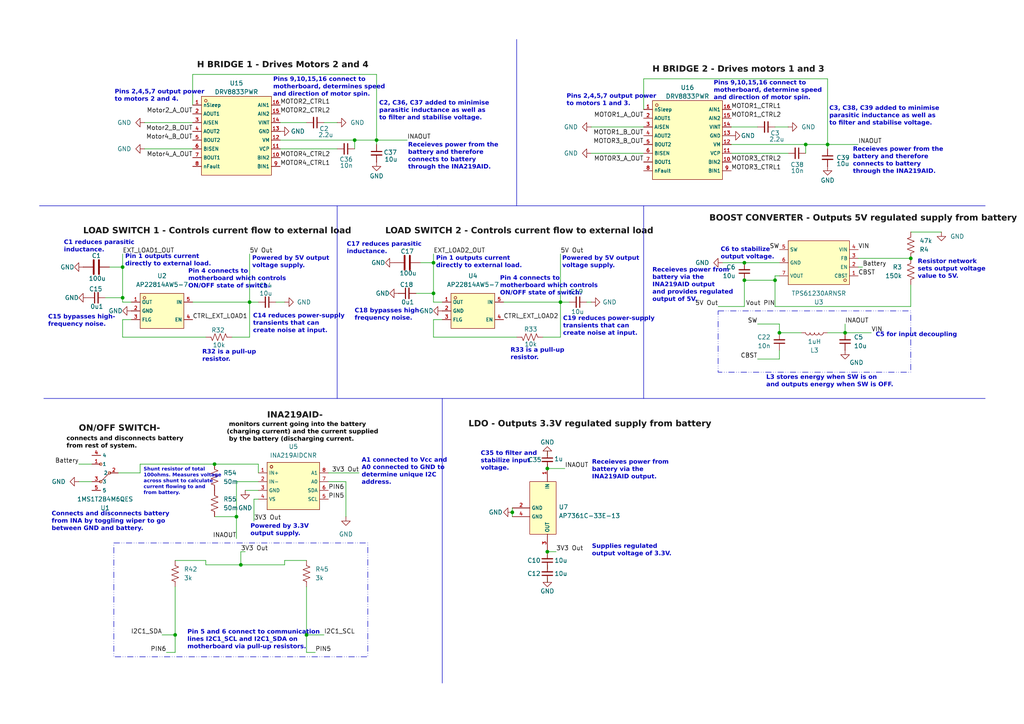
<source format=kicad_sch>
(kicad_sch
	(version 20250114)
	(generator "eeschema")
	(generator_version "9.0")
	(uuid "8c9f5f85-2231-46ae-a1da-2a24f0d569d2")
	(paper "A4")
	(title_block
		(title "MICROMOUSE PWR BOARD")
		(date "2025/03/16")
		(rev "8.2")
		(company "University Of Cape Town")
		(comment 3 "YNKMAY001")
		(comment 4 "May Yuan-Klitzner")
	)
	(lib_symbols
		(symbol "1MS1T2B4M6QES_JLCPCB:1MS1T2B4M6QES"
			(exclude_from_sim no)
			(in_bom yes)
			(on_board yes)
			(property "Reference" "U"
				(at 0 1.27 0)
				(effects
					(font
						(size 1.27 1.27)
					)
				)
			)
			(property "Value" "1MS1T2B4M6QES"
				(at 0 -2.54 0)
				(effects
					(font
						(size 1.27 1.27)
					)
				)
			)
			(property "Footprint" "footprint:SW-TH_1MS1T2B4M6QES"
				(at 0 -10.16 0)
				(effects
					(font
						(size 1.27 1.27)
						(italic yes)
					)
					(hide yes)
				)
			)
			(property "Datasheet" "https://item.szlcsc.com/566382.html"
				(at -2.286 0.127 0)
				(effects
					(font
						(size 1.27 1.27)
					)
					(justify left)
					(hide yes)
				)
			)
			(property "Description" ""
				(at 0 0 0)
				(effects
					(font
						(size 1.27 1.27)
					)
					(hide yes)
				)
			)
			(property "LCSC" "C545199"
				(at 0 0 0)
				(effects
					(font
						(size 1.27 1.27)
					)
					(hide yes)
				)
			)
			(property "ki_keywords" "C545199"
				(at 0 0 0)
				(effects
					(font
						(size 1.27 1.27)
					)
					(hide yes)
				)
			)
			(symbol "1MS1T2B4M6QES_0_1"
				(circle
					(center -2.54 0)
					(radius 0.381)
					(stroke
						(width 0)
						(type default)
					)
					(fill
						(type background)
					)
				)
				(circle
					(center 0 2.54)
					(radius 0.381)
					(stroke
						(width 0)
						(type default)
					)
					(fill
						(type background)
					)
				)
				(polyline
					(pts
						(xy 0.254 2.286) (xy 2.286 0.254)
					)
					(stroke
						(width 0)
						(type default)
					)
					(fill
						(type none)
					)
				)
				(circle
					(center 2.54 0)
					(radius 0.381)
					(stroke
						(width 0)
						(type default)
					)
					(fill
						(type background)
					)
				)
				(pin unspecified line
					(at -5.08 -2.54 90)
					(length 2.54)
					(name "4"
						(effects
							(font
								(size 1 1)
							)
						)
					)
					(number "4"
						(effects
							(font
								(size 1 1)
							)
						)
					)
				)
				(pin unspecified line
					(at -2.54 -2.54 90)
					(length 2.54)
					(name "1"
						(effects
							(font
								(size 1 1)
							)
						)
					)
					(number "1"
						(effects
							(font
								(size 1 1)
							)
						)
					)
				)
				(pin unspecified line
					(at 0 5.08 270)
					(length 2.54)
					(name "2"
						(effects
							(font
								(size 1 1)
							)
						)
					)
					(number "2"
						(effects
							(font
								(size 1 1)
							)
						)
					)
				)
				(pin unspecified line
					(at 2.54 -2.54 90)
					(length 2.54)
					(name "3"
						(effects
							(font
								(size 1 1)
							)
						)
					)
					(number "3"
						(effects
							(font
								(size 1 1)
							)
						)
					)
				)
				(pin unspecified line
					(at 5.08 -2.54 90)
					(length 2.54)
					(name "5"
						(effects
							(font
								(size 1 1)
							)
						)
					)
					(number "5"
						(effects
							(font
								(size 1 1)
							)
						)
					)
				)
			)
			(embedded_fonts no)
		)
		(symbol "AP22814AW5-7:AP22814AW5-7"
			(exclude_from_sim no)
			(in_bom yes)
			(on_board yes)
			(property "Reference" "U"
				(at 0 1.27 0)
				(effects
					(font
						(size 1.27 1.27)
					)
				)
			)
			(property "Value" "AP22814AW5-7"
				(at 0 -2.54 0)
				(effects
					(font
						(size 1.27 1.27)
					)
				)
			)
			(property "Footprint" "footprint:SOT-25_L3.0-W1.6-P0.95-LS2.8-BL"
				(at 0 -10.16 0)
				(effects
					(font
						(size 1.27 1.27)
						(italic yes)
					)
					(hide yes)
				)
			)
			(property "Datasheet" "https://item.szlcsc.com/464949.html"
				(at -2.286 0.127 0)
				(effects
					(font
						(size 1.27 1.27)
					)
					(justify left)
					(hide yes)
				)
			)
			(property "Description" ""
				(at 0 0 0)
				(effects
					(font
						(size 1.27 1.27)
					)
					(hide yes)
				)
			)
			(property "LCSC" "C2680321"
				(at 0 0 0)
				(effects
					(font
						(size 1.27 1.27)
					)
					(hide yes)
				)
			)
			(property "ki_keywords" "C2680321"
				(at 0 0 0)
				(effects
					(font
						(size 1.27 1.27)
					)
					(hide yes)
				)
			)
			(symbol "AP22814AW5-7_0_1"
				(rectangle
					(start -6.35 5.08)
					(end 6.35 -5.08)
					(stroke
						(width 0)
						(type default)
					)
					(fill
						(type background)
					)
				)
				(circle
					(center -5.08 3.81)
					(radius 0.381)
					(stroke
						(width 0)
						(type default)
					)
					(fill
						(type background)
					)
				)
				(pin unspecified line
					(at -8.89 2.54 0)
					(length 2.54)
					(name "OUT"
						(effects
							(font
								(size 1 1)
							)
						)
					)
					(number "1"
						(effects
							(font
								(size 1 1)
							)
						)
					)
				)
				(pin unspecified line
					(at -8.89 0 0)
					(length 2.54)
					(name "GND"
						(effects
							(font
								(size 1 1)
							)
						)
					)
					(number "2"
						(effects
							(font
								(size 1 1)
							)
						)
					)
				)
				(pin unspecified line
					(at -8.89 -2.54 0)
					(length 2.54)
					(name "FLG"
						(effects
							(font
								(size 1 1)
							)
						)
					)
					(number "3"
						(effects
							(font
								(size 1 1)
							)
						)
					)
				)
				(pin unspecified line
					(at 8.89 2.54 180)
					(length 2.54)
					(name "IN"
						(effects
							(font
								(size 1 1)
							)
						)
					)
					(number "5"
						(effects
							(font
								(size 1 1)
							)
						)
					)
				)
				(pin unspecified line
					(at 8.89 -2.54 180)
					(length 2.54)
					(name "EN"
						(effects
							(font
								(size 1 1)
							)
						)
					)
					(number "4"
						(effects
							(font
								(size 1 1)
							)
						)
					)
				)
			)
			(embedded_fonts no)
		)
		(symbol "AP7361C-33E-13_JLCPCB:AP7361C-33E-13"
			(exclude_from_sim no)
			(in_bom yes)
			(on_board yes)
			(property "Reference" "U"
				(at 0 1.27 0)
				(effects
					(font
						(size 1.27 1.27)
					)
				)
			)
			(property "Value" "AP7361C-33E-13"
				(at 0 -2.54 0)
				(effects
					(font
						(size 1.27 1.27)
					)
				)
			)
			(property "Footprint" "footprint:SOT-223_L6.5-W3.5-P2.30-LS7.0-BR"
				(at 0 -10.16 0)
				(effects
					(font
						(size 1.27 1.27)
						(italic yes)
					)
					(hide yes)
				)
			)
			(property "Datasheet" "https://item.szlcsc.com/109711.html"
				(at -2.286 0.127 0)
				(effects
					(font
						(size 1.27 1.27)
					)
					(justify left)
					(hide yes)
				)
			)
			(property "Description" ""
				(at 0 0 0)
				(effects
					(font
						(size 1.27 1.27)
					)
					(hide yes)
				)
			)
			(property "LCSC" "C500795"
				(at 0 0 0)
				(effects
					(font
						(size 1.27 1.27)
					)
					(hide yes)
				)
			)
			(property "ki_keywords" "C500795"
				(at 0 0 0)
				(effects
					(font
						(size 1.27 1.27)
					)
					(hide yes)
				)
			)
			(symbol "AP7361C-33E-13_0_1"
				(rectangle
					(start -7.62 5.08)
					(end 7.62 -2.54)
					(stroke
						(width 0)
						(type default)
					)
					(fill
						(type background)
					)
				)
				(pin power_in line
					(at -12.7 2.54 0)
					(length 5.08)
					(name "IN"
						(effects
							(font
								(size 1 1)
							)
						)
					)
					(number "1"
						(effects
							(font
								(size 1 1)
							)
						)
					)
				)
				(pin power_in line
					(at 0 -7.62 90)
					(length 5.08)
					(name "GND"
						(effects
							(font
								(size 1 1)
							)
						)
					)
					(number "2"
						(effects
							(font
								(size 1 1)
							)
						)
					)
				)
				(pin power_in line
					(at 2.54 -7.62 90)
					(length 5.08)
					(name "GND"
						(effects
							(font
								(size 1 1)
							)
						)
					)
					(number "4"
						(effects
							(font
								(size 1 1)
							)
						)
					)
				)
				(pin power_in line
					(at 12.7 2.54 180)
					(length 5.08)
					(name "OUT"
						(effects
							(font
								(size 1 1)
							)
						)
					)
					(number "3"
						(effects
							(font
								(size 1 1)
							)
						)
					)
				)
			)
			(embedded_fonts no)
		)
		(symbol "DRV8833PWR:DRV8833PWR"
			(exclude_from_sim no)
			(in_bom yes)
			(on_board yes)
			(property "Reference" "U"
				(at 0 1.27 0)
				(effects
					(font
						(size 1.27 1.27)
					)
				)
			)
			(property "Value" "DRV8833PWR"
				(at 0 -2.54 0)
				(effects
					(font
						(size 1.27 1.27)
					)
				)
			)
			(property "Footprint" "footprint:TSSOP-16_L5.0-W4.4-P0.65-LS6.4-BL"
				(at 0 -10.16 0)
				(effects
					(font
						(size 1.27 1.27)
						(italic yes)
					)
					(hide yes)
				)
			)
			(property "Datasheet" "https://item.szlcsc.com/6534.html"
				(at -2.286 0.127 0)
				(effects
					(font
						(size 1.27 1.27)
					)
					(justify left)
					(hide yes)
				)
			)
			(property "Description" ""
				(at 0 0 0)
				(effects
					(font
						(size 1.27 1.27)
					)
					(hide yes)
				)
			)
			(property "LCSC" "C544801"
				(at 0 0 0)
				(effects
					(font
						(size 1.27 1.27)
					)
					(hide yes)
				)
			)
			(property "ki_keywords" "C544801"
				(at 0 0 0)
				(effects
					(font
						(size 1.27 1.27)
					)
					(hide yes)
				)
			)
			(symbol "DRV8833PWR_0_1"
				(rectangle
					(start -10.16 11.43)
					(end 10.16 -11.43)
					(stroke
						(width 0)
						(type default)
					)
					(fill
						(type background)
					)
				)
				(circle
					(center -8.89 10.16)
					(radius 0.381)
					(stroke
						(width 0)
						(type default)
					)
					(fill
						(type background)
					)
				)
				(pin unspecified line
					(at -12.7 8.89 0)
					(length 2.54)
					(name "nSleep"
						(effects
							(font
								(size 1 1)
							)
						)
					)
					(number "1"
						(effects
							(font
								(size 1 1)
							)
						)
					)
				)
				(pin unspecified line
					(at -12.7 6.35 0)
					(length 2.54)
					(name "AOUT1"
						(effects
							(font
								(size 1 1)
							)
						)
					)
					(number "2"
						(effects
							(font
								(size 1 1)
							)
						)
					)
				)
				(pin unspecified line
					(at -12.7 3.81 0)
					(length 2.54)
					(name "AISEN"
						(effects
							(font
								(size 1 1)
							)
						)
					)
					(number "3"
						(effects
							(font
								(size 1 1)
							)
						)
					)
				)
				(pin unspecified line
					(at -12.7 1.27 0)
					(length 2.54)
					(name "AOUT2"
						(effects
							(font
								(size 1 1)
							)
						)
					)
					(number "4"
						(effects
							(font
								(size 1 1)
							)
						)
					)
				)
				(pin unspecified line
					(at -12.7 -1.27 0)
					(length 2.54)
					(name "BOUT2"
						(effects
							(font
								(size 1 1)
							)
						)
					)
					(number "5"
						(effects
							(font
								(size 1 1)
							)
						)
					)
				)
				(pin unspecified line
					(at -12.7 -3.81 0)
					(length 2.54)
					(name "BISEN"
						(effects
							(font
								(size 1 1)
							)
						)
					)
					(number "6"
						(effects
							(font
								(size 1 1)
							)
						)
					)
				)
				(pin unspecified line
					(at -12.7 -6.35 0)
					(length 2.54)
					(name "BOUT1"
						(effects
							(font
								(size 1 1)
							)
						)
					)
					(number "7"
						(effects
							(font
								(size 1 1)
							)
						)
					)
				)
				(pin unspecified line
					(at -12.7 -8.89 0)
					(length 2.54)
					(name "nFault"
						(effects
							(font
								(size 1 1)
							)
						)
					)
					(number "8"
						(effects
							(font
								(size 1 1)
							)
						)
					)
				)
				(pin unspecified line
					(at 12.7 8.89 180)
					(length 2.54)
					(name "AIN1"
						(effects
							(font
								(size 1 1)
							)
						)
					)
					(number "16"
						(effects
							(font
								(size 1 1)
							)
						)
					)
				)
				(pin unspecified line
					(at 12.7 6.35 180)
					(length 2.54)
					(name "AIN2"
						(effects
							(font
								(size 1 1)
							)
						)
					)
					(number "15"
						(effects
							(font
								(size 1 1)
							)
						)
					)
				)
				(pin unspecified line
					(at 12.7 3.81 180)
					(length 2.54)
					(name "VINT"
						(effects
							(font
								(size 1 1)
							)
						)
					)
					(number "14"
						(effects
							(font
								(size 1 1)
							)
						)
					)
				)
				(pin unspecified line
					(at 12.7 1.27 180)
					(length 2.54)
					(name "GND"
						(effects
							(font
								(size 1 1)
							)
						)
					)
					(number "13"
						(effects
							(font
								(size 1 1)
							)
						)
					)
				)
				(pin unspecified line
					(at 12.7 -1.27 180)
					(length 2.54)
					(name "VM"
						(effects
							(font
								(size 1 1)
							)
						)
					)
					(number "12"
						(effects
							(font
								(size 1 1)
							)
						)
					)
				)
				(pin unspecified line
					(at 12.7 -3.81 180)
					(length 2.54)
					(name "VCP"
						(effects
							(font
								(size 1 1)
							)
						)
					)
					(number "11"
						(effects
							(font
								(size 1 1)
							)
						)
					)
				)
				(pin unspecified line
					(at 12.7 -6.35 180)
					(length 2.54)
					(name "BIN2"
						(effects
							(font
								(size 1 1)
							)
						)
					)
					(number "10"
						(effects
							(font
								(size 1 1)
							)
						)
					)
				)
				(pin unspecified line
					(at 12.7 -8.89 180)
					(length 2.54)
					(name "BIN1"
						(effects
							(font
								(size 1 1)
							)
						)
					)
					(number "9"
						(effects
							(font
								(size 1 1)
							)
						)
					)
				)
			)
			(embedded_fonts no)
		)
		(symbol "Device:C"
			(pin_numbers
				(hide yes)
			)
			(pin_names
				(offset 0.254)
			)
			(exclude_from_sim no)
			(in_bom yes)
			(on_board yes)
			(property "Reference" "C"
				(at 0.635 2.54 0)
				(effects
					(font
						(size 1.27 1.27)
					)
					(justify left)
				)
			)
			(property "Value" "C"
				(at 0.635 -2.54 0)
				(effects
					(font
						(size 1.27 1.27)
					)
					(justify left)
				)
			)
			(property "Footprint" ""
				(at 0.9652 -3.81 0)
				(effects
					(font
						(size 1.27 1.27)
					)
					(hide yes)
				)
			)
			(property "Datasheet" "~"
				(at 0 0 0)
				(effects
					(font
						(size 1.27 1.27)
					)
					(hide yes)
				)
			)
			(property "Description" "Unpolarized capacitor"
				(at 0 0 0)
				(effects
					(font
						(size 1.27 1.27)
					)
					(hide yes)
				)
			)
			(property "ki_keywords" "cap capacitor"
				(at 0 0 0)
				(effects
					(font
						(size 1.27 1.27)
					)
					(hide yes)
				)
			)
			(property "ki_fp_filters" "C_*"
				(at 0 0 0)
				(effects
					(font
						(size 1.27 1.27)
					)
					(hide yes)
				)
			)
			(symbol "C_0_1"
				(polyline
					(pts
						(xy -2.032 0.762) (xy 2.032 0.762)
					)
					(stroke
						(width 0.508)
						(type default)
					)
					(fill
						(type none)
					)
				)
				(polyline
					(pts
						(xy -2.032 -0.762) (xy 2.032 -0.762)
					)
					(stroke
						(width 0.508)
						(type default)
					)
					(fill
						(type none)
					)
				)
			)
			(symbol "C_1_1"
				(pin passive line
					(at 0 3.81 270)
					(length 2.794)
					(name "~"
						(effects
							(font
								(size 1.27 1.27)
							)
						)
					)
					(number "1"
						(effects
							(font
								(size 1.27 1.27)
							)
						)
					)
				)
				(pin passive line
					(at 0 -3.81 90)
					(length 2.794)
					(name "~"
						(effects
							(font
								(size 1.27 1.27)
							)
						)
					)
					(number "2"
						(effects
							(font
								(size 1.27 1.27)
							)
						)
					)
				)
			)
			(embedded_fonts no)
		)
		(symbol "Device:C_Small"
			(pin_numbers
				(hide yes)
			)
			(pin_names
				(offset 0.254)
				(hide yes)
			)
			(exclude_from_sim no)
			(in_bom yes)
			(on_board yes)
			(property "Reference" "C"
				(at 0.254 1.778 0)
				(effects
					(font
						(size 1.27 1.27)
					)
					(justify left)
				)
			)
			(property "Value" "C_Small"
				(at 0.254 -2.032 0)
				(effects
					(font
						(size 1.27 1.27)
					)
					(justify left)
				)
			)
			(property "Footprint" ""
				(at 0 0 0)
				(effects
					(font
						(size 1.27 1.27)
					)
					(hide yes)
				)
			)
			(property "Datasheet" "~"
				(at 0 0 0)
				(effects
					(font
						(size 1.27 1.27)
					)
					(hide yes)
				)
			)
			(property "Description" "Unpolarized capacitor, small symbol"
				(at 0 0 0)
				(effects
					(font
						(size 1.27 1.27)
					)
					(hide yes)
				)
			)
			(property "ki_keywords" "capacitor cap"
				(at 0 0 0)
				(effects
					(font
						(size 1.27 1.27)
					)
					(hide yes)
				)
			)
			(property "ki_fp_filters" "C_*"
				(at 0 0 0)
				(effects
					(font
						(size 1.27 1.27)
					)
					(hide yes)
				)
			)
			(symbol "C_Small_0_1"
				(polyline
					(pts
						(xy -1.524 0.508) (xy 1.524 0.508)
					)
					(stroke
						(width 0.3048)
						(type default)
					)
					(fill
						(type none)
					)
				)
				(polyline
					(pts
						(xy -1.524 -0.508) (xy 1.524 -0.508)
					)
					(stroke
						(width 0.3302)
						(type default)
					)
					(fill
						(type none)
					)
				)
			)
			(symbol "C_Small_1_1"
				(pin passive line
					(at 0 2.54 270)
					(length 2.032)
					(name "~"
						(effects
							(font
								(size 1.27 1.27)
							)
						)
					)
					(number "1"
						(effects
							(font
								(size 1.27 1.27)
							)
						)
					)
				)
				(pin passive line
					(at 0 -2.54 90)
					(length 2.032)
					(name "~"
						(effects
							(font
								(size 1.27 1.27)
							)
						)
					)
					(number "2"
						(effects
							(font
								(size 1.27 1.27)
							)
						)
					)
				)
			)
			(embedded_fonts no)
		)
		(symbol "Device:L"
			(pin_numbers
				(hide yes)
			)
			(pin_names
				(offset 1.016)
				(hide yes)
			)
			(exclude_from_sim no)
			(in_bom yes)
			(on_board yes)
			(property "Reference" "L"
				(at -1.27 0 90)
				(effects
					(font
						(size 1.27 1.27)
					)
				)
			)
			(property "Value" "L"
				(at 1.905 0 90)
				(effects
					(font
						(size 1.27 1.27)
					)
				)
			)
			(property "Footprint" ""
				(at 0 0 0)
				(effects
					(font
						(size 1.27 1.27)
					)
					(hide yes)
				)
			)
			(property "Datasheet" "~"
				(at 0 0 0)
				(effects
					(font
						(size 1.27 1.27)
					)
					(hide yes)
				)
			)
			(property "Description" "Inductor"
				(at 0 0 0)
				(effects
					(font
						(size 1.27 1.27)
					)
					(hide yes)
				)
			)
			(property "ki_keywords" "inductor choke coil reactor magnetic"
				(at 0 0 0)
				(effects
					(font
						(size 1.27 1.27)
					)
					(hide yes)
				)
			)
			(property "ki_fp_filters" "Choke_* *Coil* Inductor_* L_*"
				(at 0 0 0)
				(effects
					(font
						(size 1.27 1.27)
					)
					(hide yes)
				)
			)
			(symbol "L_0_1"
				(arc
					(start 0 2.54)
					(mid 0.6323 1.905)
					(end 0 1.27)
					(stroke
						(width 0)
						(type default)
					)
					(fill
						(type none)
					)
				)
				(arc
					(start 0 1.27)
					(mid 0.6323 0.635)
					(end 0 0)
					(stroke
						(width 0)
						(type default)
					)
					(fill
						(type none)
					)
				)
				(arc
					(start 0 0)
					(mid 0.6323 -0.635)
					(end 0 -1.27)
					(stroke
						(width 0)
						(type default)
					)
					(fill
						(type none)
					)
				)
				(arc
					(start 0 -1.27)
					(mid 0.6323 -1.905)
					(end 0 -2.54)
					(stroke
						(width 0)
						(type default)
					)
					(fill
						(type none)
					)
				)
			)
			(symbol "L_1_1"
				(pin passive line
					(at 0 3.81 270)
					(length 1.27)
					(name "1"
						(effects
							(font
								(size 1.27 1.27)
							)
						)
					)
					(number "1"
						(effects
							(font
								(size 1.27 1.27)
							)
						)
					)
				)
				(pin passive line
					(at 0 -3.81 90)
					(length 1.27)
					(name "2"
						(effects
							(font
								(size 1.27 1.27)
							)
						)
					)
					(number "2"
						(effects
							(font
								(size 1.27 1.27)
							)
						)
					)
				)
			)
			(embedded_fonts no)
		)
		(symbol "Device:R_US"
			(pin_numbers
				(hide yes)
			)
			(pin_names
				(offset 0)
			)
			(exclude_from_sim no)
			(in_bom yes)
			(on_board yes)
			(property "Reference" "R"
				(at 2.54 0 90)
				(effects
					(font
						(size 1.27 1.27)
					)
				)
			)
			(property "Value" "R_US"
				(at -2.54 0 90)
				(effects
					(font
						(size 1.27 1.27)
					)
				)
			)
			(property "Footprint" ""
				(at 1.016 -0.254 90)
				(effects
					(font
						(size 1.27 1.27)
					)
					(hide yes)
				)
			)
			(property "Datasheet" "~"
				(at 0 0 0)
				(effects
					(font
						(size 1.27 1.27)
					)
					(hide yes)
				)
			)
			(property "Description" "Resistor, US symbol"
				(at 0 0 0)
				(effects
					(font
						(size 1.27 1.27)
					)
					(hide yes)
				)
			)
			(property "ki_keywords" "R res resistor"
				(at 0 0 0)
				(effects
					(font
						(size 1.27 1.27)
					)
					(hide yes)
				)
			)
			(property "ki_fp_filters" "R_*"
				(at 0 0 0)
				(effects
					(font
						(size 1.27 1.27)
					)
					(hide yes)
				)
			)
			(symbol "R_US_0_1"
				(polyline
					(pts
						(xy 0 2.286) (xy 0 2.54)
					)
					(stroke
						(width 0)
						(type default)
					)
					(fill
						(type none)
					)
				)
				(polyline
					(pts
						(xy 0 2.286) (xy 1.016 1.905) (xy 0 1.524) (xy -1.016 1.143) (xy 0 0.762)
					)
					(stroke
						(width 0)
						(type default)
					)
					(fill
						(type none)
					)
				)
				(polyline
					(pts
						(xy 0 0.762) (xy 1.016 0.381) (xy 0 0) (xy -1.016 -0.381) (xy 0 -0.762)
					)
					(stroke
						(width 0)
						(type default)
					)
					(fill
						(type none)
					)
				)
				(polyline
					(pts
						(xy 0 -0.762) (xy 1.016 -1.143) (xy 0 -1.524) (xy -1.016 -1.905) (xy 0 -2.286)
					)
					(stroke
						(width 0)
						(type default)
					)
					(fill
						(type none)
					)
				)
				(polyline
					(pts
						(xy 0 -2.286) (xy 0 -2.54)
					)
					(stroke
						(width 0)
						(type default)
					)
					(fill
						(type none)
					)
				)
			)
			(symbol "R_US_1_1"
				(pin passive line
					(at 0 3.81 270)
					(length 1.27)
					(name "~"
						(effects
							(font
								(size 1.27 1.27)
							)
						)
					)
					(number "1"
						(effects
							(font
								(size 1.27 1.27)
							)
						)
					)
				)
				(pin passive line
					(at 0 -3.81 90)
					(length 1.27)
					(name "~"
						(effects
							(font
								(size 1.27 1.27)
							)
						)
					)
					(number "2"
						(effects
							(font
								(size 1.27 1.27)
							)
						)
					)
				)
			)
			(embedded_fonts no)
		)
		(symbol "INA219AIDCNR_JLCPCB:INA219AIDCNR"
			(exclude_from_sim no)
			(in_bom yes)
			(on_board yes)
			(property "Reference" "U"
				(at 0 1.27 0)
				(effects
					(font
						(size 1.27 1.27)
					)
				)
			)
			(property "Value" "INA219AIDCNR"
				(at 0 -2.54 0)
				(effects
					(font
						(size 1.27 1.27)
					)
				)
			)
			(property "Footprint" "footprint:SOT-23-8_L3.0-W1.7-P0.65-LS2.8-BR"
				(at 0 -10.16 0)
				(effects
					(font
						(size 1.27 1.27)
						(italic yes)
					)
					(hide yes)
				)
			)
			(property "Datasheet" "https://item.szlcsc.com/155588.html"
				(at -2.286 0.127 0)
				(effects
					(font
						(size 1.27 1.27)
					)
					(justify left)
					(hide yes)
				)
			)
			(property "Description" ""
				(at 0 0 0)
				(effects
					(font
						(size 1.27 1.27)
					)
					(hide yes)
				)
			)
			(property "LCSC" "C87469"
				(at 0 0 0)
				(effects
					(font
						(size 1.27 1.27)
					)
					(hide yes)
				)
			)
			(property "ki_keywords" "C87469"
				(at 0 0 0)
				(effects
					(font
						(size 1.27 1.27)
					)
					(hide yes)
				)
			)
			(symbol "INA219AIDCNR_0_1"
				(rectangle
					(start -7.62 6.858)
					(end 7.62 -6.858)
					(stroke
						(width 0)
						(type default)
					)
					(fill
						(type background)
					)
				)
				(circle
					(center -6.35 5.588)
					(radius 0.381)
					(stroke
						(width 0)
						(type default)
					)
					(fill
						(type background)
					)
				)
				(circle
					(center -6.35 5.588)
					(radius 0.381)
					(stroke
						(width 0)
						(type default)
					)
					(fill
						(type background)
					)
				)
				(pin unspecified line
					(at -10.16 3.81 0)
					(length 2.54)
					(name "IN+"
						(effects
							(font
								(size 1 1)
							)
						)
					)
					(number "1"
						(effects
							(font
								(size 1 1)
							)
						)
					)
				)
				(pin unspecified line
					(at -10.16 1.27 0)
					(length 2.54)
					(name "IN-"
						(effects
							(font
								(size 1 1)
							)
						)
					)
					(number "2"
						(effects
							(font
								(size 1 1)
							)
						)
					)
				)
				(pin unspecified line
					(at -10.16 -1.27 0)
					(length 2.54)
					(name "GND"
						(effects
							(font
								(size 1 1)
							)
						)
					)
					(number "3"
						(effects
							(font
								(size 1 1)
							)
						)
					)
				)
				(pin unspecified line
					(at -10.16 -3.81 0)
					(length 2.54)
					(name "VS"
						(effects
							(font
								(size 1 1)
							)
						)
					)
					(number "4"
						(effects
							(font
								(size 1 1)
							)
						)
					)
				)
				(pin unspecified line
					(at 10.16 3.81 180)
					(length 2.54)
					(name "A1"
						(effects
							(font
								(size 1 1)
							)
						)
					)
					(number "8"
						(effects
							(font
								(size 1 1)
							)
						)
					)
				)
				(pin unspecified line
					(at 10.16 1.27 180)
					(length 2.54)
					(name "A0"
						(effects
							(font
								(size 1 1)
							)
						)
					)
					(number "7"
						(effects
							(font
								(size 1 1)
							)
						)
					)
				)
				(pin unspecified line
					(at 10.16 -1.27 180)
					(length 2.54)
					(name "SDA"
						(effects
							(font
								(size 1 1)
							)
						)
					)
					(number "6"
						(effects
							(font
								(size 1 1)
							)
						)
					)
				)
				(pin unspecified line
					(at 10.16 -3.81 180)
					(length 2.54)
					(name "SCL"
						(effects
							(font
								(size 1 1)
							)
						)
					)
					(number "5"
						(effects
							(font
								(size 1 1)
							)
						)
					)
				)
			)
			(embedded_fonts no)
		)
		(symbol "JLCPCB_new_booster:TPS61230ARNSR"
			(exclude_from_sim no)
			(in_bom yes)
			(on_board yes)
			(property "Reference" "U"
				(at 0 1.27 0)
				(effects
					(font
						(size 1.27 1.27)
					)
				)
			)
			(property "Value" "TPS61230ARNSR"
				(at 0 -2.54 0)
				(effects
					(font
						(size 1.27 1.27)
					)
				)
			)
			(property "Footprint" "footprint:VQFN-7_L2.1-W2.1-P0.50-BL"
				(at 0 -10.16 0)
				(effects
					(font
						(size 1.27 1.27)
						(italic yes)
					)
					(hide yes)
				)
			)
			(property "Datasheet" "https://www.ti.com/cn/lit/ds/symlink/tps61230a.pdf?ts=1640251349317"
				(at -2.286 0.127 0)
				(effects
					(font
						(size 1.27 1.27)
					)
					(justify left)
					(hide yes)
				)
			)
			(property "Description" ""
				(at 0 0 0)
				(effects
					(font
						(size 1.27 1.27)
					)
					(hide yes)
				)
			)
			(property "LCSC" "C376005"
				(at 0 0 0)
				(effects
					(font
						(size 1.27 1.27)
					)
					(hide yes)
				)
			)
			(property "ki_keywords" "C376005"
				(at 0 0 0)
				(effects
					(font
						(size 1.27 1.27)
					)
					(hide yes)
				)
			)
			(symbol "TPS61230ARNSR_0_1"
				(rectangle
					(start -8.89 6.35)
					(end 8.89 -6.35)
					(stroke
						(width 0)
						(type default)
					)
					(fill
						(type background)
					)
				)
				(circle
					(center -7.62 5.08)
					(radius 0.381)
					(stroke
						(width 0)
						(type default)
					)
					(fill
						(type background)
					)
				)
				(pin unspecified line
					(at -11.43 3.81 0)
					(length 2.54)
					(name "CBST"
						(effects
							(font
								(size 1 1)
							)
						)
					)
					(number "1"
						(effects
							(font
								(size 1 1)
							)
						)
					)
				)
				(pin unspecified line
					(at -11.43 1.27 0)
					(length 2.54)
					(name "EN"
						(effects
							(font
								(size 1 1)
							)
						)
					)
					(number "2"
						(effects
							(font
								(size 1 1)
							)
						)
					)
				)
				(pin unspecified line
					(at -11.43 -1.27 0)
					(length 2.54)
					(name "FB"
						(effects
							(font
								(size 1 1)
							)
						)
					)
					(number "3"
						(effects
							(font
								(size 1 1)
							)
						)
					)
				)
				(pin unspecified line
					(at -11.43 -3.81 0)
					(length 2.54)
					(name "VIN"
						(effects
							(font
								(size 1 1)
							)
						)
					)
					(number "4"
						(effects
							(font
								(size 1 1)
							)
						)
					)
				)
				(pin unspecified line
					(at 11.43 3.81 180)
					(length 2.54)
					(name "VOUT"
						(effects
							(font
								(size 1 1)
							)
						)
					)
					(number "7"
						(effects
							(font
								(size 1 1)
							)
						)
					)
				)
				(pin unspecified line
					(at 11.43 0 180)
					(length 2.54)
					(name "GND"
						(effects
							(font
								(size 1 1)
							)
						)
					)
					(number "6"
						(effects
							(font
								(size 1 1)
							)
						)
					)
				)
				(pin unspecified line
					(at 11.43 -3.81 180)
					(length 2.54)
					(name "SW"
						(effects
							(font
								(size 1 1)
							)
						)
					)
					(number "5"
						(effects
							(font
								(size 1 1)
							)
						)
					)
				)
			)
			(embedded_fonts no)
		)
		(symbol "power:GND"
			(power)
			(pin_numbers
				(hide yes)
			)
			(pin_names
				(offset 0)
				(hide yes)
			)
			(exclude_from_sim no)
			(in_bom yes)
			(on_board yes)
			(property "Reference" "#PWR"
				(at 0 -6.35 0)
				(effects
					(font
						(size 1.27 1.27)
					)
					(hide yes)
				)
			)
			(property "Value" "GND"
				(at 0 -3.81 0)
				(effects
					(font
						(size 1.27 1.27)
					)
				)
			)
			(property "Footprint" ""
				(at 0 0 0)
				(effects
					(font
						(size 1.27 1.27)
					)
					(hide yes)
				)
			)
			(property "Datasheet" ""
				(at 0 0 0)
				(effects
					(font
						(size 1.27 1.27)
					)
					(hide yes)
				)
			)
			(property "Description" "Power symbol creates a global label with name \"GND\" , ground"
				(at 0 0 0)
				(effects
					(font
						(size 1.27 1.27)
					)
					(hide yes)
				)
			)
			(property "ki_keywords" "global power"
				(at 0 0 0)
				(effects
					(font
						(size 1.27 1.27)
					)
					(hide yes)
				)
			)
			(symbol "GND_0_1"
				(polyline
					(pts
						(xy 0 0) (xy 0 -1.27) (xy 1.27 -1.27) (xy 0 -2.54) (xy -1.27 -1.27) (xy 0 -1.27)
					)
					(stroke
						(width 0)
						(type default)
					)
					(fill
						(type none)
					)
				)
			)
			(symbol "GND_1_1"
				(pin power_in line
					(at 0 0 270)
					(length 0)
					(name "~"
						(effects
							(font
								(size 1.27 1.27)
							)
						)
					)
					(number "1"
						(effects
							(font
								(size 1.27 1.27)
							)
						)
					)
				)
			)
			(embedded_fonts no)
		)
	)
	(rectangle
		(start 33.02 157.48)
		(end 106.68 190.5)
		(stroke
			(width 0)
			(type dash_dot_dot)
		)
		(fill
			(type none)
		)
		(uuid 81d1a15c-083e-4c3d-8231-8b5a466f8434)
	)
	(rectangle
		(start 208.28 90.17)
		(end 264.16 107.95)
		(stroke
			(width 0)
			(type dash_dot_dot)
		)
		(fill
			(type none)
		)
		(uuid e5fa8b40-594e-4a2b-a058-f1219c226553)
	)
	(text "R33 is a pull-up\nresistor."
		(exclude_from_sim no)
		(at 148.082 103.124 0)
		(effects
			(font
				(face "Arial")
				(size 1.27 1.27)
				(bold yes)
			)
			(justify left)
		)
		(uuid "052d8703-d516-4a4c-9e3f-bea8c732e7c5")
	)
	(text "C17 reduces parasitic \ninductance."
		(exclude_from_sim no)
		(at 100.584 72.39 0)
		(effects
			(font
				(face "Arial")
				(size 1.27 1.27)
				(bold yes)
			)
			(justify left)
		)
		(uuid "10255c2a-5939-4f2c-9bd1-831e01531e7f")
	)
	(text "Pin 1 outputs current \ndirectly to external load. "
		(exclude_from_sim no)
		(at 126.492 76.454 0)
		(effects
			(font
				(face "Arial")
				(size 1.27 1.27)
				(thickness 0.254)
				(bold yes)
			)
			(justify left)
		)
		(uuid "15393518-52ae-4da7-aa57-dd053dec3b60")
	)
	(text "Receieves power from \nbattery via the \nINA219AID output \nand provides regulated \noutput of 5V."
		(exclude_from_sim no)
		(at 189.23 83.058 0)
		(effects
			(font
				(face "Arial")
				(size 1.27 1.27)
				(thickness 0.254)
				(bold yes)
			)
			(justify left)
		)
		(uuid "1c16ecc9-66df-402f-ad1a-7cba91a531bc")
	)
	(text "Pin 4 connects to \nmotherboard which controls \nON/OFF state of switch.\n"
		(exclude_from_sim no)
		(at 54.61 81.28 0)
		(effects
			(font
				(face "Arial")
				(size 1.27 1.27)
				(thickness 0.254)
				(bold yes)
			)
			(justify left)
		)
		(uuid "2408bf6f-e2e6-4891-bf81-132db5da86ec")
	)
	(text "Pins 2,4,5,7 output power \nto motors 1 and 3."
		(exclude_from_sim no)
		(at 164.338 29.464 0)
		(effects
			(font
				(face "Arial")
				(size 1.27 1.27)
				(thickness 0.254)
				(bold yes)
			)
			(justify left)
		)
		(uuid "25ccfafe-3419-4144-bf9d-8d36f27cd36e")
	)
	(text "R32 is a pull-up\nresistor."
		(exclude_from_sim no)
		(at 58.674 103.632 0)
		(effects
			(font
				(face "Arial")
				(size 1.27 1.27)
				(bold yes)
			)
			(justify left)
		)
		(uuid "25d44c1d-d015-4ef1-b9c9-0d95d386f2e7")
	)
	(text "Pins 9,10,15,16 connect to \nmotherboard, determine speed \nand direction of motor spin. "
		(exclude_from_sim no)
		(at 207.01 26.67 0)
		(effects
			(font
				(face "Arial")
				(size 1.27 1.27)
				(thickness 0.254)
				(bold yes)
			)
			(justify left)
		)
		(uuid "2bd97319-3ea2-407c-9c3e-86901ee6b472")
	)
	(text "C6 to stabilize \noutput voltage."
		(exclude_from_sim no)
		(at 209.042 73.914 0)
		(effects
			(font
				(face "Arial")
				(size 1.27 1.27)
				(thickness 0.254)
				(bold yes)
			)
			(justify left)
		)
		(uuid "2c8c7b2a-e65a-4bc7-bcdf-d6ee38a975e0")
	)
	(text "C14 reduces power-supply \ntransients that can \ncreate noise at input."
		(exclude_from_sim no)
		(at 73.406 94.234 0)
		(effects
			(font
				(face "Arial")
				(size 1.27 1.27)
				(bold yes)
			)
			(justify left)
		)
		(uuid "36a11298-5d0e-46f1-82dc-54e4e14d304c")
	)
	(text "A1 connected to Vcc and \nA0 connected to GND to \ndetermine unique I2C \naddress."
		(exclude_from_sim no)
		(at 104.902 137.16 0)
		(effects
			(font
				(face "Arial")
				(size 1.27 1.27)
				(thickness 0.254)
				(bold yes)
			)
			(justify left)
		)
		(uuid "463c4c90-8285-40f0-96a4-5aa63131da1d")
	)
	(text "Supplies regulated \noutput voltage of 3.3V."
		(exclude_from_sim no)
		(at 171.704 160.02 0)
		(effects
			(font
				(face "Arial")
				(size 1.27 1.27)
				(thickness 0.254)
				(bold yes)
			)
			(justify left)
		)
		(uuid "4a340918-f874-4c86-8c23-109d7b62c959")
	)
	(text "Receieves power from the \nbattery and therefore\nconnects to battery \nthrough the INA219AID."
		(exclude_from_sim no)
		(at 118.364 45.72 0)
		(effects
			(font
				(face "Arial")
				(size 1.27 1.27)
				(bold yes)
			)
			(justify left)
		)
		(uuid "61410ba1-f946-4eb8-a1f6-b8c4bb3cc8bf")
	)
	(text "Pins 9,10,15,16 connect to \nmotherboard, determines speed \nand direction of motor spin. "
		(exclude_from_sim no)
		(at 79.248 25.654 0)
		(effects
			(font
				(face "Arial")
				(size 1.27 1.27)
				(thickness 0.254)
				(bold yes)
			)
			(justify left)
		)
		(uuid "65707fdc-8455-489a-9f71-42ba0f89092c")
	)
	(text "Receieves power from the \nbattery and therefore\nconnects to battery \nthrough the INA219AID."
		(exclude_from_sim no)
		(at 247.396 46.99 0)
		(effects
			(font
				(face "Arial")
				(size 1.27 1.27)
				(bold yes)
			)
			(justify left)
		)
		(uuid "661d603b-ad03-48cd-8d02-f8a190b5641c")
	)
	(text "C1 reduces parasitic \ninductance."
		(exclude_from_sim no)
		(at 18.542 71.882 0)
		(effects
			(font
				(face "Arial")
				(size 1.27 1.27)
				(bold yes)
			)
			(justify left)
		)
		(uuid "6acb0fca-789a-4d67-945b-5c4b73647f1b")
	)
	(text " monitors current going into the battery \n(charging current) and the current supplied\n by the battery (discharging current."
		(exclude_from_sim no)
		(at 65.786 125.73 0)
		(effects
			(font
				(face "Arial")
				(size 1.27 1.27)
				(thickness 0.254)
				(bold yes)
				(color 0 0 0 1)
			)
			(justify left)
		)
		(uuid "741a1d10-068e-427b-a236-f8dde601e039")
	)
	(text "Pins 2,4,5,7 output power \nto motors 2 and 4."
		(exclude_from_sim no)
		(at 33.274 28.194 0)
		(effects
			(font
				(face "Arial")
				(size 1.27 1.27)
				(thickness 0.254)
				(bold yes)
			)
			(justify left)
		)
		(uuid "75396d79-69a7-4ece-b76e-a6772636689c")
	)
	(text "Shunt resistor of total\n100ohms. Measures voltage \nacross shunt to calculate \ncurrent flowing to and \nfrom battery."
		(exclude_from_sim no)
		(at 41.656 139.954 0)
		(effects
			(font
				(face "Arial")
				(size 1.016 1.016)
				(thickness 0.254)
				(bold yes)
			)
			(justify left)
		)
		(uuid "7ad58e8b-1954-40be-b19b-04d268fe529a")
	)
	(text "Powered by 3.3V \noutput supply."
		(exclude_from_sim no)
		(at 72.644 154.178 0)
		(effects
			(font
				(face "Arial")
				(size 1.27 1.27)
				(thickness 0.254)
				(bold yes)
			)
			(justify left)
		)
		(uuid "7b2068d2-7a24-4172-a74c-012d4a2eb54d")
	)
	(text "C35 to filter and\nstabilize input \nvoltage."
		(exclude_from_sim no)
		(at 139.446 134.112 0)
		(effects
			(font
				(face "Arial")
				(size 1.27 1.27)
				(thickness 0.254)
				(bold yes)
			)
			(justify left)
		)
		(uuid "7e7aa50b-3df9-491c-b73e-95f591f335dc")
	)
	(text "C5 for input decoupling"
		(exclude_from_sim no)
		(at 254 97.536 0)
		(effects
			(font
				(face "Arial")
				(size 1.27 1.27)
				(thickness 0.254)
				(bold yes)
			)
			(justify left)
		)
		(uuid "8cc7a208-5517-431c-b7fa-46f0367365bf")
	)
	(text "Connects and disconnects battery \nfrom INA by toggling wiper to go \nbetween GND and battery."
		(exclude_from_sim no)
		(at 14.986 151.638 0)
		(effects
			(font
				(face "Arial")
				(size 1.27 1.27)
				(thickness 0.254)
				(bold yes)
			)
			(justify left)
		)
		(uuid "8e80bece-6067-48ad-9b76-52f8a0969f41")
	)
	(text "Pin 5 and 6 connect to communication \nlines I2C1_SCL and I2C1_SDA on \nmotherboard via pull-up resistors."
		(exclude_from_sim no)
		(at 54.356 185.928 0)
		(effects
			(font
				(face "Arial")
				(size 1.27 1.27)
				(thickness 0.254)
				(bold yes)
			)
			(justify left)
		)
		(uuid "9f511a26-df53-4fa7-997a-e826b10466f1")
	)
	(text "C15 bypasses high-\nfrequency noise."
		(exclude_from_sim no)
		(at 13.97 93.472 0)
		(effects
			(font
				(face "Arial")
				(size 1.27 1.27)
				(bold yes)
			)
			(justify left)
		)
		(uuid "a55bd0c4-cf65-424c-a021-a8ebcf4c5110")
	)
	(text "C19 reduces power-supply \ntransients that can \ncreate noise at input."
		(exclude_from_sim no)
		(at 163.322 94.996 0)
		(effects
			(font
				(face "Arial")
				(size 1.27 1.27)
				(bold yes)
			)
			(justify left)
		)
		(uuid "a8537348-1479-4ba3-a0e9-7630e7cdc260")
	)
	(text "Powered by 5V output \nvoltage supply."
		(exclude_from_sim no)
		(at 73.152 76.454 0)
		(effects
			(font
				(face "Arial")
				(size 1.27 1.27)
				(thickness 0.254)
				(bold yes)
			)
			(justify left)
		)
		(uuid "ad62a0ca-5c17-47d5-bdbe-e3da019f64f6")
	)
	(text "C2, C36, C37 added to minimise \nparasitic inductance as well as \nto filter and stabilise voltage."
		(exclude_from_sim no)
		(at 109.982 32.512 0)
		(effects
			(font
				(face "Arial")
				(size 1.27 1.27)
				(thickness 0.254)
				(bold yes)
			)
			(justify left)
		)
		(uuid "b4ba6836-63ad-4aef-bc39-43f80cd008ca")
	)
	(text "Receieves power from \nbattery via the \nINA219AID output."
		(exclude_from_sim no)
		(at 171.704 136.652 0)
		(effects
			(font
				(face "Arial")
				(size 1.27 1.27)
				(thickness 0.254)
				(bold yes)
			)
			(justify left)
		)
		(uuid "b552aa86-4ebc-4357-9af8-1809e73cd984")
	)
	(text "C3, C38, C39 added to minimise \nparasitic inductance as well as \nto filter and stabilise voltage."
		(exclude_from_sim no)
		(at 240.538 34.036 0)
		(effects
			(font
				(face "Arial")
				(size 1.27 1.27)
				(thickness 0.254)
				(bold yes)
			)
			(justify left)
		)
		(uuid "bf7a5a64-caa7-475b-94bf-1ae90351a20e")
	)
	(text "L3 stores energy when SW is on\nand outputs energy when SW is OFF."
		(exclude_from_sim no)
		(at 222.25 110.998 0)
		(effects
			(font
				(face "Arial")
				(size 1.27 1.27)
				(thickness 0.254)
				(bold yes)
			)
			(justify left)
		)
		(uuid "c718b234-7d60-4262-a0a2-c56c3f2d0f79")
	)
	(text "Powered by 5V output \nvoltage supply."
		(exclude_from_sim no)
		(at 163.068 76.454 0)
		(effects
			(font
				(face "Arial")
				(size 1.27 1.27)
				(thickness 0.254)
				(bold yes)
			)
			(justify left)
		)
		(uuid "caa337f7-435b-44a1-ac26-572fe3b632dd")
	)
	(text "Pin 4 connects to \nmotherboard which controls \nON/OFF state of switch.\n"
		(exclude_from_sim no)
		(at 145.034 83.312 0)
		(effects
			(font
				(face "Arial")
				(size 1.27 1.27)
				(thickness 0.254)
				(bold yes)
			)
			(justify left)
		)
		(uuid "cf00e1f0-c615-45d9-b333-40f5867258c3")
	)
	(text "C18 bypasses high-\nfrequency noise."
		(exclude_from_sim no)
		(at 102.87 91.694 0)
		(effects
			(font
				(face "Arial")
				(size 1.27 1.27)
				(bold yes)
			)
			(justify left)
		)
		(uuid "d80771ef-41f7-469c-8cf4-0cf8855ea153")
	)
	(text "Resistor network \nsets output voltage\nvalue to 5V."
		(exclude_from_sim no)
		(at 266.192 78.486 0)
		(effects
			(font
				(face "Arial")
				(size 1.27 1.27)
				(thickness 0.254)
				(bold yes)
			)
			(justify left)
		)
		(uuid "dc9808b4-4294-4076-b882-4e13ca3f03b9")
	)
	(text "Pin 1 outputs current \ndirectly to external load. "
		(exclude_from_sim no)
		(at 36.322 75.946 0)
		(effects
			(font
				(face "Arial")
				(size 1.27 1.27)
				(thickness 0.254)
				(bold yes)
			)
			(justify left)
		)
		(uuid "e14658d3-bbf2-4aa4-95aa-d8415bd44254")
	)
	(text "connects and disconnects battery \nfrom rest of system."
		(exclude_from_sim no)
		(at 19.304 128.778 0)
		(effects
			(font
				(face "Arial")
				(size 1.27 1.27)
				(thickness 0.254)
				(bold yes)
				(color 0 0 0 1)
			)
			(justify left)
		)
		(uuid "f8a3b47f-9579-4f39-a479-a72e0bf2b4db")
	)
	(junction
		(at 125.73 76.2)
		(diameter 0)
		(color 0 0 0 0)
		(uuid "0bb4a28b-ac58-4828-bff1-cf4650d3bc59")
	)
	(junction
		(at 224.79 81.28)
		(diameter 0)
		(color 0 0 0 0)
		(uuid "1e29535a-1c30-4fa5-88f3-5d7699743aef")
	)
	(junction
		(at 158.75 160.02)
		(diameter 0)
		(color 0 0 0 0)
		(uuid "23afb940-dc37-44cd-ac8c-78fd77b5e3c5")
	)
	(junction
		(at 35.56 86.36)
		(diameter 0)
		(color 0 0 0 0)
		(uuid "2d7e66ba-f74b-4b36-8283-b77078f8981a")
	)
	(junction
		(at 233.68 41.91)
		(diameter 0)
		(color 0 0 0 0)
		(uuid "373d8420-6e9b-445e-a232-2fce0b0aa6de")
	)
	(junction
		(at 240.03 41.91)
		(diameter 0)
		(color 0 0 0 0)
		(uuid "39e8a4f9-7010-49bc-8e7f-6e16c7c13530")
	)
	(junction
		(at 148.59 148.59)
		(diameter 0)
		(color 0 0 0 0)
		(uuid "3e32b6d6-81d5-47fa-9082-0220cdc0520a")
	)
	(junction
		(at 226.06 96.52)
		(diameter 0)
		(color 0 0 0 0)
		(uuid "46bc99a5-3d37-4500-9155-4834984c1b64")
	)
	(junction
		(at 88.9 184.15)
		(diameter 0)
		(color 0 0 0 0)
		(uuid "4a28014d-6d9f-4a16-ae36-f4a81406ee7b")
	)
	(junction
		(at 264.16 74.93)
		(diameter 0)
		(color 0 0 0 0)
		(uuid "4dc3c4b7-01f2-4b20-a4b6-5b2cb74cba22")
	)
	(junction
		(at 162.56 87.63)
		(diameter 0)
		(color 0 0 0 0)
		(uuid "5dab5553-b3a2-494e-bd36-78a67874d0eb")
	)
	(junction
		(at 215.9 76.2)
		(diameter 0)
		(color 0 0 0 0)
		(uuid "68fa8221-87c9-400e-b884-9ed722feaf85")
	)
	(junction
		(at 35.56 77.47)
		(diameter 0)
		(color 0 0 0 0)
		(uuid "702d4b8c-75c3-4849-a625-a14ffad73f5e")
	)
	(junction
		(at 215.9 81.28)
		(diameter 0)
		(color 0 0 0 0)
		(uuid "7addce0d-a911-49d5-96e1-cdf36b6659c0")
	)
	(junction
		(at 50.8 184.15)
		(diameter 0)
		(color 0 0 0 0)
		(uuid "a131da52-a9de-4541-80e9-6e6698109f16")
	)
	(junction
		(at 69.85 163.83)
		(diameter 0)
		(color 0 0 0 0)
		(uuid "a4806c91-1d85-4bf1-a9ec-bebbe57b6ead")
	)
	(junction
		(at 245.11 96.52)
		(diameter 0)
		(color 0 0 0 0)
		(uuid "a5537aed-b8ec-4117-83fd-efc66fca0eb6")
	)
	(junction
		(at 62.23 134.62)
		(diameter 0)
		(color 0 0 0 0)
		(uuid "a6bed078-db88-4627-bb44-7a1c01397b20")
	)
	(junction
		(at 72.39 87.63)
		(diameter 0)
		(color 0 0 0 0)
		(uuid "ae4324d9-50bc-4ba4-ac48-bf27aea1451d")
	)
	(junction
		(at 125.73 85.09)
		(diameter 0)
		(color 0 0 0 0)
		(uuid "dbf690d9-484f-4188-a211-2f08875145af")
	)
	(junction
		(at 68.58 149.86)
		(diameter 0)
		(color 0 0 0 0)
		(uuid "ec5d49ec-acd0-4bd9-bd32-e391b10d5119")
	)
	(junction
		(at 158.75 135.89)
		(diameter 0)
		(color 0 0 0 0)
		(uuid "f1cda318-48f1-4987-aed2-b4c1ae4fc20d")
	)
	(junction
		(at 109.22 40.64)
		(diameter 0)
		(color 0 0 0 0)
		(uuid "f5440fd0-0b6f-4b93-bf54-8e1455636fd3")
	)
	(junction
		(at 102.87 40.64)
		(diameter 0)
		(color 0 0 0 0)
		(uuid "f6f1a04f-d78a-4c0b-ad89-e66cd94db607")
	)
	(wire
		(pts
			(xy 224.79 81.28) (xy 224.79 88.9)
		)
		(stroke
			(width 0)
			(type default)
		)
		(uuid "010c87b8-6e5e-45f1-8c5c-343989e9ed5b")
	)
	(wire
		(pts
			(xy 74.93 134.62) (xy 74.93 137.16)
		)
		(stroke
			(width 0)
			(type default)
		)
		(uuid "0163b84b-6fcc-4d16-a598-a0141bd14116")
	)
	(wire
		(pts
			(xy 31.75 77.47) (xy 35.56 77.47)
		)
		(stroke
			(width 0)
			(type default)
		)
		(uuid "0460de1c-db86-4849-bd2a-543f80d001a8")
	)
	(wire
		(pts
			(xy 240.03 41.91) (xy 248.92 41.91)
		)
		(stroke
			(width 0)
			(type default)
		)
		(uuid "048452bc-133f-44fe-8779-79efb741b221")
	)
	(wire
		(pts
			(xy 35.56 73.66) (xy 35.56 77.47)
		)
		(stroke
			(width 0)
			(type default)
		)
		(uuid "0583e9f7-c9b4-401c-aa01-4606bebd737c")
	)
	(wire
		(pts
			(xy 109.22 40.64) (xy 118.11 40.64)
		)
		(stroke
			(width 0)
			(type default)
		)
		(uuid "0b672df2-01b6-4c43-a9ea-2c0191b2db04")
	)
	(wire
		(pts
			(xy 233.68 41.91) (xy 233.68 44.45)
		)
		(stroke
			(width 0)
			(type default)
		)
		(uuid "0b70dc03-f2bc-4cc8-9abe-907c866a8145")
	)
	(wire
		(pts
			(xy 171.45 36.83) (xy 186.69 36.83)
		)
		(stroke
			(width 0)
			(type default)
		)
		(uuid "0fef851d-c0f1-4d7b-a5e8-97d9ccc10fea")
	)
	(wire
		(pts
			(xy 109.22 21.59) (xy 109.22 40.64)
		)
		(stroke
			(width 0)
			(type default)
		)
		(uuid "100366c0-3e14-457f-ada9-7f60fdbf5241")
	)
	(wire
		(pts
			(xy 88.9 184.15) (xy 93.98 184.15)
		)
		(stroke
			(width 0)
			(type default)
		)
		(uuid "123c455a-43ad-4546-aaac-a7ee97f579c1")
	)
	(wire
		(pts
			(xy 38.1 87.63) (xy 35.56 87.63)
		)
		(stroke
			(width 0)
			(type default)
		)
		(uuid "158ea441-195c-41d7-bf27-673b090d005a")
	)
	(wire
		(pts
			(xy 35.56 92.71) (xy 35.56 97.79)
		)
		(stroke
			(width 0)
			(type default)
		)
		(uuid "16399461-0e87-4960-ab33-6ed70cf3ea86")
	)
	(wire
		(pts
			(xy 26.67 134.62) (xy 22.86 134.62)
		)
		(stroke
			(width 0)
			(type default)
		)
		(uuid "181bed5e-6a20-46ef-94f9-36ed8f14e291")
	)
	(wire
		(pts
			(xy 41.91 35.56) (xy 55.88 35.56)
		)
		(stroke
			(width 0)
			(type default)
		)
		(uuid "1a92a6f7-4f94-404b-b4bd-ecc83a16b6e4")
	)
	(wire
		(pts
			(xy 55.88 30.48) (xy 55.88 21.59)
		)
		(stroke
			(width 0)
			(type default)
		)
		(uuid "1b343f9e-c6d0-409a-881c-3af89a50022d")
	)
	(wire
		(pts
			(xy 219.71 93.98) (xy 226.06 93.98)
		)
		(stroke
			(width 0)
			(type default)
		)
		(uuid "1d72a829-6800-4407-8e24-e3421cbc14d3")
	)
	(wire
		(pts
			(xy 240.03 22.86) (xy 240.03 41.91)
		)
		(stroke
			(width 0)
			(type default)
		)
		(uuid "2073822e-abab-431b-8aae-9c5dfd3c7f4d")
	)
	(wire
		(pts
			(xy 68.58 139.7) (xy 68.58 149.86)
		)
		(stroke
			(width 0)
			(type default)
		)
		(uuid "22dd6f36-58a3-411b-af3d-c2c175208b80")
	)
	(wire
		(pts
			(xy 73.66 144.78) (xy 73.66 151.13)
		)
		(stroke
			(width 0)
			(type default)
		)
		(uuid "28f8ba26-f1a2-4213-8126-4e211f17cf89")
	)
	(wire
		(pts
			(xy 68.58 139.7) (xy 74.93 139.7)
		)
		(stroke
			(width 0)
			(type default)
		)
		(uuid "2db570da-31be-4d49-a007-8cbdfd910385")
	)
	(wire
		(pts
			(xy 158.75 135.89) (xy 163.83 135.89)
		)
		(stroke
			(width 0)
			(type default)
		)
		(uuid "2fa79597-4b09-49d9-9007-8c73d513e263")
	)
	(wire
		(pts
			(xy 62.23 134.62) (xy 74.93 134.62)
		)
		(stroke
			(width 0)
			(type default)
		)
		(uuid "302c835e-2998-43fe-8437-2a6499a0e841")
	)
	(wire
		(pts
			(xy 209.55 76.2) (xy 215.9 76.2)
		)
		(stroke
			(width 0)
			(type default)
		)
		(uuid "32155032-50c1-424d-8bbd-8b4f8a76dbac")
	)
	(wire
		(pts
			(xy 226.06 101.6) (xy 226.06 104.14)
		)
		(stroke
			(width 0)
			(type default)
		)
		(uuid "3454e94a-4d06-415a-a301-0f55e7472ebe")
	)
	(wire
		(pts
			(xy 40.64 134.62) (xy 40.64 137.16)
		)
		(stroke
			(width 0)
			(type default)
		)
		(uuid "349b1c61-7e0d-4e68-8017-03ce0ccf887f")
	)
	(wire
		(pts
			(xy 62.23 149.86) (xy 68.58 149.86)
		)
		(stroke
			(width 0)
			(type default)
		)
		(uuid "37cfbb1b-102c-4d6a-9860-ef8abb7be6d2")
	)
	(wire
		(pts
			(xy 158.75 135.89) (xy 158.75 134.62)
		)
		(stroke
			(width 0)
			(type default)
		)
		(uuid "3b662f4b-7e94-4ab3-8b41-7e72ef531e87")
	)
	(wire
		(pts
			(xy 208.28 88.9) (xy 215.9 88.9)
		)
		(stroke
			(width 0)
			(type default)
		)
		(uuid "3f56a185-13ae-4807-b30a-31fad888799a")
	)
	(polyline
		(pts
			(xy 127 59.69) (xy 149.86 59.69)
		)
		(stroke
			(width 0)
			(type default)
		)
		(uuid "418b848f-76a8-41ab-b5f3-f5b5dc23cb7b")
	)
	(polyline
		(pts
			(xy 12.7 115.57) (xy 285.75 115.57)
		)
		(stroke
			(width 0)
			(type default)
		)
		(uuid "4818e02c-8625-448a-a8f3-6b9ba3c6c71a")
	)
	(wire
		(pts
			(xy 30.48 86.36) (xy 35.56 86.36)
		)
		(stroke
			(width 0)
			(type default)
		)
		(uuid "485993a3-de3f-49e6-bdaf-b682a6ec76a6")
	)
	(wire
		(pts
			(xy 50.8 170.18) (xy 50.8 184.15)
		)
		(stroke
			(width 0)
			(type default)
		)
		(uuid "4a340dcb-47fe-4100-a425-70e4d3ffe5b3")
	)
	(wire
		(pts
			(xy 73.66 144.78) (xy 74.93 144.78)
		)
		(stroke
			(width 0)
			(type default)
		)
		(uuid "4f794fb4-0dcd-4505-a211-5999c6a0e368")
	)
	(wire
		(pts
			(xy 69.85 163.83) (xy 82.55 163.83)
		)
		(stroke
			(width 0)
			(type default)
		)
		(uuid "5116fbff-6f74-4e97-8357-0ecce927d32c")
	)
	(wire
		(pts
			(xy 102.87 40.64) (xy 102.87 43.18)
		)
		(stroke
			(width 0)
			(type default)
		)
		(uuid "5657d317-573d-46ae-ac03-9778d883602f")
	)
	(wire
		(pts
			(xy 69.85 160.02) (xy 71.12 160.02)
		)
		(stroke
			(width 0)
			(type default)
		)
		(uuid "5855fa42-1a43-4177-a929-6d178174a1c9")
	)
	(wire
		(pts
			(xy 100.33 149.86) (xy 100.33 139.7)
		)
		(stroke
			(width 0)
			(type default)
		)
		(uuid "5b3fa39d-56a2-43ef-9c0c-16e7c8b4f984")
	)
	(wire
		(pts
			(xy 125.73 76.2) (xy 125.73 85.09)
		)
		(stroke
			(width 0)
			(type default)
		)
		(uuid "5ba54fe6-d842-4a1c-96e1-7376fa31c7b3")
	)
	(wire
		(pts
			(xy 186.69 22.86) (xy 240.03 22.86)
		)
		(stroke
			(width 0)
			(type default)
		)
		(uuid "5c47d6bf-9a41-4c9d-99c7-1be443433dca")
	)
	(wire
		(pts
			(xy 120.65 85.09) (xy 125.73 85.09)
		)
		(stroke
			(width 0)
			(type default)
		)
		(uuid "5cfa51ba-a4c9-49ca-b19b-032e59ee2429")
	)
	(wire
		(pts
			(xy 46.99 184.15) (xy 50.8 184.15)
		)
		(stroke
			(width 0)
			(type default)
		)
		(uuid "5d61e48e-f19d-4f2a-8a31-e6be5b924fca")
	)
	(wire
		(pts
			(xy 157.48 97.79) (xy 162.56 97.79)
		)
		(stroke
			(width 0)
			(type default)
		)
		(uuid "5ebd9c38-32f1-48a4-94d0-0853f34f9acd")
	)
	(wire
		(pts
			(xy 48.26 189.23) (xy 50.8 189.23)
		)
		(stroke
			(width 0)
			(type default)
		)
		(uuid "62141b91-f6d0-4868-a513-f8caf630adb9")
	)
	(wire
		(pts
			(xy 71.12 142.24) (xy 74.93 142.24)
		)
		(stroke
			(width 0)
			(type default)
		)
		(uuid "633c7709-5625-428b-a73d-eae559c3b65e")
	)
	(wire
		(pts
			(xy 59.69 162.56) (xy 50.8 162.56)
		)
		(stroke
			(width 0)
			(type default)
		)
		(uuid "6dab6bad-6108-47e7-886b-57be6c58fad8")
	)
	(wire
		(pts
			(xy 125.73 92.71) (xy 125.73 97.79)
		)
		(stroke
			(width 0)
			(type default)
		)
		(uuid "6f91d31e-9583-4c32-a0ea-b952935ef142")
	)
	(wire
		(pts
			(xy 170.18 87.63) (xy 171.45 87.63)
		)
		(stroke
			(width 0)
			(type default)
		)
		(uuid "74af0919-c935-4065-9186-b59239da7130")
	)
	(wire
		(pts
			(xy 240.03 41.91) (xy 240.03 43.18)
		)
		(stroke
			(width 0)
			(type default)
		)
		(uuid "74ce72d8-fbd9-45f0-ac4a-237a78c2396f")
	)
	(wire
		(pts
			(xy 26.67 139.7) (xy 22.86 139.7)
		)
		(stroke
			(width 0)
			(type default)
		)
		(uuid "78299e48-be00-408e-9093-8af0a3e02a43")
	)
	(wire
		(pts
			(xy 121.92 76.2) (xy 125.73 76.2)
		)
		(stroke
			(width 0)
			(type default)
		)
		(uuid "787c8067-5dee-485c-a973-52c2b873ede7")
	)
	(wire
		(pts
			(xy 224.79 80.01) (xy 224.79 81.28)
		)
		(stroke
			(width 0)
			(type default)
		)
		(uuid "7897f15c-5875-466d-a2a8-20a6fc8cd6e1")
	)
	(wire
		(pts
			(xy 81.28 43.18) (xy 97.79 43.18)
		)
		(stroke
			(width 0)
			(type default)
		)
		(uuid "7c2648d7-4ca4-4ba8-98dc-064f2a6e14bd")
	)
	(wire
		(pts
			(xy 233.68 41.91) (xy 240.03 41.91)
		)
		(stroke
			(width 0)
			(type default)
		)
		(uuid "7ddc2d83-1b59-4504-b7be-c93f1d5ec2bc")
	)
	(wire
		(pts
			(xy 81.28 35.56) (xy 88.9 35.56)
		)
		(stroke
			(width 0)
			(type default)
		)
		(uuid "7e3aa090-b2f3-4768-99a3-e0fc40f92966")
	)
	(wire
		(pts
			(xy 226.06 96.52) (xy 226.06 93.98)
		)
		(stroke
			(width 0)
			(type default)
		)
		(uuid "814571dc-cd79-4977-9e09-515a50284cf2")
	)
	(polyline
		(pts
			(xy 11.43 59.69) (xy 127 59.69)
		)
		(stroke
			(width 0)
			(type default)
		)
		(uuid "81a7f511-710c-4297-8f56-a6e557e9fb5b")
	)
	(wire
		(pts
			(xy 215.9 76.2) (xy 226.06 76.2)
		)
		(stroke
			(width 0)
			(type default)
		)
		(uuid "8596b8b8-e7b4-4d86-b4d2-d12a0b54009b")
	)
	(wire
		(pts
			(xy 102.87 40.64) (xy 109.22 40.64)
		)
		(stroke
			(width 0)
			(type default)
		)
		(uuid "8625c7ca-dacf-4aea-89fc-30401de4e97f")
	)
	(wire
		(pts
			(xy 226.06 80.01) (xy 224.79 80.01)
		)
		(stroke
			(width 0)
			(type default)
		)
		(uuid "877ddc9c-1440-431e-a207-25bdf1caefc9")
	)
	(wire
		(pts
			(xy 186.69 31.75) (xy 186.69 22.86)
		)
		(stroke
			(width 0)
			(type default)
		)
		(uuid "88154b93-7279-431e-9888-fc98e8d267b3")
	)
	(polyline
		(pts
			(xy 97.79 59.69) (xy 97.79 115.57)
		)
		(stroke
			(width 0)
			(type default)
		)
		(uuid "884ec34a-0047-4c2c-9a58-2f40911ae2d4")
	)
	(wire
		(pts
			(xy 264.16 82.55) (xy 264.16 88.9)
		)
		(stroke
			(width 0)
			(type default)
		)
		(uuid "88ea005d-0901-434c-a652-01072b413aaf")
	)
	(wire
		(pts
			(xy 158.75 160.02) (xy 161.29 160.02)
		)
		(stroke
			(width 0)
			(type default)
		)
		(uuid "893b0c34-bc78-4cd7-8c1c-d441287cb2d8")
	)
	(wire
		(pts
			(xy 212.09 36.83) (xy 219.71 36.83)
		)
		(stroke
			(width 0)
			(type default)
		)
		(uuid "8a2c34ef-bd95-42b3-b953-64220b70075e")
	)
	(wire
		(pts
			(xy 82.55 162.56) (xy 88.9 162.56)
		)
		(stroke
			(width 0)
			(type default)
		)
		(uuid "8a9560b2-1701-4c3c-9c2a-28a6dd43a13b")
	)
	(wire
		(pts
			(xy 35.56 86.36) (xy 35.56 87.63)
		)
		(stroke
			(width 0)
			(type default)
		)
		(uuid "8ca5971b-e311-4b53-aab2-7074164161ad")
	)
	(wire
		(pts
			(xy 219.71 104.14) (xy 226.06 104.14)
		)
		(stroke
			(width 0)
			(type default)
		)
		(uuid "8cb2bc23-4119-4899-8417-c773a1a55843")
	)
	(wire
		(pts
			(xy 162.56 87.63) (xy 165.1 87.63)
		)
		(stroke
			(width 0)
			(type default)
		)
		(uuid "8cee19ed-8e25-4098-ac2b-f17a281cdc16")
	)
	(wire
		(pts
			(xy 38.1 92.71) (xy 35.56 92.71)
		)
		(stroke
			(width 0)
			(type default)
		)
		(uuid "8ec829c4-be69-4567-95f1-7cc585be6a87")
	)
	(wire
		(pts
			(xy 146.05 87.63) (xy 162.56 87.63)
		)
		(stroke
			(width 0)
			(type default)
		)
		(uuid "912a2aac-ec4d-4a5e-b359-6539a6c5df55")
	)
	(wire
		(pts
			(xy 250.19 77.47) (xy 248.92 77.47)
		)
		(stroke
			(width 0)
			(type default)
		)
		(uuid "91dbf6f7-47e6-473b-a1e7-5a09c85190fd")
	)
	(wire
		(pts
			(xy 212.09 44.45) (xy 228.6 44.45)
		)
		(stroke
			(width 0)
			(type default)
		)
		(uuid "9470860a-ca83-4dca-9ff6-2725dd6e9a7a")
	)
	(wire
		(pts
			(xy 50.8 184.15) (xy 50.8 189.23)
		)
		(stroke
			(width 0)
			(type default)
		)
		(uuid "98f6c6b1-168d-4164-b4fb-1a9276afdec3")
	)
	(wire
		(pts
			(xy 162.56 73.66) (xy 162.56 87.63)
		)
		(stroke
			(width 0)
			(type default)
		)
		(uuid "9b6c3a69-2357-4903-b342-2aa508b1011b")
	)
	(wire
		(pts
			(xy 171.45 44.45) (xy 186.69 44.45)
		)
		(stroke
			(width 0)
			(type default)
		)
		(uuid "9dc9bd64-b3b6-4713-a2f8-ba33da73cd27")
	)
	(wire
		(pts
			(xy 88.9 189.23) (xy 91.44 189.23)
		)
		(stroke
			(width 0)
			(type default)
		)
		(uuid "9f30b040-249a-485a-b84f-8f42c267b3c0")
	)
	(wire
		(pts
			(xy 240.03 96.52) (xy 245.11 96.52)
		)
		(stroke
			(width 0)
			(type default)
		)
		(uuid "a0d6962b-13e6-4363-9154-def09af1528d")
	)
	(wire
		(pts
			(xy 88.9 184.15) (xy 88.9 189.23)
		)
		(stroke
			(width 0)
			(type default)
		)
		(uuid "a15075e9-76ea-43e8-97f8-e1ebf4d86c89")
	)
	(polyline
		(pts
			(xy 149.86 11.43) (xy 149.86 59.69)
		)
		(stroke
			(width 0)
			(type default)
		)
		(uuid "a21245a1-04d8-41fc-8e10-77e2f7af2417")
	)
	(wire
		(pts
			(xy 40.64 134.62) (xy 62.23 134.62)
		)
		(stroke
			(width 0)
			(type default)
		)
		(uuid "a2fdcb4e-f656-4c6b-bbe0-1b6c55edcd31")
	)
	(wire
		(pts
			(xy 104.14 137.16) (xy 95.25 137.16)
		)
		(stroke
			(width 0)
			(type default)
		)
		(uuid "a4220efb-6a14-4403-b555-996bc06b2609")
	)
	(wire
		(pts
			(xy 264.16 74.93) (xy 248.92 74.93)
		)
		(stroke
			(width 0)
			(type default)
		)
		(uuid "a52126c1-6e06-4f79-9d2d-bb6d970decad")
	)
	(polyline
		(pts
			(xy 186.69 59.69) (xy 186.69 115.57)
		)
		(stroke
			(width 0)
			(type default)
		)
		(uuid "a5500c3c-b251-4a36-93b2-6a53cb68c342")
	)
	(wire
		(pts
			(xy 59.69 163.83) (xy 59.69 162.56)
		)
		(stroke
			(width 0)
			(type default)
		)
		(uuid "a92c1f1c-73ed-4d98-ad8e-1a73cfe46cdd")
	)
	(wire
		(pts
			(xy 109.22 40.64) (xy 109.22 41.91)
		)
		(stroke
			(width 0)
			(type default)
		)
		(uuid "aae3be53-fa8f-463d-b296-92ca58cd75d7")
	)
	(wire
		(pts
			(xy 125.73 97.79) (xy 149.86 97.79)
		)
		(stroke
			(width 0)
			(type default)
		)
		(uuid "ad8933a6-ac49-4b7d-8371-183473a67023")
	)
	(wire
		(pts
			(xy 72.39 87.63) (xy 74.93 87.63)
		)
		(stroke
			(width 0)
			(type default)
		)
		(uuid "b3da804b-c359-4171-ac7f-646426522c25")
	)
	(wire
		(pts
			(xy 128.27 92.71) (xy 125.73 92.71)
		)
		(stroke
			(width 0)
			(type default)
		)
		(uuid "b3eeccd6-9888-4886-a197-3818e143fb02")
	)
	(polyline
		(pts
			(xy 149.86 59.69) (xy 285.75 59.69)
		)
		(stroke
			(width 0)
			(type default)
		)
		(uuid "b48630d0-0bfb-4084-83b4-eac0c9b7a3c6")
	)
	(wire
		(pts
			(xy 215.9 81.28) (xy 224.79 81.28)
		)
		(stroke
			(width 0)
			(type default)
		)
		(uuid "b540c3dd-1dce-42c6-a32d-f980b8851e49")
	)
	(wire
		(pts
			(xy 35.56 97.79) (xy 59.69 97.79)
		)
		(stroke
			(width 0)
			(type default)
		)
		(uuid "b96d00e2-90be-454f-b813-506b9ff8f975")
	)
	(wire
		(pts
			(xy 72.39 73.66) (xy 72.39 87.63)
		)
		(stroke
			(width 0)
			(type default)
		)
		(uuid "bacb3821-dc14-4553-aa8c-44898f593db9")
	)
	(wire
		(pts
			(xy 41.91 43.18) (xy 55.88 43.18)
		)
		(stroke
			(width 0)
			(type default)
		)
		(uuid "bb8d4edd-48ed-49cc-930d-5080db80d437")
	)
	(wire
		(pts
			(xy 228.6 36.83) (xy 224.79 36.83)
		)
		(stroke
			(width 0)
			(type default)
		)
		(uuid "c22daa31-59c9-48db-88ee-1eab6757ef7d")
	)
	(wire
		(pts
			(xy 158.75 167.64) (xy 158.75 168.91)
		)
		(stroke
			(width 0)
			(type default)
		)
		(uuid "c4890cca-49b8-433e-8573-a6839beaa0ed")
	)
	(wire
		(pts
			(xy 245.11 93.98) (xy 245.11 96.52)
		)
		(stroke
			(width 0)
			(type default)
		)
		(uuid "c4d672ca-443d-457d-a9a8-e27d724605b4")
	)
	(wire
		(pts
			(xy 97.79 35.56) (xy 93.98 35.56)
		)
		(stroke
			(width 0)
			(type default)
		)
		(uuid "c9eaf6a7-9b3c-4418-b88e-94985290124e")
	)
	(wire
		(pts
			(xy 215.9 88.9) (xy 215.9 81.28)
		)
		(stroke
			(width 0)
			(type default)
		)
		(uuid "caa242ed-2584-401e-a66b-4dec2876a2c1")
	)
	(wire
		(pts
			(xy 40.64 137.16) (xy 34.29 137.16)
		)
		(stroke
			(width 0)
			(type default)
		)
		(uuid "d12a906c-8a4f-4898-a124-d2e4c8fb160c")
	)
	(wire
		(pts
			(xy 68.58 149.86) (xy 68.58 156.21)
		)
		(stroke
			(width 0)
			(type default)
		)
		(uuid "d21e864d-dd48-4baa-9730-ca4c82e4049b")
	)
	(wire
		(pts
			(xy 88.9 170.18) (xy 88.9 184.15)
		)
		(stroke
			(width 0)
			(type default)
		)
		(uuid "d3264185-e49c-4412-bb1a-0310ee894bce")
	)
	(wire
		(pts
			(xy 100.33 139.7) (xy 95.25 139.7)
		)
		(stroke
			(width 0)
			(type default)
		)
		(uuid "d67992ba-af4b-4d6a-8359-0e28d275fb99")
	)
	(wire
		(pts
			(xy 81.28 40.64) (xy 102.87 40.64)
		)
		(stroke
			(width 0)
			(type default)
		)
		(uuid "d6edf6f6-12f2-4994-86d1-a56fe3deece3")
	)
	(wire
		(pts
			(xy 125.73 73.66) (xy 125.73 76.2)
		)
		(stroke
			(width 0)
			(type default)
		)
		(uuid "dd146536-486b-4c87-a379-37744cb4634a")
	)
	(polyline
		(pts
			(xy 128.27 115.57) (xy 128.27 198.12)
		)
		(stroke
			(width 0)
			(type default)
		)
		(uuid "de200951-e37a-475f-8b88-6c69ec35dde8")
	)
	(wire
		(pts
			(xy 162.56 87.63) (xy 162.56 97.79)
		)
		(stroke
			(width 0)
			(type default)
		)
		(uuid "de255e7f-f28b-4f7c-b587-3c4c69468d14")
	)
	(wire
		(pts
			(xy 158.75 163.83) (xy 158.75 165.1)
		)
		(stroke
			(width 0)
			(type default)
		)
		(uuid "e2446268-405c-4545-97d5-1cdaa808a9b0")
	)
	(wire
		(pts
			(xy 148.59 148.59) (xy 148.59 149.86)
		)
		(stroke
			(width 0)
			(type default)
		)
		(uuid "e4551541-f1f3-4207-8721-dbe29fe4d7ca")
	)
	(wire
		(pts
			(xy 273.05 67.31) (xy 264.16 67.31)
		)
		(stroke
			(width 0)
			(type default)
		)
		(uuid "e4f5b045-4361-417c-aad3-f90a3589073a")
	)
	(wire
		(pts
			(xy 226.06 96.52) (xy 232.41 96.52)
		)
		(stroke
			(width 0)
			(type default)
		)
		(uuid "e5669a03-8afa-46ea-944c-eb5624660f48")
	)
	(wire
		(pts
			(xy 148.59 147.32) (xy 148.59 148.59)
		)
		(stroke
			(width 0)
			(type default)
		)
		(uuid "e7bc4685-264a-4a2a-b0fc-acfa19b17629")
	)
	(wire
		(pts
			(xy 69.85 160.02) (xy 69.85 163.83)
		)
		(stroke
			(width 0)
			(type default)
		)
		(uuid "e7be03f5-eaba-4512-93ee-d665b62e5beb")
	)
	(wire
		(pts
			(xy 72.39 87.63) (xy 72.39 97.79)
		)
		(stroke
			(width 0)
			(type default)
		)
		(uuid "ea0378ea-f279-4675-9468-861c8d8286bf")
	)
	(wire
		(pts
			(xy 158.75 132.08) (xy 158.75 130.81)
		)
		(stroke
			(width 0)
			(type default)
		)
		(uuid "eb1d9498-daa2-494d-bb0c-3a42efb03550")
	)
	(wire
		(pts
			(xy 82.55 163.83) (xy 82.55 162.56)
		)
		(stroke
			(width 0)
			(type default)
		)
		(uuid "eb6fe785-e154-4223-b48a-2e045e8db0c4")
	)
	(wire
		(pts
			(xy 67.31 97.79) (xy 72.39 97.79)
		)
		(stroke
			(width 0)
			(type default)
		)
		(uuid "efdfc5e1-93ce-474b-a1e3-747199ef8e42")
	)
	(wire
		(pts
			(xy 245.11 96.52) (xy 252.73 96.52)
		)
		(stroke
			(width 0)
			(type default)
		)
		(uuid "f09e71a5-8767-4909-a0f6-3074555c833d")
	)
	(wire
		(pts
			(xy 55.88 87.63) (xy 72.39 87.63)
		)
		(stroke
			(width 0)
			(type default)
		)
		(uuid "f667d05c-c0e7-4444-9f38-5bd5b87b1358")
	)
	(wire
		(pts
			(xy 35.56 77.47) (xy 35.56 86.36)
		)
		(stroke
			(width 0)
			(type default)
		)
		(uuid "f6b70c99-dbc7-4478-8754-492e764bc1af")
	)
	(wire
		(pts
			(xy 128.27 87.63) (xy 125.73 87.63)
		)
		(stroke
			(width 0)
			(type default)
		)
		(uuid "f7a4eb1d-74cf-4940-84f0-bc7e64042370")
	)
	(wire
		(pts
			(xy 55.88 21.59) (xy 109.22 21.59)
		)
		(stroke
			(width 0)
			(type default)
		)
		(uuid "f8445c7d-439b-4ca8-bf6c-4581fca9cd04")
	)
	(wire
		(pts
			(xy 59.69 163.83) (xy 69.85 163.83)
		)
		(stroke
			(width 0)
			(type default)
		)
		(uuid "f97b43b3-f061-4d1e-b6a9-4b90d53ba230")
	)
	(wire
		(pts
			(xy 212.09 41.91) (xy 233.68 41.91)
		)
		(stroke
			(width 0)
			(type default)
		)
		(uuid "f9e9eede-60bb-4081-a362-3fcd4a5c5efb")
	)
	(wire
		(pts
			(xy 264.16 88.9) (xy 224.79 88.9)
		)
		(stroke
			(width 0)
			(type default)
		)
		(uuid "fa2b6f51-371b-4496-ac5a-e0e76e6e007a")
	)
	(wire
		(pts
			(xy 125.73 85.09) (xy 125.73 87.63)
		)
		(stroke
			(width 0)
			(type default)
		)
		(uuid "fe624285-37af-4bf6-ad5b-829b71c2b8dd")
	)
	(wire
		(pts
			(xy 80.01 87.63) (xy 82.55 87.63)
		)
		(stroke
			(width 0)
			(type default)
		)
		(uuid "fe849e3d-1f62-480e-89e5-e0668c13f5a4")
	)
	(label "BOOST CONVERTER - Outputs 5V regulated supply from battery"
		(at 205.74 64.77 0)
		(effects
			(font
				(face "Arial")
				(size 1.778 1.778)
				(thickness 0.254)
				(bold yes)
			)
			(justify left bottom)
		)
		(uuid "01128bac-aea2-4b5c-8441-b9a8dc6c6f96")
	)
	(label "5V Out"
		(at 208.28 88.9 180)
		(effects
			(font
				(size 1.27 1.27)
			)
			(justify right bottom)
		)
		(uuid "045b5b09-a76b-455c-bd52-89ffab81d5d6")
	)
	(label "LOAD SWITCH 2 - Controls current flow to external load"
		(at 111.76 68.58 0)
		(effects
			(font
				(face "Arial")
				(size 1.778 1.778)
				(bold yes)
			)
			(justify left bottom)
		)
		(uuid "0864e68f-aacc-49dd-b6b7-eb7c48b42083")
	)
	(label "Battery"
		(at 250.19 77.47 0)
		(effects
			(font
				(size 1.27 1.27)
			)
			(justify left bottom)
		)
		(uuid "167676b1-a77c-43de-bdcd-3f57f8ac38bb")
	)
	(label "MOTOR1_CTRL2"
		(at 212.09 34.29 0)
		(effects
			(font
				(size 1.27 1.27)
			)
			(justify left bottom)
		)
		(uuid "16d94a2e-cfd4-428e-9922-9f4b0769a3ff")
	)
	(label "SW"
		(at 219.71 93.98 180)
		(effects
			(font
				(size 1.27 1.27)
				(thickness 0.1588)
			)
			(justify right bottom)
		)
		(uuid "24940255-50f1-4bc6-91b9-d38ae48b4ae0")
	)
	(label "VIN"
		(at 248.92 72.39 0)
		(effects
			(font
				(size 1.27 1.27)
				(thickness 0.1588)
			)
			(justify left bottom)
		)
		(uuid "330373d9-3c98-4381-ac63-d80d7bc7152e")
	)
	(label "LOAD SWITCH 1 - Controls current flow to external load"
		(at 24.13 68.58 0)
		(effects
			(font
				(face "Arial")
				(size 1.778 1.778)
				(bold yes)
			)
			(justify left bottom)
		)
		(uuid "3342590b-cf22-475c-b7e7-5f2d8d45a891")
	)
	(label "EXT_LOAD2_OUT"
		(at 125.73 73.66 0)
		(effects
			(font
				(size 1.27 1.27)
			)
			(justify left bottom)
		)
		(uuid "3352afb7-2499-4fbd-8945-0ee1c30fbd38")
	)
	(label "Motor2_A_OUT"
		(at 55.88 33.02 180)
		(effects
			(font
				(size 1.27 1.27)
			)
			(justify right bottom)
		)
		(uuid "3858cce2-ab6b-4401-9989-559ae0c520af")
	)
	(label "CBST"
		(at 219.71 104.14 180)
		(effects
			(font
				(size 1.27 1.27)
				(thickness 0.1588)
			)
			(justify right bottom)
		)
		(uuid "3f78f05a-4cc7-4346-a078-ba78b9aeb13f")
	)
	(label "MOTOR3_CTRL2"
		(at 212.09 46.99 0)
		(effects
			(font
				(size 1.27 1.27)
			)
			(justify left bottom)
		)
		(uuid "44af47f1-fcff-43d3-89f7-7cddb1fa43d2")
	)
	(label "INAOUT"
		(at 248.92 41.91 0)
		(effects
			(font
				(size 1.27 1.27)
				(thickness 0.1588)
			)
			(justify left bottom)
		)
		(uuid "4b4f28f9-4dfb-4b23-afa2-bb92250ec5f1")
	)
	(label "I2C1_SCL"
		(at 93.98 184.15 0)
		(effects
			(font
				(size 1.27 1.27)
			)
			(justify left bottom)
		)
		(uuid "4b65b7e6-9c83-46fc-8a40-416c26724f8d")
	)
	(label "5V Out"
		(at 162.56 73.66 0)
		(effects
			(font
				(size 1.27 1.27)
			)
			(justify left bottom)
		)
		(uuid "4d832e8b-eac0-4c62-b90d-d30e64d36087")
	)
	(label "SW"
		(at 226.06 72.39 180)
		(effects
			(font
				(size 1.27 1.27)
				(thickness 0.1588)
			)
			(justify right bottom)
		)
		(uuid "50ade168-7b15-4496-a16b-2e4df6eee18d")
	)
	(label "INA219AID-"
		(at 77.47 121.92 0)
		(effects
			(font
				(face "Arial")
				(size 1.778 1.778)
				(thickness 0.254)
				(bold yes)
			)
			(justify left bottom)
		)
		(uuid "54ba6a32-b9f6-4574-838a-43e90a66fdb0")
	)
	(label "Battery"
		(at 22.86 134.62 180)
		(effects
			(font
				(size 1.27 1.27)
			)
			(justify right bottom)
		)
		(uuid "55b4c01f-b463-41e8-b526-96430413f09d")
	)
	(label "3V3 Out"
		(at 161.29 160.02 0)
		(effects
			(font
				(size 1.27 1.27)
			)
			(justify left bottom)
		)
		(uuid "5713ff86-ea1c-47e5-9c22-ed8ca91889c7")
	)
	(label "ON{slash}OFF SWITCH-"
		(at 22.86 125.73 0)
		(effects
			(font
				(face "Arial")
				(size 1.778 1.778)
				(thickness 0.254)
				(bold yes)
			)
			(justify left bottom)
		)
		(uuid "587521b0-9280-4698-8c28-8b38c04fd4c4")
	)
	(label "MOTOR4_CTRL1"
		(at 81.28 48.26 0)
		(effects
			(font
				(size 1.27 1.27)
			)
			(justify left bottom)
		)
		(uuid "6c1f6649-0c60-45aa-aa77-e338cd825c7a")
	)
	(label "INAOUT"
		(at 68.58 156.21 180)
		(effects
			(font
				(size 1.27 1.27)
				(thickness 0.1588)
			)
			(justify right bottom)
		)
		(uuid "6d1fa6f0-c469-455e-bd56-4bf1c682e5bb")
	)
	(label "INAOUT"
		(at 163.83 135.89 0)
		(effects
			(font
				(size 1.27 1.27)
				(thickness 0.1588)
			)
			(justify left bottom)
		)
		(uuid "6f7e7cc0-6a9e-4bf1-a894-e99a107b9d47")
	)
	(label "PIN5"
		(at 91.44 189.23 0)
		(effects
			(font
				(size 1.27 1.27)
			)
			(justify left bottom)
		)
		(uuid "72da6773-90da-453b-91e7-6e8360b44d64")
	)
	(label "3V3 Out"
		(at 104.14 137.16 180)
		(effects
			(font
				(size 1.27 1.27)
			)
			(justify right bottom)
		)
		(uuid "783afd2f-dac7-40b6-957a-c589fc3a2546")
	)
	(label "PIN5"
		(at 95.25 144.78 0)
		(effects
			(font
				(size 1.27 1.27)
			)
			(justify left bottom)
		)
		(uuid "788d11bb-7ee2-49b9-8806-c3f7beecd3b8")
	)
	(label "MOTOR1_A_OUT"
		(at 186.69 34.29 180)
		(effects
			(font
				(size 1.27 1.27)
			)
			(justify right bottom)
		)
		(uuid "7fb73b42-bba5-4dd1-b655-e01a2014f768")
	)
	(label "Motor4_A_OUT"
		(at 55.88 45.72 180)
		(effects
			(font
				(size 1.27 1.27)
			)
			(justify right bottom)
		)
		(uuid "7ff53a36-ce0c-4ff0-9221-72fcfcb2ddc1")
	)
	(label "Motor2_B_OUT"
		(at 55.88 38.1 180)
		(effects
			(font
				(size 1.27 1.27)
			)
			(justify right bottom)
		)
		(uuid "82554e4e-4833-4153-ab12-8bc6497e5433")
	)
	(label "H BRIDGE 1 - Drives Motors 2 and 4"
		(at 57.15 20.32 0)
		(effects
			(font
				(face "Arial")
				(size 1.778 1.778)
				(thickness 0.254)
				(bold yes)
			)
			(justify left bottom)
		)
		(uuid "9447200d-c4e3-4425-90dd-4d3f6c50466e")
	)
	(label "Vout PIN"
		(at 224.79 88.9 180)
		(effects
			(font
				(size 1.27 1.27)
			)
			(justify right bottom)
		)
		(uuid "9b087866-4092-49b2-beae-a82d4181d585")
	)
	(label "3V3 Out"
		(at 69.85 160.02 0)
		(effects
			(font
				(size 1.27 1.27)
			)
			(justify left bottom)
		)
		(uuid "a05dffba-76e8-4a2e-9ec3-b428c6a4f687")
	)
	(label "MOTOR3_B_OUT"
		(at 186.69 41.91 180)
		(effects
			(font
				(size 1.27 1.27)
			)
			(justify right bottom)
		)
		(uuid "a1397d3e-4693-4c22-a10f-11ef914a08af")
	)
	(label "EXT_LOAD1_OUT"
		(at 35.56 73.66 0)
		(effects
			(font
				(size 1.27 1.27)
			)
			(justify left bottom)
		)
		(uuid "a2eed57a-1000-404c-9062-52ab2881c038")
	)
	(label "MOTOR4_CTRL2"
		(at 81.28 45.72 0)
		(effects
			(font
				(size 1.27 1.27)
			)
			(justify left bottom)
		)
		(uuid "adfadc4f-a215-4bf9-b13e-97f832e856d8")
	)
	(label "5V Out"
		(at 72.39 73.66 0)
		(effects
			(font
				(size 1.27 1.27)
			)
			(justify left bottom)
		)
		(uuid "ae7101d1-0358-405e-8b70-4a1eb37bd5cb")
	)
	(label "MOTOR2_CTRL1"
		(at 81.28 30.48 0)
		(effects
			(font
				(size 1.27 1.27)
			)
			(justify left bottom)
		)
		(uuid "bc91a797-9de5-4bd3-a30c-9635fd0dc15c")
	)
	(label "MOTOR2_CTRL2"
		(at 81.28 33.02 0)
		(effects
			(font
				(size 1.27 1.27)
			)
			(justify left bottom)
		)
		(uuid "c3e4cbe2-f3d3-4d73-ac7f-1f44c715d334")
	)
	(label "PIN6"
		(at 48.26 189.23 180)
		(effects
			(font
				(size 1.27 1.27)
			)
			(justify right bottom)
		)
		(uuid "c45b490b-c75d-4ade-8aae-448bc0b955a8")
	)
	(label "Motor4_B_OUT"
		(at 55.88 40.64 180)
		(effects
			(font
				(size 1.27 1.27)
			)
			(justify right bottom)
		)
		(uuid "c71fa3ee-eda1-4b39-93a7-e14d0334321d")
	)
	(label "3V3 Out"
		(at 73.66 151.13 0)
		(effects
			(font
				(size 1.27 1.27)
			)
			(justify left bottom)
		)
		(uuid "d12c8ef4-8b59-4744-8e4f-2ca4222739f5")
	)
	(label "CBST"
		(at 248.92 80.01 0)
		(effects
			(font
				(size 1.27 1.27)
				(thickness 0.1588)
			)
			(justify left bottom)
		)
		(uuid "d479a5c1-d4f8-482d-af2b-7bbbef3cc37b")
	)
	(label "INAOUT"
		(at 118.11 40.64 0)
		(effects
			(font
				(size 1.27 1.27)
				(thickness 0.1588)
			)
			(justify left bottom)
		)
		(uuid "d615b72d-53df-4b1a-a4ce-45a1b954cf82")
	)
	(label "LDO - Outputs 3.3V regulated supply from battery"
		(at 135.89 124.46 0)
		(effects
			(font
				(face "Arial")
				(size 1.778 1.778)
				(thickness 0.254)
				(bold yes)
			)
			(justify left bottom)
		)
		(uuid "d8100552-e2d7-4d1f-bfa1-caa14073cdc0")
	)
	(label "CTRL_EXT_LOAD2"
		(at 146.05 92.71 0)
		(effects
			(font
				(size 1.27 1.27)
			)
			(justify left bottom)
		)
		(uuid "d8881d97-4cec-4c0a-b65e-92c8fc8cd0f7")
	)
	(label "MOTOR3_A_OUT"
		(at 186.69 46.99 180)
		(effects
			(font
				(size 1.27 1.27)
			)
			(justify right bottom)
		)
		(uuid "da62e68a-119d-40e3-9326-050dd3853e82")
	)
	(label "I2C1_SDA"
		(at 46.99 184.15 180)
		(effects
			(font
				(size 1.27 1.27)
			)
			(justify right bottom)
		)
		(uuid "da63e0e6-3241-4975-98d7-f93be3692233")
	)
	(label "MOTOR1_B_OUT"
		(at 186.69 39.37 180)
		(effects
			(font
				(size 1.27 1.27)
			)
			(justify right bottom)
		)
		(uuid "dbe91b05-f3e9-4f3f-9f96-f6fb4ad76529")
	)
	(label "MOTOR1_CTRL1"
		(at 212.09 31.75 0)
		(effects
			(font
				(size 1.27 1.27)
			)
			(justify left bottom)
		)
		(uuid "e164720e-7202-48c8-9161-677ac424bd43")
	)
	(label "INAOUT"
		(at 245.11 93.98 0)
		(effects
			(font
				(size 1.27 1.27)
				(thickness 0.1588)
			)
			(justify left bottom)
		)
		(uuid "e83b05c0-9be0-495e-b0ce-2252970e1805")
	)
	(label "CTRL_EXT_LOAD1"
		(at 55.88 92.71 0)
		(effects
			(font
				(size 1.27 1.27)
			)
			(justify left bottom)
		)
		(uuid "f0479dca-7c36-4d26-b258-c88b1d3368a0")
	)
	(label "PIN6"
		(at 95.25 142.24 0)
		(effects
			(font
				(size 1.27 1.27)
			)
			(justify left bottom)
		)
		(uuid "f1e2ee61-38de-4ebd-97b4-e157f915b09a")
	)
	(label "MOTOR3_CTRL1"
		(at 212.09 49.53 0)
		(effects
			(font
				(size 1.27 1.27)
			)
			(justify left bottom)
		)
		(uuid "faaba224-f12c-4586-837f-36cba76cd0be")
	)
	(label "H BRIDGE 2 - Drives motors 1 and 3"
		(at 189.23 21.59 0)
		(effects
			(font
				(face "Arial")
				(size 1.778 1.778)
				(thickness 0.254)
				(bold yes)
			)
			(justify left bottom)
		)
		(uuid "fdb82519-f26b-475c-9b2b-1177b567b7dc")
	)
	(label "VIN"
		(at 252.73 96.52 0)
		(effects
			(font
				(size 1.27 1.27)
				(thickness 0.1588)
			)
			(justify left bottom)
		)
		(uuid "feac2f3a-4f7d-4725-af5f-b066e70f88f1")
	)
	(symbol
		(lib_id "power:GND")
		(at 100.33 149.86 0)
		(unit 1)
		(exclude_from_sim no)
		(in_bom yes)
		(on_board yes)
		(dnp no)
		(fields_autoplaced yes)
		(uuid "04823292-433e-4398-8015-624da78a9e6c")
		(property "Reference" "#PWR018"
			(at 100.33 156.21 0)
			(effects
				(font
					(size 1.27 1.27)
				)
				(hide yes)
			)
		)
		(property "Value" "GND"
			(at 100.33 154.94 0)
			(effects
				(font
					(size 1.27 1.27)
				)
			)
		)
		(property "Footprint" ""
			(at 100.33 149.86 0)
			(effects
				(font
					(size 1.27 1.27)
				)
				(hide yes)
			)
		)
		(property "Datasheet" ""
			(at 100.33 149.86 0)
			(effects
				(font
					(size 1.27 1.27)
				)
				(hide yes)
			)
		)
		(property "Description" "Power symbol creates a global label with name \"GND\" , ground"
			(at 100.33 149.86 0)
			(effects
				(font
					(size 1.27 1.27)
				)
				(hide yes)
			)
		)
		(pin "1"
			(uuid "0aca451f-b9e6-4813-b0f7-c0812e790d8a")
		)
		(instances
			(project "EEE3088F_2025_Powerboard"
				(path "/8c9f5f85-2231-46ae-a1da-2a24f0d569d2"
					(reference "#PWR018")
					(unit 1)
				)
			)
		)
	)
	(symbol
		(lib_id "power:GND")
		(at 114.3 76.2 270)
		(unit 1)
		(exclude_from_sim no)
		(in_bom yes)
		(on_board yes)
		(dnp no)
		(fields_autoplaced yes)
		(uuid "06c1f9ab-4949-47c1-b370-6e0dd88ab911")
		(property "Reference" "#PWR021"
			(at 107.95 76.2 0)
			(effects
				(font
					(size 1.27 1.27)
				)
				(hide yes)
			)
		)
		(property "Value" "GND"
			(at 111.76 76.1999 90)
			(effects
				(font
					(size 1.27 1.27)
				)
				(justify right)
			)
		)
		(property "Footprint" ""
			(at 114.3 76.2 0)
			(effects
				(font
					(size 1.27 1.27)
				)
				(hide yes)
			)
		)
		(property "Datasheet" ""
			(at 114.3 76.2 0)
			(effects
				(font
					(size 1.27 1.27)
				)
				(hide yes)
			)
		)
		(property "Description" "Power symbol creates a global label with name \"GND\" , ground"
			(at 114.3 76.2 0)
			(effects
				(font
					(size 1.27 1.27)
				)
				(hide yes)
			)
		)
		(pin "1"
			(uuid "0366e41e-132f-4677-b4ec-c53f96c8b05d")
		)
		(instances
			(project "EEE3088F_2025_Powerboard"
				(path "/8c9f5f85-2231-46ae-a1da-2a24f0d569d2"
					(reference "#PWR021")
					(unit 1)
				)
			)
		)
	)
	(symbol
		(lib_id "Device:C_Small")
		(at 118.11 85.09 90)
		(mirror x)
		(unit 1)
		(exclude_from_sim no)
		(in_bom yes)
		(on_board yes)
		(dnp no)
		(uuid "0ec37efd-0a2d-4514-8eee-8ebb1af4b39f")
		(property "Reference" "C18"
			(at 119.888 82.55 90)
			(effects
				(font
					(size 1.27 1.27)
				)
				(justify left)
			)
		)
		(property "Value" "0u1"
			(at 120.142 87.63 90)
			(effects
				(font
					(size 1.27 1.27)
				)
				(justify left)
			)
		)
		(property "Footprint" "Capacitor_SMD:C_0402_1005Metric_Pad0.74x0.62mm_HandSolder"
			(at 118.11 85.09 0)
			(effects
				(font
					(size 1.27 1.27)
				)
				(hide yes)
			)
		)
		(property "Datasheet" "~"
			(at 118.11 85.09 0)
			(effects
				(font
					(size 1.27 1.27)
				)
				(hide yes)
			)
		)
		(property "Description" "Unpolarized capacitor, small symbol"
			(at 118.11 85.09 0)
			(effects
				(font
					(size 1.27 1.27)
				)
				(hide yes)
			)
		)
		(property "LCSC" "C1525"
			(at 118.11 85.09 0)
			(effects
				(font
					(size 1.27 1.27)
				)
				(hide yes)
			)
		)
		(pin "1"
			(uuid "b0ea86ea-8b29-4dcb-8af7-2b55b94d7663")
		)
		(pin "2"
			(uuid "0b6064cf-d727-446c-87f3-92f34d0dbc5d")
		)
		(instances
			(project "EEE3088F_2025_Powerboard"
				(path "/8c9f5f85-2231-46ae-a1da-2a24f0d569d2"
					(reference "C18")
					(unit 1)
				)
			)
		)
	)
	(symbol
		(lib_id "Device:R_US")
		(at 62.23 146.05 0)
		(unit 1)
		(exclude_from_sim no)
		(in_bom yes)
		(on_board yes)
		(dnp no)
		(fields_autoplaced yes)
		(uuid "1494a6a4-f45d-429d-a476-84428d19e901")
		(property "Reference" "R55"
			(at 64.77 144.7799 0)
			(effects
				(font
					(size 1.27 1.27)
				)
				(justify left)
			)
		)
		(property "Value" "50m"
			(at 64.77 147.3199 0)
			(effects
				(font
					(size 1.27 1.27)
				)
				(justify left)
			)
		)
		(property "Footprint" "Resistor_SMD:R_0603_1608Metric_Pad0.98x0.95mm_HandSolder"
			(at 63.246 146.304 90)
			(effects
				(font
					(size 1.27 1.27)
				)
				(hide yes)
			)
		)
		(property "Datasheet" "~"
			(at 62.23 146.05 0)
			(effects
				(font
					(size 1.27 1.27)
				)
				(hide yes)
			)
		)
		(property "Description" "Resistor, US symbol"
			(at 62.23 146.05 0)
			(effects
				(font
					(size 1.27 1.27)
				)
				(hide yes)
			)
		)
		(property "LCSC" "C126169"
			(at 62.23 146.05 0)
			(effects
				(font
					(size 1.27 1.27)
				)
				(hide yes)
			)
		)
		(pin "1"
			(uuid "10a61385-4ffb-47db-8700-4a446a110116")
		)
		(pin "2"
			(uuid "f5da6745-79a3-493c-a4ab-4d6bb6fa77aa")
		)
		(instances
			(project "EEE3088F_2025_Powerboard"
				(path "/8c9f5f85-2231-46ae-a1da-2a24f0d569d2"
					(reference "R55")
					(unit 1)
				)
			)
		)
	)
	(symbol
		(lib_id "DRV8833PWR:DRV8833PWR")
		(at 199.39 40.64 0)
		(unit 1)
		(exclude_from_sim no)
		(in_bom yes)
		(on_board yes)
		(dnp no)
		(fields_autoplaced yes)
		(uuid "172688c2-bdfd-4fd0-99b2-05dd19fb5729")
		(property "Reference" "U16"
			(at 199.39 25.4 0)
			(effects
				(font
					(size 1.27 1.27)
				)
			)
		)
		(property "Value" "DRV8833PWR"
			(at 199.39 27.94 0)
			(effects
				(font
					(size 1.27 1.27)
				)
			)
		)
		(property "Footprint" "JLC_footprints:TSSOP-16_L5.0-W4.4-P0.65-LS6.4-BL"
			(at 199.39 50.8 0)
			(effects
				(font
					(size 1.27 1.27)
					(italic yes)
				)
				(hide yes)
			)
		)
		(property "Datasheet" "https://item.szlcsc.com/6534.html"
			(at 197.104 40.513 0)
			(effects
				(font
					(size 1.27 1.27)
				)
				(justify left)
				(hide yes)
			)
		)
		(property "Description" ""
			(at 199.39 40.64 0)
			(effects
				(font
					(size 1.27 1.27)
				)
				(hide yes)
			)
		)
		(property "LCSC" "C544801"
			(at 199.39 40.64 0)
			(effects
				(font
					(size 1.27 1.27)
				)
				(hide yes)
			)
		)
		(pin "2"
			(uuid "d3a6c4c7-bb45-4558-b29a-153161720bc1")
		)
		(pin "1"
			(uuid "4b1782d1-d721-46dd-8a85-2a0f4fbcc488")
		)
		(pin "5"
			(uuid "b6c20094-5f8b-4d35-9f0f-e73eeef82ec6")
		)
		(pin "13"
			(uuid "098c56e8-756d-4826-a281-d2d9524e246d")
		)
		(pin "16"
			(uuid "2dc6d83f-88a6-47dc-bf44-5e03f6c9d53c")
		)
		(pin "15"
			(uuid "1c4b7e72-2623-4a71-8163-5c68ea7d599f")
		)
		(pin "3"
			(uuid "aa554fdb-eb5c-4389-988f-67d751cc9aa3")
		)
		(pin "9"
			(uuid "f0219a32-2533-4f80-91ec-e380df64a161")
		)
		(pin "14"
			(uuid "0fdb299b-8017-46f2-91a2-06a1f9fefc77")
		)
		(pin "11"
			(uuid "97d69b9f-3328-439b-b690-a47c7f278eea")
		)
		(pin "4"
			(uuid "aca168c8-1803-4d37-951d-4c78d6e2e0d0")
		)
		(pin "8"
			(uuid "4bbf21e6-0760-46a2-a597-f4144e17d48a")
		)
		(pin "12"
			(uuid "541bbac6-db22-4166-a3f6-2a6a27b8f43c")
		)
		(pin "10"
			(uuid "cb786845-a9a6-40aa-a7aa-25100934e7bd")
		)
		(pin "6"
			(uuid "e91f2343-f926-4fba-af8f-72074edfd2f2")
		)
		(pin "7"
			(uuid "34343ac4-81f4-407b-9a24-774156358e0e")
		)
		(instances
			(project "EEE3088F_2025_Powerboard"
				(path "/8c9f5f85-2231-46ae-a1da-2a24f0d569d2"
					(reference "U16")
					(unit 1)
				)
			)
		)
	)
	(symbol
		(lib_id "Device:R_US")
		(at 264.16 78.74 0)
		(mirror x)
		(unit 1)
		(exclude_from_sim no)
		(in_bom yes)
		(on_board yes)
		(dnp no)
		(fields_autoplaced yes)
		(uuid "1b68c5b9-0e23-41e2-ac32-493a37d39a49")
		(property "Reference" "R3"
			(at 261.62 77.4699 0)
			(effects
				(font
					(size 1.27 1.27)
				)
				(justify right)
			)
		)
		(property "Value" "150k"
			(at 261.62 80.0099 0)
			(effects
				(font
					(size 1.27 1.27)
				)
				(justify right)
			)
		)
		(property "Footprint" "Resistor_SMD:R_0805_2012Metric_Pad1.20x1.40mm_HandSolder"
			(at 265.176 78.486 90)
			(effects
				(font
					(size 1.27 1.27)
				)
				(hide yes)
			)
		)
		(property "Datasheet" "~"
			(at 264.16 78.74 0)
			(effects
				(font
					(size 1.27 1.27)
				)
				(hide yes)
			)
		)
		(property "Description" "Resistor, US symbol"
			(at 264.16 78.74 0)
			(effects
				(font
					(size 1.27 1.27)
				)
				(hide yes)
			)
		)
		(property "LCSC" "C17470"
			(at 264.16 78.74 0)
			(effects
				(font
					(size 1.27 1.27)
				)
				(hide yes)
			)
		)
		(pin "1"
			(uuid "96de4530-5b95-42aa-b513-fd3f5e4e5e01")
		)
		(pin "2"
			(uuid "a249d519-f566-454b-a769-a1449c0b8a9d")
		)
		(instances
			(project "EEE3088F_2025_Powerboard"
				(path "/8c9f5f85-2231-46ae-a1da-2a24f0d569d2"
					(reference "R3")
					(unit 1)
				)
			)
		)
	)
	(symbol
		(lib_id "power:GND")
		(at 41.91 43.18 270)
		(unit 1)
		(exclude_from_sim no)
		(in_bom yes)
		(on_board yes)
		(dnp no)
		(fields_autoplaced yes)
		(uuid "1cb50952-da21-48eb-847b-81f138d65fc0")
		(property "Reference" "#PWR041"
			(at 35.56 43.18 0)
			(effects
				(font
					(size 1.27 1.27)
				)
				(hide yes)
			)
		)
		(property "Value" "GND"
			(at 38.1 43.1799 90)
			(effects
				(font
					(size 1.27 1.27)
				)
				(justify right)
			)
		)
		(property "Footprint" ""
			(at 41.91 43.18 0)
			(effects
				(font
					(size 1.27 1.27)
				)
				(hide yes)
			)
		)
		(property "Datasheet" ""
			(at 41.91 43.18 0)
			(effects
				(font
					(size 1.27 1.27)
				)
				(hide yes)
			)
		)
		(property "Description" "Power symbol creates a global label with name \"GND\" , ground"
			(at 41.91 43.18 0)
			(effects
				(font
					(size 1.27 1.27)
				)
				(hide yes)
			)
		)
		(pin "1"
			(uuid "e42fc74e-0b6b-46a6-ad9b-df16e89e1a0d")
		)
		(instances
			(project "EEE3088F_2025_Powerboard"
				(path "/8c9f5f85-2231-46ae-a1da-2a24f0d569d2"
					(reference "#PWR041")
					(unit 1)
				)
			)
		)
	)
	(symbol
		(lib_id "power:GND")
		(at 245.11 101.6 0)
		(unit 1)
		(exclude_from_sim no)
		(in_bom yes)
		(on_board yes)
		(dnp no)
		(uuid "1e225713-19aa-434a-89fe-0afac0804e19")
		(property "Reference" "#PWR08"
			(at 245.11 107.95 0)
			(effects
				(font
					(size 1.27 1.27)
				)
				(hide yes)
			)
		)
		(property "Value" "GND"
			(at 248.412 105.156 0)
			(effects
				(font
					(size 1.27 1.27)
				)
			)
		)
		(property "Footprint" ""
			(at 245.11 101.6 0)
			(effects
				(font
					(size 1.27 1.27)
				)
				(hide yes)
			)
		)
		(property "Datasheet" ""
			(at 245.11 101.6 0)
			(effects
				(font
					(size 1.27 1.27)
				)
				(hide yes)
			)
		)
		(property "Description" "Power symbol creates a global label with name \"GND\" , ground"
			(at 245.11 101.6 0)
			(effects
				(font
					(size 1.27 1.27)
				)
				(hide yes)
			)
		)
		(pin "1"
			(uuid "a40f0ce7-7c9a-4350-bf37-3f692f9140b6")
		)
		(instances
			(project "EEE3088F_2025_Powerboard"
				(path "/8c9f5f85-2231-46ae-a1da-2a24f0d569d2"
					(reference "#PWR08")
					(unit 1)
				)
			)
		)
	)
	(symbol
		(lib_id "power:GND")
		(at 128.27 90.17 270)
		(unit 1)
		(exclude_from_sim no)
		(in_bom yes)
		(on_board yes)
		(dnp no)
		(fields_autoplaced yes)
		(uuid "20a9b56c-8076-4708-9486-66404c5a351d")
		(property "Reference" "#PWR036"
			(at 121.92 90.17 0)
			(effects
				(font
					(size 1.27 1.27)
				)
				(hide yes)
			)
		)
		(property "Value" "GND"
			(at 125.73 90.1699 90)
			(effects
				(font
					(size 1.27 1.27)
				)
				(justify right)
			)
		)
		(property "Footprint" ""
			(at 128.27 90.17 0)
			(effects
				(font
					(size 1.27 1.27)
				)
				(hide yes)
			)
		)
		(property "Datasheet" ""
			(at 128.27 90.17 0)
			(effects
				(font
					(size 1.27 1.27)
				)
				(hide yes)
			)
		)
		(property "Description" "Power symbol creates a global label with name \"GND\" , ground"
			(at 128.27 90.17 0)
			(effects
				(font
					(size 1.27 1.27)
				)
				(hide yes)
			)
		)
		(pin "1"
			(uuid "7994a816-840d-412a-9694-47c0bf0ffeb4")
		)
		(instances
			(project "EEE3088F_2025_Powerboard"
				(path "/8c9f5f85-2231-46ae-a1da-2a24f0d569d2"
					(reference "#PWR036")
					(unit 1)
				)
			)
		)
	)
	(symbol
		(lib_id "Device:C_Small")
		(at 215.9 78.74 0)
		(mirror x)
		(unit 1)
		(exclude_from_sim no)
		(in_bom yes)
		(on_board yes)
		(dnp no)
		(uuid "20e4ea42-8c65-4c33-95b5-c2fae1d06425")
		(property "Reference" "C6"
			(at 213.36 77.4635 0)
			(effects
				(font
					(size 1.27 1.27)
				)
				(justify right)
			)
		)
		(property "Value" "10u"
			(at 213.36 80.0035 0)
			(effects
				(font
					(size 1.27 1.27)
				)
				(justify right)
			)
		)
		(property "Footprint" "Capacitor_SMD:C_1206_3216Metric_Pad1.33x1.80mm_HandSolder"
			(at 215.9 78.74 0)
			(effects
				(font
					(size 1.27 1.27)
				)
				(hide yes)
			)
		)
		(property "Datasheet" "~"
			(at 215.9 78.74 0)
			(effects
				(font
					(size 1.27 1.27)
				)
				(hide yes)
			)
		)
		(property "Description" "Unpolarized capacitor, small symbol"
			(at 215.9 78.74 0)
			(effects
				(font
					(size 1.27 1.27)
				)
				(hide yes)
			)
		)
		(property "LCSC" "C13585"
			(at 215.9 78.74 0)
			(effects
				(font
					(size 1.27 1.27)
				)
				(hide yes)
			)
		)
		(pin "1"
			(uuid "57985ba6-b2f7-414e-8c9f-c708edfe8e2b")
		)
		(pin "2"
			(uuid "8371f951-9778-495e-bccc-1d8b996668d5")
		)
		(instances
			(project "EEE3088F_2025_Powerboard"
				(path "/8c9f5f85-2231-46ae-a1da-2a24f0d569d2"
					(reference "C6")
					(unit 1)
				)
			)
		)
	)
	(symbol
		(lib_id "power:GND")
		(at 212.09 39.37 90)
		(unit 1)
		(exclude_from_sim no)
		(in_bom yes)
		(on_board yes)
		(dnp no)
		(uuid "2237e922-f127-477a-b6b4-bab65d2686d4")
		(property "Reference" "#PWR046"
			(at 218.44 39.37 0)
			(effects
				(font
					(size 1.27 1.27)
				)
				(hide yes)
			)
		)
		(property "Value" "GND"
			(at 214.884 39.37 90)
			(effects
				(font
					(size 1.27 1.27)
				)
				(justify right)
			)
		)
		(property "Footprint" ""
			(at 212.09 39.37 0)
			(effects
				(font
					(size 1.27 1.27)
				)
				(hide yes)
			)
		)
		(property "Datasheet" ""
			(at 212.09 39.37 0)
			(effects
				(font
					(size 1.27 1.27)
				)
				(hide yes)
			)
		)
		(property "Description" "Power symbol creates a global label with name \"GND\" , ground"
			(at 212.09 39.37 0)
			(effects
				(font
					(size 1.27 1.27)
				)
				(hide yes)
			)
		)
		(pin "1"
			(uuid "675b13fe-6530-46cb-b0cd-c794cb712d78")
		)
		(instances
			(project "EEE3088F_2025_Powerboard"
				(path "/8c9f5f85-2231-46ae-a1da-2a24f0d569d2"
					(reference "#PWR046")
					(unit 1)
				)
			)
		)
	)
	(symbol
		(lib_id "Device:C_Small")
		(at 231.14 44.45 270)
		(mirror x)
		(unit 1)
		(exclude_from_sim no)
		(in_bom yes)
		(on_board yes)
		(dnp no)
		(uuid "266dc1f9-a77e-48ea-adaf-28a46a17746c")
		(property "Reference" "C38"
			(at 233.172 47.752 90)
			(effects
				(font
					(size 1.27 1.27)
				)
				(justify right)
			)
		)
		(property "Value" "10n"
			(at 233.172 49.53 90)
			(effects
				(font
					(size 1.27 1.27)
				)
				(justify right)
			)
		)
		(property "Footprint" "Capacitor_SMD:C_0402_1005Metric_Pad0.74x0.62mm_HandSolder"
			(at 231.14 44.45 0)
			(effects
				(font
					(size 1.27 1.27)
				)
				(hide yes)
			)
		)
		(property "Datasheet" "~"
			(at 231.14 44.45 0)
			(effects
				(font
					(size 1.27 1.27)
				)
				(hide yes)
			)
		)
		(property "Description" "Unpolarized capacitor, small symbol"
			(at 231.14 44.45 0)
			(effects
				(font
					(size 1.27 1.27)
				)
				(hide yes)
			)
		)
		(property "LCSC" "C15195"
			(at 231.14 44.45 0)
			(effects
				(font
					(size 1.27 1.27)
				)
				(hide yes)
			)
		)
		(pin "1"
			(uuid "3283e367-d664-4d52-bdba-02466b66fffa")
		)
		(pin "2"
			(uuid "42def1a6-dffa-4c1c-8672-7a276b4bea51")
		)
		(instances
			(project "EEE3088F_2025_Powerboard"
				(path "/8c9f5f85-2231-46ae-a1da-2a24f0d569d2"
					(reference "C38")
					(unit 1)
				)
			)
		)
	)
	(symbol
		(lib_id "power:GND")
		(at 171.45 44.45 270)
		(unit 1)
		(exclude_from_sim no)
		(in_bom yes)
		(on_board yes)
		(dnp no)
		(fields_autoplaced yes)
		(uuid "29b844bd-616b-43be-aca7-1537500218a9")
		(property "Reference" "#PWR045"
			(at 165.1 44.45 0)
			(effects
				(font
					(size 1.27 1.27)
				)
				(hide yes)
			)
		)
		(property "Value" "GND"
			(at 167.64 44.4499 90)
			(effects
				(font
					(size 1.27 1.27)
				)
				(justify right)
			)
		)
		(property "Footprint" ""
			(at 171.45 44.45 0)
			(effects
				(font
					(size 1.27 1.27)
				)
				(hide yes)
			)
		)
		(property "Datasheet" ""
			(at 171.45 44.45 0)
			(effects
				(font
					(size 1.27 1.27)
				)
				(hide yes)
			)
		)
		(property "Description" "Power symbol creates a global label with name \"GND\" , ground"
			(at 171.45 44.45 0)
			(effects
				(font
					(size 1.27 1.27)
				)
				(hide yes)
			)
		)
		(pin "1"
			(uuid "82b08391-a6c7-44bd-b194-3e61f0c48b33")
		)
		(instances
			(project "EEE3088F_2025_Powerboard"
				(path "/8c9f5f85-2231-46ae-a1da-2a24f0d569d2"
					(reference "#PWR045")
					(unit 1)
				)
			)
		)
	)
	(symbol
		(lib_id "power:GND")
		(at 158.75 132.08 180)
		(unit 1)
		(exclude_from_sim no)
		(in_bom yes)
		(on_board yes)
		(dnp no)
		(uuid "30de8500-520f-4671-a5c2-af42ce96a4ba")
		(property "Reference" "#PWR011"
			(at 158.75 125.73 0)
			(effects
				(font
					(size 1.27 1.27)
				)
				(hide yes)
			)
		)
		(property "Value" "GND"
			(at 158.75 128.27 0)
			(effects
				(font
					(size 1.27 1.27)
				)
			)
		)
		(property "Footprint" ""
			(at 158.75 132.08 0)
			(effects
				(font
					(size 1.27 1.27)
				)
				(hide yes)
			)
		)
		(property "Datasheet" ""
			(at 158.75 132.08 0)
			(effects
				(font
					(size 1.27 1.27)
				)
				(hide yes)
			)
		)
		(property "Description" "Power symbol creates a global label with name \"GND\" , ground"
			(at 158.75 132.08 0)
			(effects
				(font
					(size 1.27 1.27)
				)
				(hide yes)
			)
		)
		(pin "1"
			(uuid "c10af12e-27ce-4b35-bff7-4e18546b37a6")
		)
		(instances
			(project "EEE3088F_2025_Powerboard"
				(path "/8c9f5f85-2231-46ae-a1da-2a24f0d569d2"
					(reference "#PWR011")
					(unit 1)
				)
			)
		)
	)
	(symbol
		(lib_id "Device:C_Small")
		(at 100.33 43.18 270)
		(mirror x)
		(unit 1)
		(exclude_from_sim no)
		(in_bom yes)
		(on_board yes)
		(dnp no)
		(uuid "32b2041c-14c5-4336-8107-48d70c4be521")
		(property "Reference" "C36"
			(at 102.362 46.228 90)
			(effects
				(font
					(size 1.27 1.27)
				)
				(justify right)
			)
		)
		(property "Value" "10n"
			(at 102.362 48.006 90)
			(effects
				(font
					(size 1.27 1.27)
				)
				(justify right)
			)
		)
		(property "Footprint" "Capacitor_SMD:C_0402_1005Metric_Pad0.74x0.62mm_HandSolder"
			(at 100.33 43.18 0)
			(effects
				(font
					(size 1.27 1.27)
				)
				(hide yes)
			)
		)
		(property "Datasheet" "~"
			(at 100.33 43.18 0)
			(effects
				(font
					(size 1.27 1.27)
				)
				(hide yes)
			)
		)
		(property "Description" "Unpolarized capacitor, small symbol"
			(at 100.33 43.18 0)
			(effects
				(font
					(size 1.27 1.27)
				)
				(hide yes)
			)
		)
		(property "LCSC" "C15195"
			(at 100.33 43.18 0)
			(effects
				(font
					(size 1.27 1.27)
				)
				(hide yes)
			)
		)
		(pin "1"
			(uuid "06a76e74-b784-4865-8288-f48d28efa9bf")
		)
		(pin "2"
			(uuid "3f1182df-1d76-4e88-bbcf-fa5e5a8a1660")
		)
		(instances
			(project "EEE3088F_2025_Powerboard"
				(path "/8c9f5f85-2231-46ae-a1da-2a24f0d569d2"
					(reference "C36")
					(unit 1)
				)
			)
		)
	)
	(symbol
		(lib_id "Device:L")
		(at 236.22 96.52 90)
		(mirror x)
		(unit 1)
		(exclude_from_sim no)
		(in_bom yes)
		(on_board yes)
		(dnp no)
		(uuid "341737ec-2ec6-4b05-a73b-a805be44797a")
		(property "Reference" "L3"
			(at 236.22 101.6 90)
			(effects
				(font
					(size 1.27 1.27)
				)
			)
		)
		(property "Value" "1uH"
			(at 236.22 99.06 90)
			(effects
				(font
					(size 1.27 1.27)
				)
			)
		)
		(property "Footprint" "Inductor_SMD:L_Sunlord_SWPA3015S"
			(at 236.22 96.52 0)
			(effects
				(font
					(size 1.27 1.27)
				)
				(hide yes)
			)
		)
		(property "Datasheet" "~"
			(at 236.22 96.52 0)
			(effects
				(font
					(size 1.27 1.27)
				)
				(hide yes)
			)
		)
		(property "Description" "Inductor"
			(at 236.22 96.52 0)
			(effects
				(font
					(size 1.27 1.27)
				)
				(hide yes)
			)
		)
		(property "LCSC" "C43388"
			(at 236.22 96.52 90)
			(effects
				(font
					(size 1.27 1.27)
				)
				(hide yes)
			)
		)
		(pin "1"
			(uuid "f3d4f006-6733-41fe-8372-8222cf7848df")
		)
		(pin "2"
			(uuid "db972cad-fa5f-44af-bf46-1da6349cfdca")
		)
		(instances
			(project "EEE3088F_2025_Powerboard"
				(path "/8c9f5f85-2231-46ae-a1da-2a24f0d569d2"
					(reference "L3")
					(unit 1)
				)
			)
		)
	)
	(symbol
		(lib_id "Device:R_US")
		(at 153.67 97.79 270)
		(mirror x)
		(unit 1)
		(exclude_from_sim no)
		(in_bom yes)
		(on_board yes)
		(dnp no)
		(uuid "3df43219-fbe1-4f2a-b84b-ed82ba09f85f")
		(property "Reference" "R33"
			(at 153.924 95.504 90)
			(effects
				(font
					(size 1.27 1.27)
				)
			)
		)
		(property "Value" "10k"
			(at 153.924 99.822 90)
			(effects
				(font
					(size 1.27 1.27)
				)
			)
		)
		(property "Footprint" "Resistor_SMD:R_0603_1608Metric_Pad0.98x0.95mm_HandSolder"
			(at 153.416 96.774 90)
			(effects
				(font
					(size 1.27 1.27)
				)
				(hide yes)
			)
		)
		(property "Datasheet" "~"
			(at 153.67 97.79 0)
			(effects
				(font
					(size 1.27 1.27)
				)
				(hide yes)
			)
		)
		(property "Description" "Resistor, US symbol"
			(at 153.67 97.79 0)
			(effects
				(font
					(size 1.27 1.27)
				)
				(hide yes)
			)
		)
		(property "LCSC" "C17900"
			(at 153.67 97.79 90)
			(effects
				(font
					(size 1.27 1.27)
				)
				(hide yes)
			)
		)
		(pin "2"
			(uuid "92fbf989-30a1-4bba-b9cd-b8702d3d5073")
		)
		(pin "1"
			(uuid "7c106e95-d951-4d01-8b0c-1dacdefeb799")
		)
		(instances
			(project "EEE3088F_2025_Powerboard"
				(path "/8c9f5f85-2231-46ae-a1da-2a24f0d569d2"
					(reference "R33")
					(unit 1)
				)
			)
		)
	)
	(symbol
		(lib_id "DRV8833PWR:DRV8833PWR")
		(at 68.58 39.37 0)
		(unit 1)
		(exclude_from_sim no)
		(in_bom yes)
		(on_board yes)
		(dnp no)
		(fields_autoplaced yes)
		(uuid "3e56f2bb-49b6-401a-875a-5a866062299d")
		(property "Reference" "U15"
			(at 68.58 24.13 0)
			(effects
				(font
					(size 1.27 1.27)
				)
			)
		)
		(property "Value" "DRV8833PWR"
			(at 68.58 26.67 0)
			(effects
				(font
					(size 1.27 1.27)
				)
			)
		)
		(property "Footprint" "JLC_footprints:TSSOP-16_L5.0-W4.4-P0.65-LS6.4-BL"
			(at 68.58 49.53 0)
			(effects
				(font
					(size 1.27 1.27)
					(italic yes)
				)
				(hide yes)
			)
		)
		(property "Datasheet" "https://item.szlcsc.com/6534.html"
			(at 66.294 39.243 0)
			(effects
				(font
					(size 1.27 1.27)
				)
				(justify left)
				(hide yes)
			)
		)
		(property "Description" ""
			(at 68.58 39.37 0)
			(effects
				(font
					(size 1.27 1.27)
				)
				(hide yes)
			)
		)
		(property "LCSC" "C544801"
			(at 68.58 39.37 0)
			(effects
				(font
					(size 1.27 1.27)
				)
				(hide yes)
			)
		)
		(pin "2"
			(uuid "f706c659-6b4f-4e45-a5c2-940fe9f93d2b")
		)
		(pin "1"
			(uuid "fb8d7f2e-3258-45f1-9166-49a489c315e7")
		)
		(pin "5"
			(uuid "d49b0a96-e7f9-4513-96e4-f95679c3cdb0")
		)
		(pin "13"
			(uuid "0e860238-be68-468c-a4e1-094667d1d096")
		)
		(pin "16"
			(uuid "deca75c7-2078-4993-bc15-187eb974a4da")
		)
		(pin "15"
			(uuid "bf5ffddf-4e16-4865-b93d-aee799c496a6")
		)
		(pin "3"
			(uuid "01eec07b-eedf-40c5-86f1-8f55b03c2186")
		)
		(pin "9"
			(uuid "6dace1ca-866d-4a8d-bf14-cba240382dba")
		)
		(pin "14"
			(uuid "dec79b9f-e29c-4de9-a65d-5fddefef74cb")
		)
		(pin "11"
			(uuid "ecc0d1c7-da66-4df0-af57-65b26d80763a")
		)
		(pin "4"
			(uuid "09d19519-2791-4c59-99da-fb0ef56de416")
		)
		(pin "8"
			(uuid "e172fbf4-0eee-481a-959f-eaa1ae874b87")
		)
		(pin "12"
			(uuid "f4f31541-8827-4ee1-9e0c-5a564d65b95b")
		)
		(pin "10"
			(uuid "1696fb41-dba0-4009-827e-8b6fec7fe757")
		)
		(pin "6"
			(uuid "06a6b778-f4d0-4c0d-9a14-18395d0ae8bf")
		)
		(pin "7"
			(uuid "65087af7-9038-4412-9c90-2280e21c078a")
		)
		(instances
			(project ""
				(path "/8c9f5f85-2231-46ae-a1da-2a24f0d569d2"
					(reference "U15")
					(unit 1)
				)
			)
		)
	)
	(symbol
		(lib_id "power:GND")
		(at 82.55 87.63 90)
		(unit 1)
		(exclude_from_sim no)
		(in_bom yes)
		(on_board yes)
		(dnp no)
		(uuid "44800173-ef0e-4fb1-9fe0-4a3a3c02e387")
		(property "Reference" "#PWR014"
			(at 88.9 87.63 0)
			(effects
				(font
					(size 1.27 1.27)
				)
				(hide yes)
			)
		)
		(property "Value" "GND"
			(at 86.106 87.63 90)
			(effects
				(font
					(size 1.27 1.27)
				)
				(justify right)
			)
		)
		(property "Footprint" ""
			(at 82.55 87.63 0)
			(effects
				(font
					(size 1.27 1.27)
				)
				(hide yes)
			)
		)
		(property "Datasheet" ""
			(at 82.55 87.63 0)
			(effects
				(font
					(size 1.27 1.27)
				)
				(hide yes)
			)
		)
		(property "Description" "Power symbol creates a global label with name \"GND\" , ground"
			(at 82.55 87.63 0)
			(effects
				(font
					(size 1.27 1.27)
				)
				(hide yes)
			)
		)
		(pin "1"
			(uuid "20f4cc65-5474-4bec-88bc-b9e4339b7fa5")
		)
		(instances
			(project "EEE3088F_2025_Powerboard"
				(path "/8c9f5f85-2231-46ae-a1da-2a24f0d569d2"
					(reference "#PWR014")
					(unit 1)
				)
			)
		)
	)
	(symbol
		(lib_id "power:GND")
		(at 109.22 46.99 0)
		(unit 1)
		(exclude_from_sim no)
		(in_bom yes)
		(on_board yes)
		(dnp no)
		(uuid "450e558d-8fb1-4772-a73d-875074da5f89")
		(property "Reference" "#PWR043"
			(at 109.22 53.34 0)
			(effects
				(font
					(size 1.27 1.27)
				)
				(hide yes)
			)
		)
		(property "Value" "GND"
			(at 109.22 51.054 0)
			(effects
				(font
					(size 1.27 1.27)
				)
			)
		)
		(property "Footprint" ""
			(at 109.22 46.99 0)
			(effects
				(font
					(size 1.27 1.27)
				)
				(hide yes)
			)
		)
		(property "Datasheet" ""
			(at 109.22 46.99 0)
			(effects
				(font
					(size 1.27 1.27)
				)
				(hide yes)
			)
		)
		(property "Description" "Power symbol creates a global label with name \"GND\" , ground"
			(at 109.22 46.99 0)
			(effects
				(font
					(size 1.27 1.27)
				)
				(hide yes)
			)
		)
		(pin "1"
			(uuid "1e42eaaf-0f11-4c56-b54e-58e537669b58")
		)
		(instances
			(project "EEE3088F_2025_Powerboard"
				(path "/8c9f5f85-2231-46ae-a1da-2a24f0d569d2"
					(reference "#PWR043")
					(unit 1)
				)
			)
		)
	)
	(symbol
		(lib_id "Device:C_Small")
		(at 158.75 166.37 180)
		(unit 1)
		(exclude_from_sim no)
		(in_bom yes)
		(on_board yes)
		(dnp no)
		(uuid "48d6b9d7-a5ac-487f-a852-41d8f06b2d93")
		(property "Reference" "C12"
			(at 152.908 166.37 0)
			(effects
				(font
					(size 1.27 1.27)
				)
				(justify right)
			)
		)
		(property "Value" "10u"
			(at 160.782 166.37 0)
			(effects
				(font
					(size 1.27 1.27)
				)
				(justify right)
			)
		)
		(property "Footprint" "Capacitor_SMD:C_1206_3216Metric_Pad1.33x1.80mm_HandSolder"
			(at 158.75 166.37 0)
			(effects
				(font
					(size 1.27 1.27)
				)
				(hide yes)
			)
		)
		(property "Datasheet" "~"
			(at 158.75 166.37 0)
			(effects
				(font
					(size 1.27 1.27)
				)
				(hide yes)
			)
		)
		(property "Description" "Unpolarized capacitor, small symbol"
			(at 158.75 166.37 0)
			(effects
				(font
					(size 1.27 1.27)
				)
				(hide yes)
			)
		)
		(property "LCSC" "C13585"
			(at 158.75 166.37 0)
			(effects
				(font
					(size 1.27 1.27)
				)
				(hide yes)
			)
		)
		(pin "1"
			(uuid "d079e889-0ecc-49e6-9a09-eacf2ed59343")
		)
		(pin "2"
			(uuid "ce69cf89-abf5-416a-ae52-5a1a47f5779e")
		)
		(instances
			(project "EEE3088F_2025_Powerboard"
				(path "/8c9f5f85-2231-46ae-a1da-2a24f0d569d2"
					(reference "C12")
					(unit 1)
				)
			)
		)
	)
	(symbol
		(lib_id "Device:C_Small")
		(at 167.64 87.63 270)
		(unit 1)
		(exclude_from_sim no)
		(in_bom yes)
		(on_board yes)
		(dnp no)
		(uuid "492785b1-d391-4908-b6b2-439909ab47cf")
		(property "Reference" "C19"
			(at 169.164 84.582 90)
			(effects
				(font
					(size 1.27 1.27)
				)
				(justify right)
			)
		)
		(property "Value" "10u"
			(at 169.418 90.424 90)
			(effects
				(font
					(size 1.27 1.27)
				)
				(justify right)
			)
		)
		(property "Footprint" "Capacitor_SMD:C_1206_3216Metric_Pad1.33x1.80mm_HandSolder"
			(at 167.64 87.63 0)
			(effects
				(font
					(size 1.27 1.27)
				)
				(hide yes)
			)
		)
		(property "Datasheet" "~"
			(at 167.64 87.63 0)
			(effects
				(font
					(size 1.27 1.27)
				)
				(hide yes)
			)
		)
		(property "Description" "Unpolarized capacitor, small symbol"
			(at 167.64 87.63 0)
			(effects
				(font
					(size 1.27 1.27)
				)
				(hide yes)
			)
		)
		(property "LCSC" "C13585"
			(at 167.64 87.63 0)
			(effects
				(font
					(size 1.27 1.27)
				)
				(hide yes)
			)
		)
		(pin "1"
			(uuid "2c1ec0b3-eebb-4dde-b898-b02a166eec1b")
		)
		(pin "2"
			(uuid "adf82fad-1513-4bdb-8bf4-017c53bb4177")
		)
		(instances
			(project "EEE3088F_2025_Powerboard"
				(path "/8c9f5f85-2231-46ae-a1da-2a24f0d569d2"
					(reference "C19")
					(unit 1)
				)
			)
		)
	)
	(symbol
		(lib_id "INA219AIDCNR_JLCPCB:INA219AIDCNR")
		(at 85.09 140.97 0)
		(unit 1)
		(exclude_from_sim no)
		(in_bom yes)
		(on_board yes)
		(dnp no)
		(uuid "539b1518-1f35-4cb7-8e58-89d10f69af4c")
		(property "Reference" "U5"
			(at 85.09 129.54 0)
			(effects
				(font
					(size 1.27 1.27)
				)
			)
		)
		(property "Value" "INA219AIDCNR"
			(at 85.09 132.08 0)
			(effects
				(font
					(size 1.27 1.27)
				)
			)
		)
		(property "Footprint" "JLC_footprints:SOT-23-8_L3.0-W1.7-P0.65-LS2.8-BR"
			(at 85.09 151.13 0)
			(effects
				(font
					(size 1.27 1.27)
					(italic yes)
				)
				(hide yes)
			)
		)
		(property "Datasheet" "https://item.szlcsc.com/155588.html"
			(at 82.804 140.843 0)
			(effects
				(font
					(size 1.27 1.27)
				)
				(justify left)
				(hide yes)
			)
		)
		(property "Description" ""
			(at 85.09 140.97 0)
			(effects
				(font
					(size 1.27 1.27)
				)
				(hide yes)
			)
		)
		(property "LCSC" "C87469"
			(at 85.09 140.97 0)
			(effects
				(font
					(size 1.27 1.27)
				)
				(hide yes)
			)
		)
		(pin "6"
			(uuid "6a540358-af0d-4007-832f-15561f6bdd26")
		)
		(pin "3"
			(uuid "e01059ec-0a70-4a35-bee4-4d5062762766")
		)
		(pin "2"
			(uuid "9c414aa4-fa9e-4a58-b9c6-535fc42b6017")
		)
		(pin "4"
			(uuid "1f5ef327-5395-499f-bb1e-6bccfb7c7163")
		)
		(pin "7"
			(uuid "365e5bee-2d86-47d4-8780-af3df967b252")
		)
		(pin "1"
			(uuid "4ce41d48-e21e-4596-b3ed-7d9d1094cfab")
		)
		(pin "8"
			(uuid "e65fd16a-9bf9-4063-8cfe-1ec4e64d477c")
		)
		(pin "5"
			(uuid "10a98701-fc0f-44a3-9e94-a7f71ab64ecd")
		)
		(instances
			(project ""
				(path "/8c9f5f85-2231-46ae-a1da-2a24f0d569d2"
					(reference "U5")
					(unit 1)
				)
			)
		)
	)
	(symbol
		(lib_id "AP7361C-33E-13_JLCPCB:AP7361C-33E-13")
		(at 156.21 147.32 270)
		(unit 1)
		(exclude_from_sim no)
		(in_bom yes)
		(on_board yes)
		(dnp no)
		(uuid "54d4d455-9883-4f5b-a774-52476bc8bb5b")
		(property "Reference" "U7"
			(at 162.052 147.066 90)
			(effects
				(font
					(size 1.27 1.27)
				)
				(justify left)
			)
		)
		(property "Value" "AP7361C-33E-13"
			(at 162.052 149.606 90)
			(effects
				(font
					(size 1.27 1.27)
				)
				(justify left)
			)
		)
		(property "Footprint" "JLC_footprints:SOT-223_L6.5-W3.5-P2.30-LS7.0-BR"
			(at 146.05 147.32 0)
			(effects
				(font
					(size 1.27 1.27)
					(italic yes)
				)
				(hide yes)
			)
		)
		(property "Datasheet" "https://item.szlcsc.com/109711.html"
			(at 156.337 145.034 0)
			(effects
				(font
					(size 1.27 1.27)
				)
				(justify left)
				(hide yes)
			)
		)
		(property "Description" ""
			(at 156.21 147.32 0)
			(effects
				(font
					(size 1.27 1.27)
				)
				(hide yes)
			)
		)
		(property "LCSC" "C500795"
			(at 156.21 147.32 0)
			(effects
				(font
					(size 1.27 1.27)
				)
				(hide yes)
			)
		)
		(pin "2"
			(uuid "21dfdcd5-d0c3-4bd3-a971-d2cba7b0813b")
		)
		(pin "4"
			(uuid "bb49a1aa-c554-4bfe-a522-d3cd5d61d56e")
		)
		(pin "3"
			(uuid "39665dd3-e213-4993-930e-78312cb5a4d5")
		)
		(pin "1"
			(uuid "496953f6-310c-4d77-b44f-bc8b3756e88b")
		)
		(instances
			(project ""
				(path "/8c9f5f85-2231-46ae-a1da-2a24f0d569d2"
					(reference "U7")
					(unit 1)
				)
			)
		)
	)
	(symbol
		(lib_id "Device:C_Small")
		(at 91.44 35.56 270)
		(unit 1)
		(exclude_from_sim no)
		(in_bom yes)
		(on_board yes)
		(dnp no)
		(uuid "56d94cbf-4e88-4caa-bed5-7f9a53640ca2")
		(property "Reference" "C2"
			(at 93.98 37.338 90)
			(effects
				(font
					(size 1.27 1.27)
				)
			)
		)
		(property "Value" "2.2u"
			(at 94.488 39.116 90)
			(effects
				(font
					(size 1.27 1.27)
				)
			)
		)
		(property "Footprint" "Capacitor_SMD:C_0402_1005Metric_Pad0.74x0.62mm_HandSolder"
			(at 91.44 35.56 0)
			(effects
				(font
					(size 1.27 1.27)
				)
				(hide yes)
			)
		)
		(property "Datasheet" "~"
			(at 91.44 35.56 0)
			(effects
				(font
					(size 1.27 1.27)
				)
				(hide yes)
			)
		)
		(property "Description" "Unpolarized capacitor, small symbol"
			(at 91.44 35.56 0)
			(effects
				(font
					(size 1.27 1.27)
				)
				(hide yes)
			)
		)
		(property "LCSC" "C12530"
			(at 91.44 35.56 90)
			(effects
				(font
					(size 1.27 1.27)
				)
				(hide yes)
			)
		)
		(pin "1"
			(uuid "5408597f-e6a1-47d9-8e0d-a6db1e297a0b")
		)
		(pin "2"
			(uuid "50914fff-c96f-4c83-bda8-b29e5586a09a")
		)
		(instances
			(project "EEE3088F_2025_Powerboard"
				(path "/8c9f5f85-2231-46ae-a1da-2a24f0d569d2"
					(reference "C2")
					(unit 1)
				)
			)
		)
	)
	(symbol
		(lib_id "Device:C_Small")
		(at 158.75 162.56 180)
		(unit 1)
		(exclude_from_sim no)
		(in_bom yes)
		(on_board yes)
		(dnp no)
		(uuid "59f59575-3b24-4a9c-ab4b-76f8f4df282c")
		(property "Reference" "C10"
			(at 152.908 162.56 0)
			(effects
				(font
					(size 1.27 1.27)
				)
				(justify right)
			)
		)
		(property "Value" "10u"
			(at 160.782 162.56 0)
			(effects
				(font
					(size 1.27 1.27)
				)
				(justify right)
			)
		)
		(property "Footprint" "Capacitor_SMD:C_1206_3216Metric_Pad1.33x1.80mm_HandSolder"
			(at 158.75 162.56 0)
			(effects
				(font
					(size 1.27 1.27)
				)
				(hide yes)
			)
		)
		(property "Datasheet" "~"
			(at 158.75 162.56 0)
			(effects
				(font
					(size 1.27 1.27)
				)
				(hide yes)
			)
		)
		(property "Description" "Unpolarized capacitor, small symbol"
			(at 158.75 162.56 0)
			(effects
				(font
					(size 1.27 1.27)
				)
				(hide yes)
			)
		)
		(property "LCSC" "C13585"
			(at 158.75 162.56 0)
			(effects
				(font
					(size 1.27 1.27)
				)
				(hide yes)
			)
		)
		(pin "1"
			(uuid "1afe407a-c92d-4380-b860-47e0fcc2fd22")
		)
		(pin "2"
			(uuid "9d558de5-e917-41df-9143-7b79131ab214")
		)
		(instances
			(project "EEE3088F_2025_Powerboard"
				(path "/8c9f5f85-2231-46ae-a1da-2a24f0d569d2"
					(reference "C10")
					(unit 1)
				)
			)
		)
	)
	(symbol
		(lib_id "Device:R_US")
		(at 88.9 166.37 0)
		(unit 1)
		(exclude_from_sim no)
		(in_bom yes)
		(on_board yes)
		(dnp no)
		(fields_autoplaced yes)
		(uuid "617fa7ae-c93c-48aa-af9b-21b93fb681b8")
		(property "Reference" "R45"
			(at 91.44 165.0999 0)
			(effects
				(font
					(size 1.27 1.27)
				)
				(justify left)
			)
		)
		(property "Value" "3k"
			(at 91.44 167.6399 0)
			(effects
				(font
					(size 1.27 1.27)
				)
				(justify left)
			)
		)
		(property "Footprint" "Resistor_SMD:R_0603_1608Metric_Pad0.98x0.95mm_HandSolder"
			(at 89.916 166.624 90)
			(effects
				(font
					(size 1.27 1.27)
				)
				(hide yes)
			)
		)
		(property "Datasheet" "~"
			(at 88.9 166.37 0)
			(effects
				(font
					(size 1.27 1.27)
				)
				(hide yes)
			)
		)
		(property "Description" "Resistor, US symbol"
			(at 88.9 166.37 0)
			(effects
				(font
					(size 1.27 1.27)
				)
				(hide yes)
			)
		)
		(property "LCSC" "C4211"
			(at 88.9 166.37 0)
			(effects
				(font
					(size 1.27 1.27)
				)
				(hide yes)
			)
		)
		(pin "2"
			(uuid "d939e795-d0ea-4fba-900c-698ca019352e")
		)
		(pin "1"
			(uuid "a2fea749-1f95-44a5-acb1-77e911c44c37")
		)
		(instances
			(project "EEE3088F_2025_Powerboard"
				(path "/8c9f5f85-2231-46ae-a1da-2a24f0d569d2"
					(reference "R45")
					(unit 1)
				)
			)
		)
	)
	(symbol
		(lib_id "JLCPCB_new_booster:TPS61230ARNSR")
		(at 237.49 76.2 180)
		(unit 1)
		(exclude_from_sim no)
		(in_bom yes)
		(on_board yes)
		(dnp no)
		(fields_autoplaced yes)
		(uuid "66e1fac7-726e-4a63-9e69-71c46630834c")
		(property "Reference" "U3"
			(at 237.49 87.63 0)
			(effects
				(font
					(size 1.27 1.27)
				)
			)
		)
		(property "Value" "TPS61230ARNSR"
			(at 237.49 85.09 0)
			(effects
				(font
					(size 1.27 1.27)
				)
			)
		)
		(property "Footprint" "JLC_footprints:VQFN-7_L2.1-W2.1-P0.50-BL"
			(at 237.49 66.04 0)
			(effects
				(font
					(size 1.27 1.27)
					(italic yes)
				)
				(hide yes)
			)
		)
		(property "Datasheet" "https://www.ti.com/cn/lit/ds/symlink/tps61230a.pdf?ts=1640251349317"
			(at 239.776 76.327 0)
			(effects
				(font
					(size 1.27 1.27)
				)
				(justify left)
				(hide yes)
			)
		)
		(property "Description" ""
			(at 237.49 76.2 0)
			(effects
				(font
					(size 1.27 1.27)
				)
				(hide yes)
			)
		)
		(property "LCSC" "C376005"
			(at 237.49 76.2 0)
			(effects
				(font
					(size 1.27 1.27)
				)
				(hide yes)
			)
		)
		(pin "1"
			(uuid "96f0e561-6fe3-4311-a7ad-2f60eecd4e9e")
		)
		(pin "5"
			(uuid "d5f2285e-03c7-4549-95b9-6387c30c65d3")
		)
		(pin "6"
			(uuid "d6f8f7f1-23fd-4e35-982f-9be8975d69b3")
		)
		(pin "4"
			(uuid "1505d62f-c8a0-452f-9823-765425b74bdb")
		)
		(pin "3"
			(uuid "64dc80b2-c113-4f39-9cf4-ad978dd13abd")
		)
		(pin "7"
			(uuid "6b0641ab-fb8a-473f-a3a0-a66df1720eeb")
		)
		(pin "2"
			(uuid "7489a24a-5e1a-41ff-a015-956a4910811f")
		)
		(instances
			(project ""
				(path "/8c9f5f85-2231-46ae-a1da-2a24f0d569d2"
					(reference "U3")
					(unit 1)
				)
			)
		)
	)
	(symbol
		(lib_id "Device:C_Small")
		(at 222.25 36.83 270)
		(unit 1)
		(exclude_from_sim no)
		(in_bom yes)
		(on_board yes)
		(dnp no)
		(uuid "6dd89fd6-f8f6-4c6f-80ac-3275461152ec")
		(property "Reference" "C3"
			(at 224.79 38.608 90)
			(effects
				(font
					(size 1.27 1.27)
				)
			)
		)
		(property "Value" "2.2u"
			(at 225.298 40.386 90)
			(effects
				(font
					(size 1.27 1.27)
				)
			)
		)
		(property "Footprint" "Capacitor_SMD:C_0402_1005Metric_Pad0.74x0.62mm_HandSolder"
			(at 222.25 36.83 0)
			(effects
				(font
					(size 1.27 1.27)
				)
				(hide yes)
			)
		)
		(property "Datasheet" "~"
			(at 222.25 36.83 0)
			(effects
				(font
					(size 1.27 1.27)
				)
				(hide yes)
			)
		)
		(property "Description" "Unpolarized capacitor, small symbol"
			(at 222.25 36.83 0)
			(effects
				(font
					(size 1.27 1.27)
				)
				(hide yes)
			)
		)
		(property "LCSC" "C12530"
			(at 222.25 36.83 90)
			(effects
				(font
					(size 1.27 1.27)
				)
				(hide yes)
			)
		)
		(pin "1"
			(uuid "83c8ea65-d381-4ca1-8675-85489b6c72bd")
		)
		(pin "2"
			(uuid "61256897-5e6c-49fe-9143-3114f9760d75")
		)
		(instances
			(project "EEE3088F_2025_Powerboard"
				(path "/8c9f5f85-2231-46ae-a1da-2a24f0d569d2"
					(reference "C3")
					(unit 1)
				)
			)
		)
	)
	(symbol
		(lib_id "power:GND")
		(at 24.13 77.47 270)
		(unit 1)
		(exclude_from_sim no)
		(in_bom yes)
		(on_board yes)
		(dnp no)
		(fields_autoplaced yes)
		(uuid "6de6935b-5a39-41e1-b98d-b3e1c88b94a2")
		(property "Reference" "#PWR017"
			(at 17.78 77.47 0)
			(effects
				(font
					(size 1.27 1.27)
				)
				(hide yes)
			)
		)
		(property "Value" "GND"
			(at 21.59 77.4699 90)
			(effects
				(font
					(size 1.27 1.27)
				)
				(justify right)
			)
		)
		(property "Footprint" ""
			(at 24.13 77.47 0)
			(effects
				(font
					(size 1.27 1.27)
				)
				(hide yes)
			)
		)
		(property "Datasheet" ""
			(at 24.13 77.47 0)
			(effects
				(font
					(size 1.27 1.27)
				)
				(hide yes)
			)
		)
		(property "Description" "Power symbol creates a global label with name \"GND\" , ground"
			(at 24.13 77.47 0)
			(effects
				(font
					(size 1.27 1.27)
				)
				(hide yes)
			)
		)
		(pin "1"
			(uuid "11ff60dd-cdaf-445a-8ceb-0b62cd865101")
		)
		(instances
			(project "EEE3088F_2025_Powerboard"
				(path "/8c9f5f85-2231-46ae-a1da-2a24f0d569d2"
					(reference "#PWR017")
					(unit 1)
				)
			)
		)
	)
	(symbol
		(lib_id "power:GND")
		(at 240.03 48.26 0)
		(unit 1)
		(exclude_from_sim no)
		(in_bom yes)
		(on_board yes)
		(dnp no)
		(uuid "6ed3d642-3c7c-4b12-ac6a-fd3433f66726")
		(property "Reference" "#PWR048"
			(at 240.03 54.61 0)
			(effects
				(font
					(size 1.27 1.27)
				)
				(hide yes)
			)
		)
		(property "Value" "GND"
			(at 240.03 52.324 0)
			(effects
				(font
					(size 1.27 1.27)
				)
			)
		)
		(property "Footprint" ""
			(at 240.03 48.26 0)
			(effects
				(font
					(size 1.27 1.27)
				)
				(hide yes)
			)
		)
		(property "Datasheet" ""
			(at 240.03 48.26 0)
			(effects
				(font
					(size 1.27 1.27)
				)
				(hide yes)
			)
		)
		(property "Description" "Power symbol creates a global label with name \"GND\" , ground"
			(at 240.03 48.26 0)
			(effects
				(font
					(size 1.27 1.27)
				)
				(hide yes)
			)
		)
		(pin "1"
			(uuid "7528fade-080b-4e02-9d33-096ff27f625e")
		)
		(instances
			(project "EEE3088F_2025_Powerboard"
				(path "/8c9f5f85-2231-46ae-a1da-2a24f0d569d2"
					(reference "#PWR048")
					(unit 1)
				)
			)
		)
	)
	(symbol
		(lib_id "Device:C_Small")
		(at 226.06 99.06 0)
		(mirror x)
		(unit 1)
		(exclude_from_sim no)
		(in_bom yes)
		(on_board yes)
		(dnp no)
		(uuid "7d52e913-cdd6-4a65-829e-dbd301568321")
		(property "Reference" "C22"
			(at 223.52 97.7835 0)
			(effects
				(font
					(size 1.27 1.27)
				)
				(justify right)
			)
		)
		(property "Value" "10n"
			(at 223.52 100.3235 0)
			(effects
				(font
					(size 1.27 1.27)
				)
				(justify right)
			)
		)
		(property "Footprint" "Capacitor_SMD:C_0402_1005Metric_Pad0.74x0.62mm_HandSolder"
			(at 226.06 99.06 0)
			(effects
				(font
					(size 1.27 1.27)
				)
				(hide yes)
			)
		)
		(property "Datasheet" "~"
			(at 226.06 99.06 0)
			(effects
				(font
					(size 1.27 1.27)
				)
				(hide yes)
			)
		)
		(property "Description" "Unpolarized capacitor, small symbol"
			(at 226.06 99.06 0)
			(effects
				(font
					(size 1.27 1.27)
				)
				(hide yes)
			)
		)
		(property "LCSC" "C15195"
			(at 226.06 99.06 0)
			(effects
				(font
					(size 1.27 1.27)
				)
				(hide yes)
			)
		)
		(pin "1"
			(uuid "fb4c160a-3b28-465b-844d-7a9fae5101ae")
		)
		(pin "2"
			(uuid "b4dcce1e-22f2-48d3-93dc-3d2b198d33a2")
		)
		(instances
			(project "EEE3088F_2025_Powerboard"
				(path "/8c9f5f85-2231-46ae-a1da-2a24f0d569d2"
					(reference "C22")
					(unit 1)
				)
			)
		)
	)
	(symbol
		(lib_id "power:GND")
		(at 148.59 148.59 270)
		(unit 1)
		(exclude_from_sim no)
		(in_bom yes)
		(on_board yes)
		(dnp no)
		(uuid "7df87889-a9ec-451f-85a0-58dfd1cc0ef4")
		(property "Reference" "#PWR07"
			(at 142.24 148.59 0)
			(effects
				(font
					(size 1.27 1.27)
				)
				(hide yes)
			)
		)
		(property "Value" "GND"
			(at 145.796 148.59 90)
			(effects
				(font
					(size 1.27 1.27)
				)
				(justify right)
			)
		)
		(property "Footprint" ""
			(at 148.59 148.59 0)
			(effects
				(font
					(size 1.27 1.27)
				)
				(hide yes)
			)
		)
		(property "Datasheet" ""
			(at 148.59 148.59 0)
			(effects
				(font
					(size 1.27 1.27)
				)
				(hide yes)
			)
		)
		(property "Description" "Power symbol creates a global label with name \"GND\" , ground"
			(at 148.59 148.59 0)
			(effects
				(font
					(size 1.27 1.27)
				)
				(hide yes)
			)
		)
		(pin "1"
			(uuid "13f5c179-9b7e-4682-8c05-3018458035ff")
		)
		(instances
			(project "EEE3088F_2025_Powerboard"
				(path "/8c9f5f85-2231-46ae-a1da-2a24f0d569d2"
					(reference "#PWR07")
					(unit 1)
				)
			)
		)
	)
	(symbol
		(lib_id "Device:C")
		(at 118.11 76.2 90)
		(unit 1)
		(exclude_from_sim no)
		(in_bom yes)
		(on_board yes)
		(dnp no)
		(uuid "8761bdf6-3e09-40a4-b2d8-25b7c0972029")
		(property "Reference" "C17"
			(at 118.11 72.898 90)
			(effects
				(font
					(size 1.27 1.27)
				)
			)
		)
		(property "Value" "100u"
			(at 118.364 79.248 90)
			(effects
				(font
					(size 1.27 1.27)
				)
			)
		)
		(property "Footprint" "Capacitor_SMD:C_1808_4520Metric_Pad1.72x2.30mm_HandSolder"
			(at 121.92 75.2348 0)
			(effects
				(font
					(size 1.27 1.27)
				)
				(hide yes)
			)
		)
		(property "Datasheet" "~"
			(at 118.11 76.2 0)
			(effects
				(font
					(size 1.27 1.27)
				)
				(hide yes)
			)
		)
		(property "Description" "Unpolarized capacitor"
			(at 118.11 76.2 0)
			(effects
				(font
					(size 1.27 1.27)
				)
				(hide yes)
			)
		)
		(property "LCSC" "C1525"
			(at 118.11 76.2 0)
			(effects
				(font
					(size 1.27 1.27)
				)
				(hide yes)
			)
		)
		(pin "1"
			(uuid "5b54de38-dcc3-48cb-b1fe-5ffdbda019ff")
		)
		(pin "2"
			(uuid "73bab27c-fe60-46f4-939c-510d0f35a329")
		)
		(instances
			(project "EEE3088F_2025_Powerboard"
				(path "/8c9f5f85-2231-46ae-a1da-2a24f0d569d2"
					(reference "C17")
					(unit 1)
				)
			)
		)
	)
	(symbol
		(lib_id "AP22814AW5-7:AP22814AW5-7")
		(at 46.99 90.17 0)
		(unit 1)
		(exclude_from_sim no)
		(in_bom yes)
		(on_board yes)
		(dnp no)
		(fields_autoplaced yes)
		(uuid "8b3049aa-fdea-4030-ad9d-0aad7ca41d3b")
		(property "Reference" "U2"
			(at 46.99 80.01 0)
			(effects
				(font
					(size 1.27 1.27)
				)
			)
		)
		(property "Value" "AP22814AW5-7"
			(at 46.99 82.55 0)
			(effects
				(font
					(size 1.27 1.27)
				)
			)
		)
		(property "Footprint" "JLC_footprints:SOT-25_L3.0-W1.6-P0.95-LS2.8-BL"
			(at 46.99 100.33 0)
			(effects
				(font
					(size 1.27 1.27)
					(italic yes)
				)
				(hide yes)
			)
		)
		(property "Datasheet" "https://item.szlcsc.com/464949.html"
			(at 44.704 90.043 0)
			(effects
				(font
					(size 1.27 1.27)
				)
				(justify left)
				(hide yes)
			)
		)
		(property "Description" ""
			(at 46.99 90.17 0)
			(effects
				(font
					(size 1.27 1.27)
				)
				(hide yes)
			)
		)
		(property "LCSC" "C2680321"
			(at 46.99 90.17 0)
			(effects
				(font
					(size 1.27 1.27)
				)
				(hide yes)
			)
		)
		(pin "3"
			(uuid "0c47695b-13d2-46e4-85ac-d9bcd17607f8")
		)
		(pin "5"
			(uuid "f9d06df7-bd1d-4060-bf33-e7050b26cd99")
		)
		(pin "1"
			(uuid "45f58ab8-a3db-4ea3-956b-72d1231db6c0")
		)
		(pin "2"
			(uuid "c7c439ef-bf7a-483a-9044-595b92b42fe3")
		)
		(pin "4"
			(uuid "a4df3216-eeb1-4473-8e29-17b680f0fff6")
		)
		(instances
			(project ""
				(path "/8c9f5f85-2231-46ae-a1da-2a24f0d569d2"
					(reference "U2")
					(unit 1)
				)
			)
		)
	)
	(symbol
		(lib_id "Device:C")
		(at 27.94 77.47 90)
		(unit 1)
		(exclude_from_sim no)
		(in_bom yes)
		(on_board yes)
		(dnp no)
		(uuid "8e1af267-2f82-4e22-81cf-bcf5b990756e")
		(property "Reference" "C1"
			(at 27.94 74.168 90)
			(effects
				(font
					(size 1.27 1.27)
				)
			)
		)
		(property "Value" "100u"
			(at 28.194 80.772 90)
			(effects
				(font
					(size 1.27 1.27)
				)
			)
		)
		(property "Footprint" "Capacitor_SMD:C_1808_4520Metric_Pad1.72x2.30mm_HandSolder"
			(at 31.75 76.5048 0)
			(effects
				(font
					(size 1.27 1.27)
				)
				(hide yes)
			)
		)
		(property "Datasheet" "~"
			(at 27.94 77.47 0)
			(effects
				(font
					(size 1.27 1.27)
				)
				(hide yes)
			)
		)
		(property "Description" "Unpolarized capacitor"
			(at 27.94 77.47 0)
			(effects
				(font
					(size 1.27 1.27)
				)
				(hide yes)
			)
		)
		(property "LCSC" "C1525"
			(at 27.94 77.47 0)
			(effects
				(font
					(size 1.27 1.27)
				)
				(hide yes)
			)
		)
		(pin "1"
			(uuid "b5d82f79-e077-477f-9c70-bc86f8447fd3")
		)
		(pin "2"
			(uuid "17cec148-d410-4bd5-be33-461e636559ad")
		)
		(instances
			(project "EEE3088F_2025_Powerboard"
				(path "/8c9f5f85-2231-46ae-a1da-2a24f0d569d2"
					(reference "C1")
					(unit 1)
				)
			)
		)
	)
	(symbol
		(lib_id "power:GND")
		(at 158.75 167.64 0)
		(unit 1)
		(exclude_from_sim no)
		(in_bom yes)
		(on_board yes)
		(dnp no)
		(uuid "8ee99740-26e0-4f17-ba7e-3979cf99af62")
		(property "Reference" "#PWR010"
			(at 158.75 173.99 0)
			(effects
				(font
					(size 1.27 1.27)
				)
				(hide yes)
			)
		)
		(property "Value" "GND"
			(at 158.75 171.45 0)
			(effects
				(font
					(size 1.27 1.27)
				)
			)
		)
		(property "Footprint" ""
			(at 158.75 167.64 0)
			(effects
				(font
					(size 1.27 1.27)
				)
				(hide yes)
			)
		)
		(property "Datasheet" ""
			(at 158.75 167.64 0)
			(effects
				(font
					(size 1.27 1.27)
				)
				(hide yes)
			)
		)
		(property "Description" "Power symbol creates a global label with name \"GND\" , ground"
			(at 158.75 167.64 0)
			(effects
				(font
					(size 1.27 1.27)
				)
				(hide yes)
			)
		)
		(pin "1"
			(uuid "4d478824-4de7-4d74-8f7a-8bbd93705cf6")
		)
		(instances
			(project "EEE3088F_2025_Powerboard"
				(path "/8c9f5f85-2231-46ae-a1da-2a24f0d569d2"
					(reference "#PWR010")
					(unit 1)
				)
			)
		)
	)
	(symbol
		(lib_id "power:GND")
		(at 22.86 139.7 270)
		(unit 1)
		(exclude_from_sim no)
		(in_bom yes)
		(on_board yes)
		(dnp no)
		(fields_autoplaced yes)
		(uuid "8f68255c-5f47-4438-8daf-93ea26d6fc18")
		(property "Reference" "#PWR054"
			(at 16.51 139.7 0)
			(effects
				(font
					(size 1.27 1.27)
				)
				(hide yes)
			)
		)
		(property "Value" "GND"
			(at 19.05 139.6999 90)
			(effects
				(font
					(size 1.27 1.27)
				)
				(justify right)
			)
		)
		(property "Footprint" ""
			(at 22.86 139.7 0)
			(effects
				(font
					(size 1.27 1.27)
				)
				(hide yes)
			)
		)
		(property "Datasheet" ""
			(at 22.86 139.7 0)
			(effects
				(font
					(size 1.27 1.27)
				)
				(hide yes)
			)
		)
		(property "Description" "Power symbol creates a global label with name \"GND\" , ground"
			(at 22.86 139.7 0)
			(effects
				(font
					(size 1.27 1.27)
				)
				(hide yes)
			)
		)
		(pin "1"
			(uuid "7bf765cc-6b28-4dc8-8e39-0d81f93cf6aa")
		)
		(instances
			(project "EEE3088F_2025_Powerboard"
				(path "/8c9f5f85-2231-46ae-a1da-2a24f0d569d2"
					(reference "#PWR054")
					(unit 1)
				)
			)
		)
	)
	(symbol
		(lib_id "AP22814AW5-7:AP22814AW5-7")
		(at 137.16 90.17 0)
		(unit 1)
		(exclude_from_sim no)
		(in_bom yes)
		(on_board yes)
		(dnp no)
		(fields_autoplaced yes)
		(uuid "931c0861-54db-46a4-ba09-924b05ee00bc")
		(property "Reference" "U4"
			(at 137.16 80.01 0)
			(effects
				(font
					(size 1.27 1.27)
				)
			)
		)
		(property "Value" "AP22814AW5-7"
			(at 137.16 82.55 0)
			(effects
				(font
					(size 1.27 1.27)
				)
			)
		)
		(property "Footprint" "JLC_footprints:SOT-25_L3.0-W1.6-P0.95-LS2.8-BL"
			(at 137.16 100.33 0)
			(effects
				(font
					(size 1.27 1.27)
					(italic yes)
				)
				(hide yes)
			)
		)
		(property "Datasheet" "https://item.szlcsc.com/464949.html"
			(at 134.874 90.043 0)
			(effects
				(font
					(size 1.27 1.27)
				)
				(justify left)
				(hide yes)
			)
		)
		(property "Description" ""
			(at 137.16 90.17 0)
			(effects
				(font
					(size 1.27 1.27)
				)
				(hide yes)
			)
		)
		(property "LCSC" "C2680321"
			(at 137.16 90.17 0)
			(effects
				(font
					(size 1.27 1.27)
				)
				(hide yes)
			)
		)
		(pin "3"
			(uuid "94a9b573-a3d8-4f25-ad99-f53dfcdbce6c")
		)
		(pin "5"
			(uuid "ca1316e4-1e1a-4886-889c-cba2d77bd0a3")
		)
		(pin "1"
			(uuid "1a2acf99-dc61-45d5-81b8-098cc518416c")
		)
		(pin "2"
			(uuid "4846c93d-ecbe-4061-a8ee-79e3a8b6057d")
		)
		(pin "4"
			(uuid "9d249e78-7c38-45db-807a-257570e20d0b")
		)
		(instances
			(project "EEE3088F_2025_Powerboard"
				(path "/8c9f5f85-2231-46ae-a1da-2a24f0d569d2"
					(reference "U4")
					(unit 1)
				)
			)
		)
	)
	(symbol
		(lib_id "power:GND")
		(at 209.55 76.2 270)
		(unit 1)
		(exclude_from_sim no)
		(in_bom yes)
		(on_board yes)
		(dnp no)
		(fields_autoplaced yes)
		(uuid "9714a821-e2e8-48af-ad43-fdf55ab4b5d7")
		(property "Reference" "#PWR04"
			(at 203.2 76.2 0)
			(effects
				(font
					(size 1.27 1.27)
				)
				(hide yes)
			)
		)
		(property "Value" "GND"
			(at 205.74 76.2001 90)
			(effects
				(font
					(size 1.27 1.27)
				)
				(justify right)
			)
		)
		(property "Footprint" ""
			(at 209.55 76.2 0)
			(effects
				(font
					(size 1.27 1.27)
				)
				(hide yes)
			)
		)
		(property "Datasheet" ""
			(at 209.55 76.2 0)
			(effects
				(font
					(size 1.27 1.27)
				)
				(hide yes)
			)
		)
		(property "Description" "Power symbol creates a global label with name \"GND\" , ground"
			(at 209.55 76.2 0)
			(effects
				(font
					(size 1.27 1.27)
				)
				(hide yes)
			)
		)
		(pin "1"
			(uuid "bc2c2b7e-629b-4632-b5fc-6ea81b1f0d8f")
		)
		(instances
			(project "EEE3088F_2025_Powerboard"
				(path "/8c9f5f85-2231-46ae-a1da-2a24f0d569d2"
					(reference "#PWR04")
					(unit 1)
				)
			)
		)
	)
	(symbol
		(lib_id "Device:R_US")
		(at 264.16 71.12 0)
		(mirror x)
		(unit 1)
		(exclude_from_sim no)
		(in_bom yes)
		(on_board yes)
		(dnp no)
		(fields_autoplaced yes)
		(uuid "a107f656-2e4d-45c4-ab85-3be06d5b0f18")
		(property "Reference" "R4"
			(at 266.7 72.3901 0)
			(effects
				(font
					(size 1.27 1.27)
				)
				(justify left)
			)
		)
		(property "Value" "47k"
			(at 266.7 69.8501 0)
			(effects
				(font
					(size 1.27 1.27)
				)
				(justify left)
			)
		)
		(property "Footprint" "Resistor_SMD:R_0805_2012Metric_Pad1.20x1.40mm_HandSolder"
			(at 265.176 70.866 90)
			(effects
				(font
					(size 1.27 1.27)
				)
				(hide yes)
			)
		)
		(property "Datasheet" "~"
			(at 264.16 71.12 0)
			(effects
				(font
					(size 1.27 1.27)
				)
				(hide yes)
			)
		)
		(property "Description" "Resistor, US symbol"
			(at 264.16 71.12 0)
			(effects
				(font
					(size 1.27 1.27)
				)
				(hide yes)
			)
		)
		(property "LCSC" "C17713"
			(at 264.16 71.12 0)
			(effects
				(font
					(size 1.27 1.27)
				)
				(hide yes)
			)
		)
		(pin "1"
			(uuid "4c0864b5-9828-406e-a715-23d768fe234f")
		)
		(pin "2"
			(uuid "092bb2d0-492c-41b1-9a83-5f7b71094074")
		)
		(instances
			(project "EEE3088F_2025_Powerboard"
				(path "/8c9f5f85-2231-46ae-a1da-2a24f0d569d2"
					(reference "R4")
					(unit 1)
				)
			)
		)
	)
	(symbol
		(lib_id "power:GND")
		(at 97.79 35.56 90)
		(unit 1)
		(exclude_from_sim no)
		(in_bom yes)
		(on_board yes)
		(dnp no)
		(fields_autoplaced yes)
		(uuid "a2e95f38-da68-4294-8b28-fa2a2c8971fb")
		(property "Reference" "#PWR013"
			(at 104.14 35.56 0)
			(effects
				(font
					(size 1.27 1.27)
				)
				(hide yes)
			)
		)
		(property "Value" "GND"
			(at 101.6 35.5601 90)
			(effects
				(font
					(size 1.27 1.27)
				)
				(justify right)
			)
		)
		(property "Footprint" ""
			(at 97.79 35.56 0)
			(effects
				(font
					(size 1.27 1.27)
				)
				(hide yes)
			)
		)
		(property "Datasheet" ""
			(at 97.79 35.56 0)
			(effects
				(font
					(size 1.27 1.27)
				)
				(hide yes)
			)
		)
		(property "Description" "Power symbol creates a global label with name \"GND\" , ground"
			(at 97.79 35.56 0)
			(effects
				(font
					(size 1.27 1.27)
				)
				(hide yes)
			)
		)
		(pin "1"
			(uuid "55909117-517b-46b5-977b-e377f91a22d4")
		)
		(instances
			(project "EEE3088F_2025_Powerboard"
				(path "/8c9f5f85-2231-46ae-a1da-2a24f0d569d2"
					(reference "#PWR013")
					(unit 1)
				)
			)
		)
	)
	(symbol
		(lib_id "1MS1T2B4M6QES_JLCPCB:1MS1T2B4M6QES")
		(at 29.21 137.16 270)
		(unit 1)
		(exclude_from_sim no)
		(in_bom yes)
		(on_board yes)
		(dnp no)
		(fields_autoplaced yes)
		(uuid "b15a230f-bccd-4d5c-a28f-954e3486f805")
		(property "Reference" "U1"
			(at 30.48 147.32 90)
			(effects
				(font
					(size 1.27 1.27)
				)
			)
		)
		(property "Value" "1MS1T2B4M6QES"
			(at 30.48 144.78 90)
			(effects
				(font
					(size 1.27 1.27)
				)
			)
		)
		(property "Footprint" "JLC_footprints:SW-TH_1MS1T2B4M6QES"
			(at 19.05 137.16 0)
			(effects
				(font
					(size 1.27 1.27)
					(italic yes)
				)
				(hide yes)
			)
		)
		(property "Datasheet" "https://item.szlcsc.com/566382.html"
			(at 29.337 134.874 0)
			(effects
				(font
					(size 1.27 1.27)
				)
				(justify left)
				(hide yes)
			)
		)
		(property "Description" ""
			(at 29.21 137.16 0)
			(effects
				(font
					(size 1.27 1.27)
				)
				(hide yes)
			)
		)
		(property "LCSC" "C545199"
			(at 29.21 137.16 0)
			(effects
				(font
					(size 1.27 1.27)
				)
				(hide yes)
			)
		)
		(pin "1"
			(uuid "148dfdf9-9428-44f7-98bc-297ede1fbcb4")
		)
		(pin "5"
			(uuid "e90410bc-c094-4378-8abe-f9e1b08e91a8")
		)
		(pin "3"
			(uuid "3847490c-d9f1-488f-8d3a-b6cd95f563bc")
		)
		(pin "4"
			(uuid "d8efdb6e-157d-46a7-b1b8-9b9aa8506dd0")
		)
		(pin "2"
			(uuid "87ae439a-0e69-41b8-8707-3ac0e1c1787a")
		)
		(instances
			(project ""
				(path "/8c9f5f85-2231-46ae-a1da-2a24f0d569d2"
					(reference "U1")
					(unit 1)
				)
			)
		)
	)
	(symbol
		(lib_id "power:GND")
		(at 115.57 85.09 270)
		(unit 1)
		(exclude_from_sim no)
		(in_bom yes)
		(on_board yes)
		(dnp no)
		(fields_autoplaced yes)
		(uuid "b2703e9a-c029-4e68-9d0a-323537977d78")
		(property "Reference" "#PWR035"
			(at 109.22 85.09 0)
			(effects
				(font
					(size 1.27 1.27)
				)
				(hide yes)
			)
		)
		(property "Value" "GND"
			(at 113.03 85.0899 90)
			(effects
				(font
					(size 1.27 1.27)
				)
				(justify right)
			)
		)
		(property "Footprint" ""
			(at 115.57 85.09 0)
			(effects
				(font
					(size 1.27 1.27)
				)
				(hide yes)
			)
		)
		(property "Datasheet" ""
			(at 115.57 85.09 0)
			(effects
				(font
					(size 1.27 1.27)
				)
				(hide yes)
			)
		)
		(property "Description" "Power symbol creates a global label with name \"GND\" , ground"
			(at 115.57 85.09 0)
			(effects
				(font
					(size 1.27 1.27)
				)
				(hide yes)
			)
		)
		(pin "1"
			(uuid "fcd4fc5a-d00c-4684-b605-d8876a662667")
		)
		(instances
			(project "EEE3088F_2025_Powerboard"
				(path "/8c9f5f85-2231-46ae-a1da-2a24f0d569d2"
					(reference "#PWR035")
					(unit 1)
				)
			)
		)
	)
	(symbol
		(lib_id "power:GND")
		(at 228.6 36.83 90)
		(unit 1)
		(exclude_from_sim no)
		(in_bom yes)
		(on_board yes)
		(dnp no)
		(fields_autoplaced yes)
		(uuid "b7637951-cb3e-4915-a315-8c32453c1bcb")
		(property "Reference" "#PWR047"
			(at 234.95 36.83 0)
			(effects
				(font
					(size 1.27 1.27)
				)
				(hide yes)
			)
		)
		(property "Value" "GND"
			(at 232.41 36.8301 90)
			(effects
				(font
					(size 1.27 1.27)
				)
				(justify right)
			)
		)
		(property "Footprint" ""
			(at 228.6 36.83 0)
			(effects
				(font
					(size 1.27 1.27)
				)
				(hide yes)
			)
		)
		(property "Datasheet" ""
			(at 228.6 36.83 0)
			(effects
				(font
					(size 1.27 1.27)
				)
				(hide yes)
			)
		)
		(property "Description" "Power symbol creates a global label with name \"GND\" , ground"
			(at 228.6 36.83 0)
			(effects
				(font
					(size 1.27 1.27)
				)
				(hide yes)
			)
		)
		(pin "1"
			(uuid "63cb0924-8a69-4f6c-abd3-1fd5e651b657")
		)
		(instances
			(project "EEE3088F_2025_Powerboard"
				(path "/8c9f5f85-2231-46ae-a1da-2a24f0d569d2"
					(reference "#PWR047")
					(unit 1)
				)
			)
		)
	)
	(symbol
		(lib_id "power:GND")
		(at 71.12 142.24 0)
		(unit 1)
		(exclude_from_sim no)
		(in_bom yes)
		(on_board yes)
		(dnp no)
		(fields_autoplaced yes)
		(uuid "bde89920-f86b-4654-9b40-aa2a9ae8e4eb")
		(property "Reference" "#PWR019"
			(at 71.12 148.59 0)
			(effects
				(font
					(size 1.27 1.27)
				)
				(hide yes)
			)
		)
		(property "Value" "GND"
			(at 71.12 147.32 0)
			(effects
				(font
					(size 1.27 1.27)
				)
			)
		)
		(property "Footprint" ""
			(at 71.12 142.24 0)
			(effects
				(font
					(size 1.27 1.27)
				)
				(hide yes)
			)
		)
		(property "Datasheet" ""
			(at 71.12 142.24 0)
			(effects
				(font
					(size 1.27 1.27)
				)
				(hide yes)
			)
		)
		(property "Description" "Power symbol creates a global label with name \"GND\" , ground"
			(at 71.12 142.24 0)
			(effects
				(font
					(size 1.27 1.27)
				)
				(hide yes)
			)
		)
		(pin "1"
			(uuid "b292fbdd-893e-47f7-9013-19dd8e8d3bcb")
		)
		(instances
			(project "EEE3088F_2025_Powerboard"
				(path "/8c9f5f85-2231-46ae-a1da-2a24f0d569d2"
					(reference "#PWR019")
					(unit 1)
				)
			)
		)
	)
	(symbol
		(lib_id "power:GND")
		(at 273.05 67.31 0)
		(mirror y)
		(unit 1)
		(exclude_from_sim no)
		(in_bom yes)
		(on_board yes)
		(dnp no)
		(fields_autoplaced yes)
		(uuid "c06e3e91-79c9-420d-96db-bfe6bb82b80b")
		(property "Reference" "#PWR05"
			(at 273.05 73.66 0)
			(effects
				(font
					(size 1.27 1.27)
				)
				(hide yes)
			)
		)
		(property "Value" "GND"
			(at 275.59 68.5799 0)
			(effects
				(font
					(size 1.27 1.27)
				)
				(justify right)
			)
		)
		(property "Footprint" ""
			(at 273.05 67.31 0)
			(effects
				(font
					(size 1.27 1.27)
				)
				(hide yes)
			)
		)
		(property "Datasheet" ""
			(at 273.05 67.31 0)
			(effects
				(font
					(size 1.27 1.27)
				)
				(hide yes)
			)
		)
		(property "Description" "Power symbol creates a global label with name \"GND\" , ground"
			(at 273.05 67.31 0)
			(effects
				(font
					(size 1.27 1.27)
				)
				(hide yes)
			)
		)
		(pin "1"
			(uuid "2fe30004-9db7-4a29-8c2d-0def292677b2")
		)
		(instances
			(project "EEE3088F_2025_Powerboard"
				(path "/8c9f5f85-2231-46ae-a1da-2a24f0d569d2"
					(reference "#PWR05")
					(unit 1)
				)
			)
		)
	)
	(symbol
		(lib_id "Device:R_US")
		(at 62.23 138.43 0)
		(unit 1)
		(exclude_from_sim no)
		(in_bom yes)
		(on_board yes)
		(dnp no)
		(fields_autoplaced yes)
		(uuid "c467b217-b9f1-44f5-931a-57cb090209e0")
		(property "Reference" "R54"
			(at 64.77 137.1599 0)
			(effects
				(font
					(size 1.27 1.27)
				)
				(justify left)
			)
		)
		(property "Value" "50m"
			(at 64.77 139.6999 0)
			(effects
				(font
					(size 1.27 1.27)
				)
				(justify left)
			)
		)
		(property "Footprint" "Resistor_SMD:R_0603_1608Metric_Pad0.98x0.95mm_HandSolder"
			(at 63.246 138.684 90)
			(effects
				(font
					(size 1.27 1.27)
				)
				(hide yes)
			)
		)
		(property "Datasheet" "~"
			(at 62.23 138.43 0)
			(effects
				(font
					(size 1.27 1.27)
				)
				(hide yes)
			)
		)
		(property "Description" "Resistor, US symbol"
			(at 62.23 138.43 0)
			(effects
				(font
					(size 1.27 1.27)
				)
				(hide yes)
			)
		)
		(property "LCSC" "C126169"
			(at 62.23 138.43 0)
			(effects
				(font
					(size 1.27 1.27)
				)
				(hide yes)
			)
		)
		(pin "1"
			(uuid "8945c8d9-55fa-4a8f-aa6e-cea294a5c0a4")
		)
		(pin "2"
			(uuid "c45ccc48-c3a2-4796-af17-e483fc5d8233")
		)
		(instances
			(project "EEE3088F_2025_Powerboard"
				(path "/8c9f5f85-2231-46ae-a1da-2a24f0d569d2"
					(reference "R54")
					(unit 1)
				)
			)
		)
	)
	(symbol
		(lib_id "power:GND")
		(at 171.45 36.83 270)
		(unit 1)
		(exclude_from_sim no)
		(in_bom yes)
		(on_board yes)
		(dnp no)
		(fields_autoplaced yes)
		(uuid "c78bb790-1e13-4021-93a8-0351383b0470")
		(property "Reference" "#PWR044"
			(at 165.1 36.83 0)
			(effects
				(font
					(size 1.27 1.27)
				)
				(hide yes)
			)
		)
		(property "Value" "GND"
			(at 167.64 36.8299 90)
			(effects
				(font
					(size 1.27 1.27)
				)
				(justify right)
			)
		)
		(property "Footprint" ""
			(at 171.45 36.83 0)
			(effects
				(font
					(size 1.27 1.27)
				)
				(hide yes)
			)
		)
		(property "Datasheet" ""
			(at 171.45 36.83 0)
			(effects
				(font
					(size 1.27 1.27)
				)
				(hide yes)
			)
		)
		(property "Description" "Power symbol creates a global label with name \"GND\" , ground"
			(at 171.45 36.83 0)
			(effects
				(font
					(size 1.27 1.27)
				)
				(hide yes)
			)
		)
		(pin "1"
			(uuid "494b4570-3ba2-427a-bcf4-50dcbf20e7d4")
		)
		(instances
			(project "EEE3088F_2025_Powerboard"
				(path "/8c9f5f85-2231-46ae-a1da-2a24f0d569d2"
					(reference "#PWR044")
					(unit 1)
				)
			)
		)
	)
	(symbol
		(lib_id "Device:C_Small")
		(at 77.47 87.63 270)
		(unit 1)
		(exclude_from_sim no)
		(in_bom yes)
		(on_board yes)
		(dnp no)
		(uuid "c7e64361-b74d-4d5e-925b-b95338552acd")
		(property "Reference" "C14"
			(at 78.994 82.804 90)
			(effects
				(font
					(size 1.27 1.27)
				)
				(justify right)
			)
		)
		(property "Value" "10u"
			(at 78.994 85.09 90)
			(effects
				(font
					(size 1.27 1.27)
				)
				(justify right)
			)
		)
		(property "Footprint" "Capacitor_SMD:C_1206_3216Metric_Pad1.33x1.80mm_HandSolder"
			(at 77.47 87.63 0)
			(effects
				(font
					(size 1.27 1.27)
				)
				(hide yes)
			)
		)
		(property "Datasheet" "~"
			(at 77.47 87.63 0)
			(effects
				(font
					(size 1.27 1.27)
				)
				(hide yes)
			)
		)
		(property "Description" "Unpolarized capacitor, small symbol"
			(at 77.47 87.63 0)
			(effects
				(font
					(size 1.27 1.27)
				)
				(hide yes)
			)
		)
		(property "LCSC" "C13585"
			(at 77.47 87.63 0)
			(effects
				(font
					(size 1.27 1.27)
				)
				(hide yes)
			)
		)
		(pin "1"
			(uuid "ceb702e1-8032-4213-87d7-76af6516e0b8")
		)
		(pin "2"
			(uuid "38943458-91bd-4dde-925c-4797e74bb0d7")
		)
		(instances
			(project "EEE3088F_2025_Powerboard"
				(path "/8c9f5f85-2231-46ae-a1da-2a24f0d569d2"
					(reference "C14")
					(unit 1)
				)
			)
		)
	)
	(symbol
		(lib_id "power:GND")
		(at 81.28 38.1 90)
		(unit 1)
		(exclude_from_sim no)
		(in_bom yes)
		(on_board yes)
		(dnp no)
		(uuid "d009765e-8207-424e-8caf-f68556d17dbd")
		(property "Reference" "#PWR042"
			(at 87.63 38.1 0)
			(effects
				(font
					(size 1.27 1.27)
				)
				(hide yes)
			)
		)
		(property "Value" "GND"
			(at 84.328 38.1 90)
			(effects
				(font
					(size 1.27 1.27)
				)
				(justify right)
			)
		)
		(property "Footprint" ""
			(at 81.28 38.1 0)
			(effects
				(font
					(size 1.27 1.27)
				)
				(hide yes)
			)
		)
		(property "Datasheet" ""
			(at 81.28 38.1 0)
			(effects
				(font
					(size 1.27 1.27)
				)
				(hide yes)
			)
		)
		(property "Description" "Power symbol creates a global label with name \"GND\" , ground"
			(at 81.28 38.1 0)
			(effects
				(font
					(size 1.27 1.27)
				)
				(hide yes)
			)
		)
		(pin "1"
			(uuid "8de5b551-8ab3-420d-8a7f-f5f26944460a")
		)
		(instances
			(project "EEE3088F_2025_Powerboard"
				(path "/8c9f5f85-2231-46ae-a1da-2a24f0d569d2"
					(reference "#PWR042")
					(unit 1)
				)
			)
		)
	)
	(symbol
		(lib_id "Device:C_Small")
		(at 240.03 45.72 0)
		(mirror y)
		(unit 1)
		(exclude_from_sim no)
		(in_bom yes)
		(on_board yes)
		(dnp no)
		(uuid "d23c0c3e-6d34-40f8-bb34-6e4fd00efe90")
		(property "Reference" "C39"
			(at 242.57 45.72 0)
			(effects
				(font
					(size 1.27 1.27)
				)
				(justify right)
			)
		)
		(property "Value" "10u"
			(at 242.57 47.498 0)
			(effects
				(font
					(size 1.27 1.27)
				)
				(justify right)
			)
		)
		(property "Footprint" "Capacitor_SMD:C_1206_3216Metric_Pad1.33x1.80mm_HandSolder"
			(at 240.03 45.72 0)
			(effects
				(font
					(size 1.27 1.27)
				)
				(hide yes)
			)
		)
		(property "Datasheet" "~"
			(at 240.03 45.72 0)
			(effects
				(font
					(size 1.27 1.27)
				)
				(hide yes)
			)
		)
		(property "Description" "Unpolarized capacitor, small symbol"
			(at 240.03 45.72 0)
			(effects
				(font
					(size 1.27 1.27)
				)
				(hide yes)
			)
		)
		(property "LCSC" "C13585"
			(at 240.03 45.72 0)
			(effects
				(font
					(size 1.27 1.27)
				)
				(hide yes)
			)
		)
		(pin "1"
			(uuid "10037959-caae-4630-b7e1-4653cf507219")
		)
		(pin "2"
			(uuid "891a1079-42a8-43d1-a226-9fae113ded4a")
		)
		(instances
			(project "EEE3088F_2025_Powerboard"
				(path "/8c9f5f85-2231-46ae-a1da-2a24f0d569d2"
					(reference "C39")
					(unit 1)
				)
			)
		)
	)
	(symbol
		(lib_id "Device:R_US")
		(at 50.8 166.37 0)
		(unit 1)
		(exclude_from_sim no)
		(in_bom yes)
		(on_board yes)
		(dnp no)
		(fields_autoplaced yes)
		(uuid "d2b148a2-3eaf-4d71-917a-b775ebac1669")
		(property "Reference" "R42"
			(at 53.34 165.0999 0)
			(effects
				(font
					(size 1.27 1.27)
				)
				(justify left)
			)
		)
		(property "Value" "3k"
			(at 53.34 167.6399 0)
			(effects
				(font
					(size 1.27 1.27)
				)
				(justify left)
			)
		)
		(property "Footprint" "Resistor_SMD:R_0603_1608Metric_Pad0.98x0.95mm_HandSolder"
			(at 51.816 166.624 90)
			(effects
				(font
					(size 1.27 1.27)
				)
				(hide yes)
			)
		)
		(property "Datasheet" "~"
			(at 50.8 166.37 0)
			(effects
				(font
					(size 1.27 1.27)
				)
				(hide yes)
			)
		)
		(property "Description" "Resistor, US symbol"
			(at 50.8 166.37 0)
			(effects
				(font
					(size 1.27 1.27)
				)
				(hide yes)
			)
		)
		(property "LCSC" "C4211"
			(at 50.8 166.37 0)
			(effects
				(font
					(size 1.27 1.27)
				)
				(hide yes)
			)
		)
		(pin "2"
			(uuid "eb386853-fb38-4587-ae3d-591a5d32aa19")
		)
		(pin "1"
			(uuid "8f397ef6-68b0-49e5-8b74-18b309f44159")
		)
		(instances
			(project "EEE3088F_2025_Powerboard"
				(path "/8c9f5f85-2231-46ae-a1da-2a24f0d569d2"
					(reference "R42")
					(unit 1)
				)
			)
		)
	)
	(symbol
		(lib_id "Device:C_Small")
		(at 27.94 86.36 90)
		(mirror x)
		(unit 1)
		(exclude_from_sim no)
		(in_bom yes)
		(on_board yes)
		(dnp no)
		(uuid "d4e10120-d6e7-40b4-9ab7-3dac4cb6c676")
		(property "Reference" "C15"
			(at 29.718 83.82 90)
			(effects
				(font
					(size 1.27 1.27)
				)
				(justify left)
			)
		)
		(property "Value" "0u1"
			(at 29.972 88.9 90)
			(effects
				(font
					(size 1.27 1.27)
				)
				(justify left)
			)
		)
		(property "Footprint" "Capacitor_SMD:C_0402_1005Metric_Pad0.74x0.62mm_HandSolder"
			(at 27.94 86.36 0)
			(effects
				(font
					(size 1.27 1.27)
				)
				(hide yes)
			)
		)
		(property "Datasheet" "~"
			(at 27.94 86.36 0)
			(effects
				(font
					(size 1.27 1.27)
				)
				(hide yes)
			)
		)
		(property "Description" "Unpolarized capacitor, small symbol"
			(at 27.94 86.36 0)
			(effects
				(font
					(size 1.27 1.27)
				)
				(hide yes)
			)
		)
		(property "LCSC" "C1525"
			(at 27.94 86.36 0)
			(effects
				(font
					(size 1.27 1.27)
				)
				(hide yes)
			)
		)
		(pin "1"
			(uuid "a2cc10e3-569a-45a3-8d07-30490a5dbc11")
		)
		(pin "2"
			(uuid "40cc08d6-47ba-4dd0-a6fb-db6ce1117972")
		)
		(instances
			(project "EEE3088F_2025_Powerboard"
				(path "/8c9f5f85-2231-46ae-a1da-2a24f0d569d2"
					(reference "C15")
					(unit 1)
				)
			)
		)
	)
	(symbol
		(lib_id "Device:C_Small")
		(at 109.22 44.45 0)
		(mirror y)
		(unit 1)
		(exclude_from_sim no)
		(in_bom yes)
		(on_board yes)
		(dnp no)
		(uuid "dd5c51bd-5940-421e-86b9-93ae78742842")
		(property "Reference" "C37"
			(at 111.252 44.196 0)
			(effects
				(font
					(size 1.27 1.27)
				)
				(justify right)
			)
		)
		(property "Value" "10u"
			(at 111.506 46.228 0)
			(effects
				(font
					(size 1.27 1.27)
				)
				(justify right)
			)
		)
		(property "Footprint" "Capacitor_SMD:C_1206_3216Metric_Pad1.33x1.80mm_HandSolder"
			(at 109.22 44.45 0)
			(effects
				(font
					(size 1.27 1.27)
				)
				(hide yes)
			)
		)
		(property "Datasheet" "~"
			(at 109.22 44.45 0)
			(effects
				(font
					(size 1.27 1.27)
				)
				(hide yes)
			)
		)
		(property "Description" "Unpolarized capacitor, small symbol"
			(at 109.22 44.45 0)
			(effects
				(font
					(size 1.27 1.27)
				)
				(hide yes)
			)
		)
		(property "LCSC" "C13585"
			(at 109.22 44.45 0)
			(effects
				(font
					(size 1.27 1.27)
				)
				(hide yes)
			)
		)
		(pin "1"
			(uuid "89dc15fb-a674-4205-9031-a3d2f3808a72")
		)
		(pin "2"
			(uuid "fcad5b47-b4bd-461a-8bbc-b5f1071975df")
		)
		(instances
			(project "EEE3088F_2025_Powerboard"
				(path "/8c9f5f85-2231-46ae-a1da-2a24f0d569d2"
					(reference "C37")
					(unit 1)
				)
			)
		)
	)
	(symbol
		(lib_id "Device:R_US")
		(at 63.5 97.79 270)
		(mirror x)
		(unit 1)
		(exclude_from_sim no)
		(in_bom yes)
		(on_board yes)
		(dnp no)
		(uuid "e3ae1b63-51c7-49a3-98ea-e923b5659537")
		(property "Reference" "R32"
			(at 63.246 95.758 90)
			(effects
				(font
					(size 1.27 1.27)
				)
			)
		)
		(property "Value" "10k"
			(at 63.5 100.076 90)
			(effects
				(font
					(size 1.27 1.27)
				)
			)
		)
		(property "Footprint" "Resistor_SMD:R_0603_1608Metric_Pad0.98x0.95mm_HandSolder"
			(at 63.246 96.774 90)
			(effects
				(font
					(size 1.27 1.27)
				)
				(hide yes)
			)
		)
		(property "Datasheet" "~"
			(at 63.5 97.79 0)
			(effects
				(font
					(size 1.27 1.27)
				)
				(hide yes)
			)
		)
		(property "Description" "Resistor, US symbol"
			(at 63.5 97.79 0)
			(effects
				(font
					(size 1.27 1.27)
				)
				(hide yes)
			)
		)
		(property "LCSC" "C17900"
			(at 63.5 97.79 90)
			(effects
				(font
					(size 1.27 1.27)
				)
				(hide yes)
			)
		)
		(pin "2"
			(uuid "51d499cd-6ff3-4814-a8a0-aeac0a33d92d")
		)
		(pin "1"
			(uuid "d82d52ec-d228-4726-9fee-c3ace73ea356")
		)
		(instances
			(project "EEE3088F_2025_Powerboard"
				(path "/8c9f5f85-2231-46ae-a1da-2a24f0d569d2"
					(reference "R32")
					(unit 1)
				)
			)
		)
	)
	(symbol
		(lib_id "Device:C_Small")
		(at 245.11 99.06 180)
		(unit 1)
		(exclude_from_sim no)
		(in_bom yes)
		(on_board yes)
		(dnp no)
		(uuid "e3b73ee1-98e6-422b-97d5-caf541a779c2")
		(property "Reference" "C5"
			(at 247.65 97.7835 0)
			(effects
				(font
					(size 1.27 1.27)
				)
				(justify right)
			)
		)
		(property "Value" "10u"
			(at 247.65 100.3235 0)
			(effects
				(font
					(size 1.27 1.27)
				)
				(justify right)
			)
		)
		(property "Footprint" "Capacitor_SMD:C_1206_3216Metric_Pad1.33x1.80mm_HandSolder"
			(at 245.11 99.06 0)
			(effects
				(font
					(size 1.27 1.27)
				)
				(hide yes)
			)
		)
		(property "Datasheet" "~"
			(at 245.11 99.06 0)
			(effects
				(font
					(size 1.27 1.27)
				)
				(hide yes)
			)
		)
		(property "Description" "Unpolarized capacitor, small symbol"
			(at 245.11 99.06 0)
			(effects
				(font
					(size 1.27 1.27)
				)
				(hide yes)
			)
		)
		(property "LCSC" "C13585"
			(at 245.11 99.06 0)
			(effects
				(font
					(size 1.27 1.27)
				)
				(hide yes)
			)
		)
		(pin "1"
			(uuid "a63eba1b-faf7-456c-b5aa-dab8b7b56494")
		)
		(pin "2"
			(uuid "9763fb86-dcbc-4fd0-8df4-a572e754cc61")
		)
		(instances
			(project "EEE3088F_2025_Powerboard"
				(path "/8c9f5f85-2231-46ae-a1da-2a24f0d569d2"
					(reference "C5")
					(unit 1)
				)
			)
		)
	)
	(symbol
		(lib_id "power:GND")
		(at 41.91 35.56 270)
		(unit 1)
		(exclude_from_sim no)
		(in_bom yes)
		(on_board yes)
		(dnp no)
		(fields_autoplaced yes)
		(uuid "eb6a2591-6ac1-408b-8d71-c83e2f0cbe9e")
		(property "Reference" "#PWR022"
			(at 35.56 35.56 0)
			(effects
				(font
					(size 1.27 1.27)
				)
				(hide yes)
			)
		)
		(property "Value" "GND"
			(at 38.1 35.5599 90)
			(effects
				(font
					(size 1.27 1.27)
				)
				(justify right)
			)
		)
		(property "Footprint" ""
			(at 41.91 35.56 0)
			(effects
				(font
					(size 1.27 1.27)
				)
				(hide yes)
			)
		)
		(property "Datasheet" ""
			(at 41.91 35.56 0)
			(effects
				(font
					(size 1.27 1.27)
				)
				(hide yes)
			)
		)
		(property "Description" "Power symbol creates a global label with name \"GND\" , ground"
			(at 41.91 35.56 0)
			(effects
				(font
					(size 1.27 1.27)
				)
				(hide yes)
			)
		)
		(pin "1"
			(uuid "481686f8-b4b3-4559-902d-cf2b5db57190")
		)
		(instances
			(project "EEE3088F_2025_Powerboard"
				(path "/8c9f5f85-2231-46ae-a1da-2a24f0d569d2"
					(reference "#PWR022")
					(unit 1)
				)
			)
		)
	)
	(symbol
		(lib_id "power:GND")
		(at 171.45 87.63 90)
		(unit 1)
		(exclude_from_sim no)
		(in_bom yes)
		(on_board yes)
		(dnp no)
		(uuid "ebee3e64-b343-4457-b365-116d0f4e232c")
		(property "Reference" "#PWR050"
			(at 177.8 87.63 0)
			(effects
				(font
					(size 1.27 1.27)
				)
				(hide yes)
			)
		)
		(property "Value" "GND"
			(at 174.752 87.63 90)
			(effects
				(font
					(size 1.27 1.27)
				)
				(justify right)
			)
		)
		(property "Footprint" ""
			(at 171.45 87.63 0)
			(effects
				(font
					(size 1.27 1.27)
				)
				(hide yes)
			)
		)
		(property "Datasheet" ""
			(at 171.45 87.63 0)
			(effects
				(font
					(size 1.27 1.27)
				)
				(hide yes)
			)
		)
		(property "Description" "Power symbol creates a global label with name \"GND\" , ground"
			(at 171.45 87.63 0)
			(effects
				(font
					(size 1.27 1.27)
				)
				(hide yes)
			)
		)
		(pin "1"
			(uuid "c0c7ba54-6ea6-4f7d-9f7e-6599291269c2")
		)
		(instances
			(project "EEE3088F_2025_Powerboard"
				(path "/8c9f5f85-2231-46ae-a1da-2a24f0d569d2"
					(reference "#PWR050")
					(unit 1)
				)
			)
		)
	)
	(symbol
		(lib_id "power:GND")
		(at 38.1 90.17 270)
		(unit 1)
		(exclude_from_sim no)
		(in_bom yes)
		(on_board yes)
		(dnp no)
		(fields_autoplaced yes)
		(uuid "f691533e-d965-4cfc-8dd7-7df67215239b")
		(property "Reference" "#PWR015"
			(at 31.75 90.17 0)
			(effects
				(font
					(size 1.27 1.27)
				)
				(hide yes)
			)
		)
		(property "Value" "GND"
			(at 35.56 90.1699 90)
			(effects
				(font
					(size 1.27 1.27)
				)
				(justify right)
			)
		)
		(property "Footprint" ""
			(at 38.1 90.17 0)
			(effects
				(font
					(size 1.27 1.27)
				)
				(hide yes)
			)
		)
		(property "Datasheet" ""
			(at 38.1 90.17 0)
			(effects
				(font
					(size 1.27 1.27)
				)
				(hide yes)
			)
		)
		(property "Description" "Power symbol creates a global label with name \"GND\" , ground"
			(at 38.1 90.17 0)
			(effects
				(font
					(size 1.27 1.27)
				)
				(hide yes)
			)
		)
		(pin "1"
			(uuid "c0a5d350-f7ee-4dc2-a0f7-3d2bfd95c66c")
		)
		(instances
			(project "EEE3088F_2025_Powerboard"
				(path "/8c9f5f85-2231-46ae-a1da-2a24f0d569d2"
					(reference "#PWR015")
					(unit 1)
				)
			)
		)
	)
	(symbol
		(lib_id "Device:C_Small")
		(at 158.75 133.35 0)
		(unit 1)
		(exclude_from_sim no)
		(in_bom yes)
		(on_board yes)
		(dnp no)
		(uuid "fa329ceb-9da8-44af-9e34-7b1761ca07ef")
		(property "Reference" "C35"
			(at 153.162 133.35 0)
			(effects
				(font
					(size 1.27 1.27)
				)
				(justify left)
			)
		)
		(property "Value" "1u"
			(at 163.322 133.096 0)
			(effects
				(font
					(size 1.27 1.27)
				)
				(justify right)
			)
		)
		(property "Footprint" "Capacitor_SMD:C_0402_1005Metric_Pad0.74x0.62mm_HandSolder"
			(at 158.75 133.35 0)
			(effects
				(font
					(size 1.27 1.27)
				)
				(hide yes)
			)
		)
		(property "Datasheet" "~"
			(at 158.75 133.35 0)
			(effects
				(font
					(size 1.27 1.27)
				)
				(hide yes)
			)
		)
		(property "Description" "Unpolarized capacitor, small symbol"
			(at 158.75 133.35 0)
			(effects
				(font
					(size 1.27 1.27)
				)
				(hide yes)
			)
		)
		(property "LCSC" "C52923"
			(at 158.75 133.35 0)
			(effects
				(font
					(size 1.27 1.27)
				)
				(hide yes)
			)
		)
		(pin "1"
			(uuid "05b9a464-24b9-4da2-a0c4-a307c833db3e")
		)
		(pin "2"
			(uuid "7a2847d4-d9cc-4337-8956-ee47ffee16fb")
		)
		(instances
			(project "EEE3088F_2025_Powerboard"
				(path "/8c9f5f85-2231-46ae-a1da-2a24f0d569d2"
					(reference "C35")
					(unit 1)
				)
			)
		)
	)
	(symbol
		(lib_id "power:GND")
		(at 25.4 86.36 270)
		(unit 1)
		(exclude_from_sim no)
		(in_bom yes)
		(on_board yes)
		(dnp no)
		(fields_autoplaced yes)
		(uuid "fabef3d1-44ba-451b-b367-f8c68d0e725f")
		(property "Reference" "#PWR016"
			(at 19.05 86.36 0)
			(effects
				(font
					(size 1.27 1.27)
				)
				(hide yes)
			)
		)
		(property "Value" "GND"
			(at 22.86 86.3599 90)
			(effects
				(font
					(size 1.27 1.27)
				)
				(justify right)
			)
		)
		(property "Footprint" ""
			(at 25.4 86.36 0)
			(effects
				(font
					(size 1.27 1.27)
				)
				(hide yes)
			)
		)
		(property "Datasheet" ""
			(at 25.4 86.36 0)
			(effects
				(font
					(size 1.27 1.27)
				)
				(hide yes)
			)
		)
		(property "Description" "Power symbol creates a global label with name \"GND\" , ground"
			(at 25.4 86.36 0)
			(effects
				(font
					(size 1.27 1.27)
				)
				(hide yes)
			)
		)
		(pin "1"
			(uuid "28693139-c1e3-4d03-ba00-9c014b33be52")
		)
		(instances
			(project "EEE3088F_2025_Powerboard"
				(path "/8c9f5f85-2231-46ae-a1da-2a24f0d569d2"
					(reference "#PWR016")
					(unit 1)
				)
			)
		)
	)
	(sheet_instances
		(path "/"
			(page "1")
		)
	)
	(embedded_fonts no)
)

</source>
